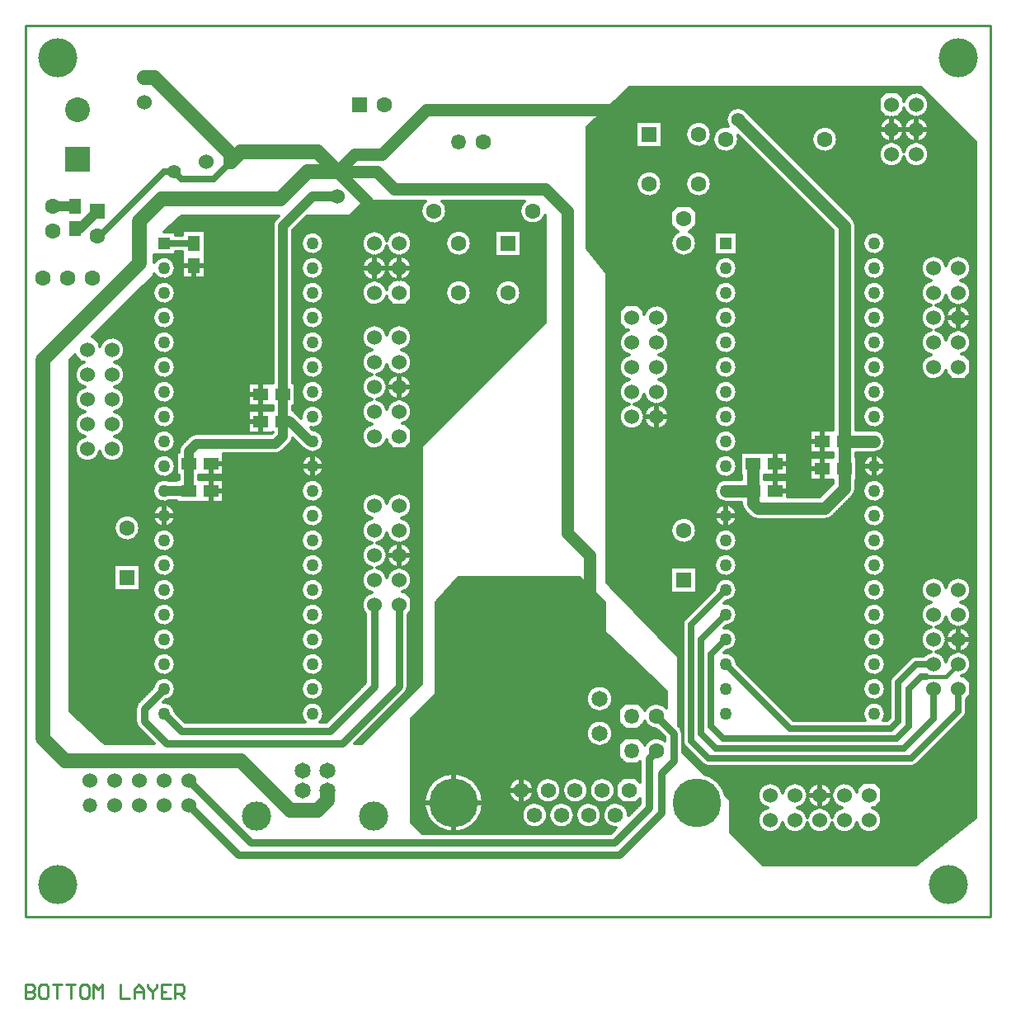
<source format=gbl>
%FSLAX24Y24*%
%MOIN*%
G70*
G01*
G75*
%ADD10R,0.0500X0.0600*%
%ADD11R,0.0650X0.0650*%
%ADD12R,0.0250X0.0900*%
%ADD13R,0.0600X0.0500*%
%ADD14O,0.0945X0.0315*%
%ADD15R,0.0945X0.0315*%
%ADD16R,0.3000X0.2500*%
%ADD17R,0.0600X0.0825*%
%ADD18C,0.0400*%
%ADD19C,0.0300*%
%ADD20C,0.0250*%
%ADD21C,0.0180*%
%ADD22C,0.0150*%
%ADD23C,0.0500*%
%ADD24C,0.0600*%
%ADD25C,0.0200*%
%ADD26C,0.0350*%
%ADD27C,0.0110*%
%ADD28C,0.0100*%
%ADD29C,0.0630*%
%ADD30P,0.0630X8X0*%
%ADD31C,0.0630*%
%ADD32C,0.0600*%
%ADD33R,0.0630X0.0630*%
%ADD34C,0.0500*%
%ADD35R,0.0500X0.0500*%
%ADD36C,0.1000*%
%ADD37R,0.1000X0.1000*%
%ADD38R,0.0630X0.0630*%
%ADD39P,0.0600X8X0*%
%ADD40C,0.1181*%
%ADD41C,0.1181*%
%ADD42C,0.0650*%
%ADD43C,0.0620*%
%ADD44C,0.1967*%
%ADD45C,0.1967*%
%ADD46C,0.1575*%
%ADD47C,0.1575*%
%ADD48C,0.0551*%
%ADD49C,0.0120*%
D10*
X83050Y92765D02*
D03*
Y93665D02*
D03*
X87850Y91265D02*
D03*
Y92165D02*
D03*
D13*
X87650Y82165D02*
D03*
X88550D02*
D03*
X87650Y83265D02*
D03*
X88550D02*
D03*
X110450Y82165D02*
D03*
Y83265D02*
D03*
X114150Y84165D02*
D03*
Y83065D02*
D03*
X113250D02*
D03*
X111350Y83265D02*
D03*
X113250Y84165D02*
D03*
X111350Y82165D02*
D03*
X90550Y84965D02*
D03*
Y86065D02*
D03*
X91450Y84965D02*
D03*
Y86065D02*
D03*
D18*
Y84365D02*
Y92865D01*
X87650Y82165D02*
Y83765D01*
X92650Y94065D02*
X93650D01*
X91450Y92865D02*
X92650Y94065D01*
X91150Y84065D02*
X91450Y84365D01*
X87950Y84065D02*
X91150D01*
X87650Y83765D02*
X87950Y84065D01*
X86650Y82165D02*
X87650D01*
X91750Y84965D02*
X92550Y84165D01*
X92650D01*
X91450Y84965D02*
X91750D01*
X82150Y93665D02*
X83050D01*
X83250Y92765D02*
X83950Y93465D01*
X83050Y92765D02*
X83250D01*
D19*
X86650Y73165D02*
X87350Y72465D01*
X93350D01*
X95150Y74265D01*
Y77565D01*
X85850Y73365D02*
X86650Y74165D01*
X85850Y72865D02*
Y73365D01*
Y72865D02*
X86750Y71965D01*
X93850D01*
X96150Y74265D01*
Y77565D01*
X87650Y70465D02*
X90150Y67965D01*
X104850D01*
X106250Y69365D01*
Y71365D01*
X106550Y71665D01*
Y73065D02*
X107250Y72365D01*
Y71265D02*
Y72365D01*
X106750Y70765D02*
X107250Y71265D01*
X106750Y69165D02*
Y70765D01*
X105050Y67465D02*
X106750Y69165D01*
X89650Y67465D02*
X105050D01*
X87650Y69465D02*
X89650Y67465D01*
D20*
X116850Y71365D02*
X118750Y73265D01*
X107950Y72065D02*
Y76765D01*
X118750Y73265D02*
Y74165D01*
X108650Y71365D02*
X116850D01*
X107950Y72065D02*
X108650Y71365D01*
X107950Y76765D02*
X109350Y78165D01*
X116550Y71765D02*
X117750Y72965D01*
X108350Y72365D02*
Y76165D01*
X117750Y72965D02*
Y74165D01*
X108950Y71765D02*
X116550D01*
X108350Y72365D02*
X108950Y71765D01*
X108350Y76165D02*
X109350Y77165D01*
X116315Y72865D02*
Y74430D01*
X117050Y75165D01*
X117750D01*
X116750Y74165D02*
X117250Y74665D01*
X108750Y72665D02*
Y75565D01*
X117250Y74665D02*
X117450D01*
X116750Y72665D02*
Y74165D01*
X116250Y72165D02*
X116750Y72665D01*
X109250Y72165D02*
X116250D01*
X108750Y72665D02*
X109250Y72165D01*
X108750Y75565D02*
X109350Y76165D01*
X111950Y72565D02*
X116015D01*
X116315Y72865D01*
X109350Y75165D02*
X111950Y72565D01*
X86650Y92165D02*
X87850D01*
X83950Y92465D02*
X84050D01*
X86650Y95065D01*
X87050D01*
X87350Y94765D01*
X88650D01*
X89350Y95465D01*
D22*
X117450Y74665D02*
X118250D01*
X118750Y75165D01*
D23*
X95450Y95765D02*
X97250Y97565D01*
X94350Y95765D02*
X95450D01*
X93650Y95065D02*
X94350Y95765D01*
X102950Y80465D02*
X103850Y79565D01*
Y77365D02*
Y79565D01*
X102950Y80465D02*
Y93465D01*
X102050Y94365D02*
X102950Y93465D01*
X114150Y84165D02*
X115350D01*
X109850Y97165D02*
X114150Y92865D01*
X109350Y82165D02*
X110450D01*
Y81665D02*
X110650Y81465D01*
X113350D01*
X114150Y82265D01*
X95250Y95065D02*
X95950Y94365D01*
X93650Y95065D02*
X95250D01*
X95950Y94365D02*
X102050D01*
X93650Y95065D02*
X94850Y93865D01*
Y93465D02*
Y93865D01*
X97250Y97565D02*
X104950D01*
X110450Y81665D02*
Y83265D01*
X114150Y82265D02*
Y92865D01*
D24*
X85850Y98865D02*
X86250D01*
X89350Y95765D01*
Y95465D02*
Y95765D01*
X92450Y95065D02*
X93650D01*
X93250Y69665D02*
Y70065D01*
X91750Y69265D02*
X92850D01*
X89750Y71265D02*
X91750Y69265D01*
X82650Y71265D02*
X89750D01*
X81750Y72165D02*
X82650Y71265D01*
X92850Y69265D02*
X93250Y69665D01*
X81750Y87465D02*
X85650Y91365D01*
Y93065D01*
X86550Y93965D01*
X91350D01*
X92450Y95065D01*
X81750Y72165D02*
Y87465D01*
X89350Y95465D02*
X89750Y95865D01*
X92850D01*
X93650Y95065D01*
D25*
X101083Y70065D02*
Y70525D01*
Y70065D02*
X101543D01*
X101083Y69605D02*
Y70065D01*
X100623D02*
X101083D01*
X98350Y69565D02*
Y70698D01*
Y69565D02*
X99483D01*
X98350Y68432D02*
Y69565D01*
X97217D02*
X98350D01*
X86650Y80765D02*
Y81165D01*
X86250D02*
X86650D01*
Y81565D01*
Y81165D02*
X87050D01*
X88550Y81765D02*
Y82165D01*
X89000D01*
X88550D02*
Y82565D01*
Y82865D02*
Y83265D01*
X89000D01*
X90550Y84565D02*
Y84965D01*
X90100D02*
X90550D01*
Y85365D01*
Y85665D02*
Y86065D01*
X90100D02*
X90550D01*
Y86465D01*
X87850Y90815D02*
Y91265D01*
X87450D02*
X87850D01*
X88250D01*
X92250Y83165D02*
X92650D01*
Y82765D02*
Y83165D01*
Y83565D01*
Y83165D02*
X93050D01*
X95700Y79565D02*
X96150D01*
Y79115D02*
Y79565D01*
X96600D01*
X96150D02*
Y80015D01*
Y85915D02*
Y86365D01*
X95700D02*
X96150D01*
X94700Y91165D02*
X95150D01*
Y90715D02*
Y91165D01*
Y91615D01*
Y91165D02*
X95600D01*
X96150Y86365D02*
X96600D01*
X96150D02*
Y86815D01*
Y90715D02*
Y91165D01*
X95700D02*
X96150D01*
X96600D01*
X96150D02*
Y91615D01*
X109350Y80765D02*
Y81165D01*
X108950D02*
X109350D01*
X109750D01*
X109350D02*
Y81565D01*
X111350Y82165D02*
X111800D01*
X111350D02*
Y82565D01*
Y82865D02*
Y83265D01*
Y83665D01*
Y83265D02*
X111800D01*
X106550Y84715D02*
Y85165D01*
X106100D02*
X106550D01*
X107000D01*
X106550D02*
Y85615D01*
X113150Y69415D02*
Y69865D01*
X112700D02*
X113150D01*
Y70315D01*
Y69865D02*
X113600D01*
X112800Y83065D02*
X113250D01*
Y82665D02*
Y83065D01*
Y83465D01*
X114950Y83165D02*
X115350D01*
Y82765D02*
Y83165D01*
X115750D01*
X115350D02*
Y83565D01*
X118750Y75715D02*
Y76165D01*
X118300D02*
X118750D01*
X119200D01*
X118750D02*
Y76615D01*
X113250Y83765D02*
Y84165D01*
X112800D02*
X113250D01*
Y84565D01*
X115600Y96765D02*
X116050D01*
Y96315D02*
Y96765D01*
Y97215D01*
Y96765D02*
X116500D01*
X118750Y88715D02*
Y89165D01*
X118300D02*
X118750D01*
Y89615D01*
Y89165D02*
X119200D01*
X117050Y96315D02*
Y96765D01*
X116600D02*
X117050D01*
X117500D01*
X117050D02*
Y97215D01*
D27*
X81050Y62215D02*
Y61665D01*
X81325D01*
X81417Y61757D01*
Y61848D01*
X81325Y61940D01*
X81050D01*
X81325D01*
X81417Y62032D01*
Y62123D01*
X81325Y62215D01*
X81050D01*
X81875D02*
X81692D01*
X81600Y62123D01*
Y61757D01*
X81692Y61665D01*
X81875D01*
X81966Y61757D01*
Y62123D01*
X81875Y62215D01*
X82150D02*
X82516D01*
X82333D01*
Y61665D01*
X82700Y62215D02*
X83066D01*
X82883D01*
Y61665D01*
X83524Y62215D02*
X83341D01*
X83249Y62123D01*
Y61757D01*
X83341Y61665D01*
X83524D01*
X83616Y61757D01*
Y62123D01*
X83524Y62215D01*
X83799Y61665D02*
Y62215D01*
X83982Y62032D01*
X84166Y62215D01*
Y61665D01*
X84899Y62215D02*
Y61665D01*
X85265D01*
X85449D02*
Y62032D01*
X85632Y62215D01*
X85815Y62032D01*
Y61665D01*
Y61940D01*
X85449D01*
X85998Y62215D02*
Y62123D01*
X86182Y61940D01*
X86365Y62123D01*
Y62215D01*
X86182Y61940D02*
Y61665D01*
X86915Y62215D02*
X86548D01*
Y61665D01*
X86915D01*
X86548Y61940D02*
X86732D01*
X87098Y61665D02*
Y62215D01*
X87373D01*
X87465Y62123D01*
Y61940D01*
X87373Y61848D01*
X87098D01*
X87281D02*
X87465Y61665D01*
D28*
X81050Y64965D02*
Y100965D01*
X103050D01*
X81050Y64965D02*
X120050D01*
X81050Y78365D02*
Y100965D01*
X81650D02*
X120050D01*
X81050D02*
X119450D01*
X103250D02*
X120050D01*
Y64965D02*
Y100965D01*
D29*
X99550Y96265D02*
D03*
X83750Y90765D02*
D03*
X82750D02*
D03*
X113350Y96365D02*
D03*
X109350D02*
D03*
X101550Y93465D02*
D03*
X97550D02*
D03*
X82150Y93665D02*
D03*
Y92665D02*
D03*
X83950Y92465D02*
D03*
X95550Y97765D02*
D03*
X100550Y90165D02*
D03*
X98550D02*
D03*
Y92165D02*
D03*
X106550Y73065D02*
D03*
Y71665D02*
D03*
X106250Y94565D02*
D03*
X108250D02*
D03*
Y96565D02*
D03*
X107650Y93165D02*
D03*
Y92165D02*
D03*
D30*
X98550Y96265D02*
D03*
X105550Y73065D02*
D03*
Y71665D02*
D03*
D31*
X81750Y90765D02*
D03*
X107650Y80565D02*
D03*
X85150Y80665D02*
D03*
D32*
X93650Y95065D02*
D03*
X85850Y97865D02*
D03*
Y98865D02*
D03*
X93650Y94065D02*
D03*
X89350Y95465D02*
D03*
X88350D02*
D03*
X84550Y84865D02*
D03*
Y87865D02*
D03*
X83550Y86865D02*
D03*
Y84865D02*
D03*
Y87865D02*
D03*
X84550Y83865D02*
D03*
X83550D02*
D03*
X84550Y86865D02*
D03*
X83550Y85865D02*
D03*
X84550D02*
D03*
X85650Y70465D02*
D03*
Y69465D02*
D03*
X84650Y70465D02*
D03*
X87650Y69465D02*
D03*
Y70465D02*
D03*
X86650Y69465D02*
D03*
X84650D02*
D03*
X83650Y70465D02*
D03*
X86650D02*
D03*
X95150Y92165D02*
D03*
X96150D02*
D03*
X95150Y91165D02*
D03*
X96150D02*
D03*
X95150Y90165D02*
D03*
X96150D02*
D03*
X95150Y86365D02*
D03*
X96150D02*
D03*
X95150Y85365D02*
D03*
X96150Y88365D02*
D03*
X95150D02*
D03*
X96150Y84365D02*
D03*
Y87365D02*
D03*
Y85365D02*
D03*
X95150Y84365D02*
D03*
Y87365D02*
D03*
Y79565D02*
D03*
X96150D02*
D03*
X95150Y78565D02*
D03*
X96150Y81565D02*
D03*
X95150D02*
D03*
X96150Y77565D02*
D03*
Y80565D02*
D03*
Y78565D02*
D03*
X95150Y77565D02*
D03*
Y80565D02*
D03*
X117050Y95765D02*
D03*
Y96765D02*
D03*
X116050D02*
D03*
X117050Y97765D02*
D03*
X116050D02*
D03*
Y95765D02*
D03*
X117750Y90165D02*
D03*
Y87165D02*
D03*
X118750Y88165D02*
D03*
Y90165D02*
D03*
Y87165D02*
D03*
X117750Y91165D02*
D03*
X118750D02*
D03*
X117750Y88165D02*
D03*
X118750Y89165D02*
D03*
X117750D02*
D03*
Y77165D02*
D03*
Y74165D02*
D03*
X118750Y75165D02*
D03*
Y77165D02*
D03*
Y74165D02*
D03*
X117750Y78165D02*
D03*
X118750D02*
D03*
X117750Y75165D02*
D03*
X118750Y76165D02*
D03*
X117750D02*
D03*
X112150Y68865D02*
D03*
X115150D02*
D03*
X114150Y69865D02*
D03*
X112150D02*
D03*
X115150D02*
D03*
X111150Y68865D02*
D03*
Y69865D02*
D03*
X114150Y68865D02*
D03*
X113150Y69865D02*
D03*
Y68865D02*
D03*
X106550Y86165D02*
D03*
Y89165D02*
D03*
X105550Y88165D02*
D03*
Y86165D02*
D03*
Y89165D02*
D03*
X106550Y85165D02*
D03*
X105550D02*
D03*
X106550Y88165D02*
D03*
X105550Y87165D02*
D03*
X106550D02*
D03*
D33*
X107650Y78565D02*
D03*
X85150Y78665D02*
D03*
D34*
X92650Y73165D02*
D03*
Y74165D02*
D03*
Y75165D02*
D03*
Y76165D02*
D03*
Y77165D02*
D03*
Y78165D02*
D03*
Y79165D02*
D03*
Y80165D02*
D03*
Y81165D02*
D03*
Y82165D02*
D03*
Y83165D02*
D03*
Y84165D02*
D03*
Y85165D02*
D03*
Y86165D02*
D03*
Y87165D02*
D03*
Y88165D02*
D03*
Y89165D02*
D03*
Y90165D02*
D03*
Y91165D02*
D03*
Y92165D02*
D03*
X86650Y73165D02*
D03*
Y74165D02*
D03*
Y75165D02*
D03*
Y76165D02*
D03*
Y77165D02*
D03*
Y78165D02*
D03*
Y79165D02*
D03*
Y80165D02*
D03*
Y81165D02*
D03*
Y82165D02*
D03*
Y83165D02*
D03*
Y84165D02*
D03*
Y85165D02*
D03*
Y86165D02*
D03*
Y87165D02*
D03*
Y88165D02*
D03*
Y89165D02*
D03*
Y90165D02*
D03*
Y91165D02*
D03*
X109350Y82165D02*
D03*
X115350Y84165D02*
D03*
X109350Y91165D02*
D03*
Y90165D02*
D03*
Y89165D02*
D03*
Y88165D02*
D03*
Y87165D02*
D03*
Y86165D02*
D03*
Y85165D02*
D03*
Y84165D02*
D03*
Y83165D02*
D03*
Y81165D02*
D03*
Y80165D02*
D03*
Y79165D02*
D03*
Y78165D02*
D03*
Y77165D02*
D03*
Y76165D02*
D03*
Y75165D02*
D03*
Y74165D02*
D03*
Y73165D02*
D03*
X115350Y92165D02*
D03*
Y91165D02*
D03*
Y90165D02*
D03*
Y89165D02*
D03*
Y88165D02*
D03*
Y87165D02*
D03*
Y86165D02*
D03*
Y85165D02*
D03*
Y83165D02*
D03*
Y82165D02*
D03*
Y81165D02*
D03*
Y80165D02*
D03*
Y79165D02*
D03*
Y78165D02*
D03*
Y77165D02*
D03*
Y76165D02*
D03*
Y75165D02*
D03*
Y74165D02*
D03*
Y73165D02*
D03*
D35*
X86650Y92165D02*
D03*
X109350D02*
D03*
D36*
X83150Y97565D02*
D03*
D37*
Y95565D02*
D03*
D38*
X83950Y93465D02*
D03*
X94550Y97765D02*
D03*
X100550Y92165D02*
D03*
X106250Y96565D02*
D03*
D39*
X83650Y69465D02*
D03*
D40*
X95128Y69011D02*
D03*
D41*
X90388Y69011D02*
D03*
D42*
X93250Y70065D02*
D03*
X92250D02*
D03*
Y70865D02*
D03*
X93250D02*
D03*
X104250Y73765D02*
D03*
Y72365D02*
D03*
D43*
X105450Y70065D02*
D03*
X104358D02*
D03*
X103267D02*
D03*
X102175D02*
D03*
X101083D02*
D03*
X104900Y69065D02*
D03*
X103808D02*
D03*
X102717D02*
D03*
X101625D02*
D03*
D44*
X108192Y69565D02*
D03*
D45*
X98350D02*
D03*
D46*
X82350Y99665D02*
D03*
D47*
X118750D02*
D03*
X118350Y66265D02*
D03*
X82350D02*
D03*
D48*
X109850Y97165D02*
D03*
X84950Y74065D02*
D03*
X101650Y92265D02*
D03*
X87050Y95065D02*
D03*
X98250Y71965D02*
D03*
X106250Y91565D02*
D03*
X103850Y77365D02*
D03*
X83450Y79665D02*
D03*
X105950Y79565D02*
D03*
D49*
X106950Y73405D02*
X106875Y73478D01*
X106786Y73534D01*
X106689Y73571D01*
X106585Y73589D01*
X106481Y73585D01*
X106379Y73561D01*
X106284Y73518D01*
X106199Y73456D01*
X106129Y73378D01*
X106075Y73289D01*
Y72842D02*
X106127Y72754D01*
X106194Y72679D01*
X106275Y72618D01*
X106367Y72573D01*
X106465Y72547D01*
X106566Y72540D01*
X106890Y72065D02*
X106811Y72120D01*
X106724Y72160D01*
X106631Y72184D01*
X106534Y72190D01*
X106439Y72178D01*
X106347Y72149D01*
X106262Y72104D01*
X106187Y72044D01*
X106124Y71971D01*
X106075Y71889D01*
X104785Y73765D02*
X104776Y73863D01*
X104749Y73958D01*
X104705Y74047D01*
X104645Y74126D01*
X104572Y74192D01*
X104489Y74244D01*
X104396Y74280D01*
X104299Y74298D01*
X104201D01*
X104104Y74280D01*
X104012Y74244D01*
X103928Y74192D01*
X103855Y74126D01*
X103795Y74047D01*
X103751Y73958D01*
X103724Y73863D01*
X103715Y73765D01*
X103724Y73667D01*
X103751Y73572D01*
X103795Y73483D01*
X103855Y73405D01*
X103928Y73338D01*
X104012Y73286D01*
X104104Y73251D01*
X104201Y73232D01*
X104299D01*
X104396Y73251D01*
X104489Y73286D01*
X104572Y73338D01*
X104645Y73405D01*
X104705Y73483D01*
X104749Y73572D01*
X104776Y73667D01*
X104785Y73765D01*
Y72365D02*
X104776Y72463D01*
X104749Y72558D01*
X104705Y72647D01*
X104645Y72726D01*
X104572Y72792D01*
X104489Y72844D01*
X104396Y72880D01*
X104299Y72898D01*
X104201D01*
X104104Y72880D01*
X104012Y72844D01*
X103928Y72792D01*
X103855Y72726D01*
X103795Y72647D01*
X103751Y72558D01*
X103724Y72463D01*
X103715Y72365D01*
X103724Y72267D01*
X103751Y72172D01*
X103795Y72083D01*
X103855Y72005D01*
X103928Y71938D01*
X104012Y71886D01*
X104104Y71851D01*
X104201Y71832D01*
X104299D01*
X104396Y71851D01*
X104489Y71886D01*
X104572Y71938D01*
X104645Y72005D01*
X104705Y72083D01*
X104749Y72172D01*
X104776Y72267D01*
X104785Y72365D01*
X104878Y70065D02*
X104869Y70163D01*
X104841Y70258D01*
X104796Y70346D01*
X104735Y70424D01*
X104660Y70489D01*
X104574Y70538D01*
X104481Y70570D01*
X104383Y70585D01*
X104284Y70580D01*
X104188Y70556D01*
X104098Y70515D01*
X104018Y70458D01*
X103950Y70387D01*
X103896Y70303D01*
X103859Y70212D01*
X103841Y70115D01*
Y70016D01*
X103859Y69919D01*
X103896Y69827D01*
X103950Y69744D01*
X104018Y69672D01*
X104098Y69615D01*
X104188Y69574D01*
X104284Y69550D01*
X104383Y69546D01*
X104481Y69560D01*
X104574Y69592D01*
X104660Y69642D01*
X104735Y69706D01*
X104796Y69784D01*
X104841Y69872D01*
X104869Y69967D01*
X104878Y70065D01*
X105420Y69065D02*
X105411Y69163D01*
X105383Y69258D01*
X105338Y69346D01*
X105277Y69424D01*
X105202Y69488D01*
X105117Y69538D01*
X105024Y69570D01*
X104926Y69584D01*
X104827Y69580D01*
X104731Y69557D01*
X104641Y69516D01*
X104561Y69459D01*
X104492Y69388D01*
X104439Y69305D01*
X104402Y69214D01*
X104383Y69117D01*
X104382Y69018D01*
X104400Y68921D01*
X104437Y68829D01*
X104490Y68746D01*
X104557Y68674D01*
X104637Y68616D01*
X104727Y68575D01*
X104823Y68551D01*
X104921Y68546D01*
X104328Y69065D02*
X104319Y69163D01*
X104291Y69258D01*
X104246Y69346D01*
X104185Y69424D01*
X104110Y69489D01*
X104024Y69538D01*
X103931Y69570D01*
X103833Y69584D01*
X103734Y69580D01*
X103638Y69556D01*
X103548Y69515D01*
X103468Y69458D01*
X103400Y69387D01*
X103346Y69303D01*
X103309Y69212D01*
X103291Y69115D01*
Y69016D01*
X103309Y68919D01*
X103346Y68827D01*
X103400Y68744D01*
X103468Y68672D01*
X103548Y68615D01*
X103638Y68574D01*
X103734Y68550D01*
X103833Y68546D01*
X103931Y68560D01*
X104024Y68592D01*
X104110Y68642D01*
X104185Y68706D01*
X104246Y68784D01*
X104291Y68872D01*
X104319Y68967D01*
X104328Y69065D01*
X103787Y70065D02*
X103777Y70163D01*
X103750Y70258D01*
X103704Y70346D01*
X103643Y70424D01*
X103568Y70489D01*
X103483Y70538D01*
X103389Y70570D01*
X103292Y70585D01*
X103193Y70580D01*
X103097Y70556D01*
X103007Y70515D01*
X102926Y70458D01*
X102858Y70387D01*
X102805Y70303D01*
X102768Y70212D01*
X102749Y70115D01*
Y70016D01*
X102768Y69919D01*
X102805Y69827D01*
X102858Y69744D01*
X102926Y69672D01*
X103007Y69615D01*
X103097Y69574D01*
X103193Y69550D01*
X103292Y69546D01*
X103389Y69560D01*
X103483Y69592D01*
X103568Y69642D01*
X103643Y69706D01*
X103704Y69784D01*
X103750Y69872D01*
X103777Y69967D01*
X103787Y70065D01*
X103237Y69065D02*
X103227Y69163D01*
X103200Y69258D01*
X103154Y69346D01*
X103093Y69424D01*
X103018Y69489D01*
X102933Y69538D01*
X102839Y69570D01*
X102741Y69584D01*
X102643Y69580D01*
X102547Y69556D01*
X102457Y69515D01*
X102376Y69458D01*
X102308Y69387D01*
X102255Y69303D01*
X102218Y69212D01*
X102199Y69115D01*
Y69016D01*
X102218Y68919D01*
X102255Y68827D01*
X102308Y68744D01*
X102376Y68672D01*
X102457Y68615D01*
X102547Y68574D01*
X102643Y68550D01*
X102741Y68546D01*
X102839Y68560D01*
X102933Y68592D01*
X103018Y68642D01*
X103093Y68706D01*
X103154Y68784D01*
X103200Y68872D01*
X103227Y68967D01*
X103237Y69065D01*
X102695Y70065D02*
X102686Y70163D01*
X102658Y70258D01*
X102613Y70346D01*
X102551Y70424D01*
X102477Y70489D01*
X102391Y70538D01*
X102298Y70570D01*
X102200Y70585D01*
X102101Y70580D01*
X102005Y70556D01*
X101915Y70515D01*
X101835Y70458D01*
X101766Y70387D01*
X101713Y70303D01*
X101676Y70212D01*
X101657Y70115D01*
Y70016D01*
X101676Y69919D01*
X101713Y69827D01*
X101766Y69744D01*
X101835Y69672D01*
X101915Y69615D01*
X102005Y69574D01*
X102101Y69550D01*
X102200Y69546D01*
X102298Y69560D01*
X102391Y69592D01*
X102477Y69642D01*
X102551Y69706D01*
X102613Y69784D01*
X102658Y69872D01*
X102686Y69967D01*
X102695Y70065D01*
X102145Y69065D02*
X102136Y69163D01*
X102108Y69258D01*
X102063Y69346D01*
X102001Y69424D01*
X101927Y69489D01*
X101841Y69538D01*
X101748Y69570D01*
X101650Y69584D01*
X101551Y69580D01*
X101455Y69556D01*
X101365Y69515D01*
X101285Y69458D01*
X101216Y69387D01*
X101163Y69303D01*
X101126Y69212D01*
X101107Y69115D01*
Y69016D01*
X101126Y68919D01*
X101163Y68827D01*
X101216Y68744D01*
X101285Y68672D01*
X101365Y68615D01*
X101455Y68574D01*
X101551Y68550D01*
X101650Y68546D01*
X101748Y68560D01*
X101841Y68592D01*
X101927Y68642D01*
X102001Y68706D01*
X102063Y68784D01*
X102108Y68872D01*
X102136Y68967D01*
X102145Y69065D01*
X101603Y70065D02*
X101594Y70163D01*
X101566Y70258D01*
X101521Y70346D01*
X101460Y70424D01*
X101385Y70489D01*
X101299Y70538D01*
X101206Y70570D01*
X101108Y70585D01*
X101009Y70580D01*
X100913Y70556D01*
X100823Y70515D01*
X100743Y70458D01*
X100675Y70387D01*
X100621Y70303D01*
X100584Y70212D01*
X100566Y70115D01*
Y70016D01*
X100584Y69919D01*
X100621Y69827D01*
X100675Y69744D01*
X100743Y69672D01*
X100823Y69615D01*
X100913Y69574D01*
X101009Y69550D01*
X101108Y69546D01*
X101206Y69560D01*
X101299Y69592D01*
X101385Y69642D01*
X101460Y69706D01*
X101521Y69784D01*
X101566Y69872D01*
X101594Y69967D01*
X101603Y70065D01*
X99543Y69565D02*
X99539Y69665D01*
X99527Y69764D01*
X99506Y69862D01*
X99477Y69958D01*
X99440Y70050D01*
X99396Y70140D01*
X99344Y70225D01*
X99285Y70306D01*
X99220Y70382D01*
X99149Y70452D01*
X99072Y70516D01*
X98990Y70573D01*
X98903Y70623D01*
X98813Y70665D01*
X98719Y70700D01*
X98623Y70727D01*
X98524Y70746D01*
X98425Y70756D01*
X98325Y70758D01*
X98225Y70752D01*
X98126Y70737D01*
X98029Y70714D01*
X97934Y70684D01*
X97842Y70645D01*
X97753Y70599D01*
X97669Y70545D01*
X97589Y70485D01*
X97515Y70418D01*
X97447Y70345D01*
X97385Y70267D01*
X97329Y70183D01*
X97281Y70096D01*
X97241Y70004D01*
X97208Y69910D01*
X97183Y69813D01*
X97166Y69715D01*
X97158Y69615D01*
Y69515D01*
X97166Y69416D01*
X97183Y69317D01*
X97208Y69220D01*
X97241Y69126D01*
X97281Y69034D01*
X97329Y68947D01*
X97385Y68864D01*
X97447Y68785D01*
X97515Y68712D01*
X97589Y68646D01*
X97669Y68585D01*
X97753Y68532D01*
X97842Y68485D01*
X97934Y68447D01*
X98029Y68416D01*
X98126Y68393D01*
X98225Y68378D01*
X98325Y68372D01*
X98425Y68374D01*
X98524Y68385D01*
X98623Y68403D01*
X98719Y68430D01*
X98813Y68465D01*
X98903Y68508D01*
X98990Y68558D01*
X99072Y68615D01*
X99149Y68678D01*
X99220Y68748D01*
X99285Y68824D01*
X99344Y68905D01*
X99396Y68990D01*
X99440Y69080D01*
X99477Y69173D01*
X99506Y69268D01*
X99527Y69366D01*
X99539Y69465D01*
X99543Y69565D01*
X85490Y72865D02*
X85502Y72772D01*
X85539Y72685D01*
X85596Y72610D01*
X85490Y72865D02*
X85502Y72772D01*
X85538Y72685D01*
X85596Y72611D01*
Y73620D02*
X85538Y73545D01*
X85502Y73458D01*
X85490Y73365D01*
X85596Y73620D02*
X85539Y73545D01*
X85502Y73458D01*
X85490Y73365D01*
X85675Y80665D02*
X85666Y80764D01*
X85637Y80860D01*
X85592Y80949D01*
X85530Y81027D01*
X85455Y81093D01*
X85368Y81143D01*
X85274Y81175D01*
X85175Y81189D01*
X85075Y81185D01*
X84978Y81161D01*
X84888Y81120D01*
X84806Y81062D01*
X84737Y80990D01*
X84683Y80906D01*
X84646Y80813D01*
X84628Y80715D01*
Y80615D01*
X84646Y80517D01*
X84683Y80425D01*
X84737Y80341D01*
X84806Y80268D01*
X84888Y80210D01*
X84978Y80169D01*
X85075Y80145D01*
X85175Y80141D01*
X85274Y80155D01*
X85368Y80188D01*
X85455Y80237D01*
X85530Y80303D01*
X85592Y80381D01*
X85637Y80470D01*
X85666Y80566D01*
X85675Y80665D01*
X83450Y84365D02*
X83354Y84336D01*
X83266Y84289D01*
X83189Y84225D01*
X83126Y84148D01*
X83079Y84060D01*
X83050Y83964D01*
X83040Y83865D01*
X83050Y83765D01*
X83079Y83670D01*
X83126Y83582D01*
X83189Y83504D01*
X83267Y83441D01*
X83355Y83394D01*
X83450Y83365D01*
X83550Y83355D01*
X83649Y83365D01*
X83745Y83394D01*
X83833Y83441D01*
X83910Y83504D01*
X83974Y83581D01*
X84021Y83669D01*
X84050Y83765D01*
X84079Y83669D01*
X84127Y83581D01*
X84190Y83504D01*
X84267Y83441D01*
X84356Y83394D01*
X84451Y83365D01*
X84551Y83355D01*
X84650Y83365D01*
X84746Y83394D01*
X84834Y83441D01*
X84911Y83505D01*
X84974Y83582D01*
X85021Y83670D01*
X85050Y83766D01*
X85060Y83865D01*
X85050Y83964D01*
X85021Y84060D01*
X84974Y84148D01*
X84911Y84225D01*
X84834Y84289D01*
X84746Y84336D01*
X84651Y84365D01*
X87107Y73217D02*
X87085Y73315D01*
X87042Y73405D01*
X86981Y73485D01*
X86904Y73549D01*
X86815Y73595D01*
X86718Y73620D01*
X86618Y73624D01*
X86702Y73708D02*
X86796Y73729D01*
X86883Y73768D01*
X86960Y73825D01*
X87023Y73896D01*
X87071Y73979D01*
X87100Y74070D01*
X87110Y74165D01*
X87099Y74264D01*
X87068Y74358D01*
X87017Y74443D01*
X86948Y74515D01*
X86866Y74571D01*
X86774Y74608D01*
X86676Y74624D01*
X86577Y74619D01*
X86481Y74593D01*
X86393Y74547D01*
X86317Y74483D01*
X86257Y74404D01*
X86215Y74314D01*
X86193Y74217D01*
X87110Y75165D02*
X87099Y75264D01*
X87068Y75358D01*
X87016Y75443D01*
X86948Y75516D01*
X86866Y75571D01*
X86773Y75608D01*
X86675Y75624D01*
X86576Y75619D01*
X86480Y75592D01*
X86392Y75546D01*
X86316Y75481D01*
X86256Y75402D01*
X86214Y75312D01*
X86193Y75215D01*
Y75115D01*
X86214Y75018D01*
X86256Y74928D01*
X86316Y74849D01*
X86392Y74784D01*
X86480Y74738D01*
X86576Y74711D01*
X86675Y74706D01*
X86773Y74722D01*
X86866Y74759D01*
X86948Y74814D01*
X87016Y74887D01*
X87068Y74972D01*
X87099Y75066D01*
X87110Y75165D01*
Y76165D02*
X87099Y76264D01*
X87068Y76358D01*
X87016Y76443D01*
X86948Y76516D01*
X86866Y76571D01*
X86773Y76608D01*
X86675Y76624D01*
X86576Y76619D01*
X86480Y76592D01*
X86392Y76546D01*
X86316Y76481D01*
X86256Y76402D01*
X86214Y76312D01*
X86193Y76215D01*
Y76115D01*
X86214Y76018D01*
X86256Y75928D01*
X86316Y75849D01*
X86392Y75784D01*
X86480Y75738D01*
X86576Y75711D01*
X86675Y75706D01*
X86773Y75722D01*
X86866Y75759D01*
X86948Y75814D01*
X87016Y75887D01*
X87068Y75972D01*
X87099Y76066D01*
X87110Y76165D01*
Y77165D02*
X87099Y77264D01*
X87068Y77358D01*
X87016Y77443D01*
X86948Y77516D01*
X86866Y77572D01*
X86773Y77608D01*
X86675Y77624D01*
X86576Y77619D01*
X86480Y77592D01*
X86392Y77546D01*
X86316Y77481D01*
X86256Y77402D01*
X86214Y77312D01*
X86193Y77215D01*
Y77115D01*
X86214Y77018D01*
X86256Y76928D01*
X86316Y76849D01*
X86392Y76784D01*
X86480Y76738D01*
X86576Y76711D01*
X86675Y76706D01*
X86773Y76722D01*
X86866Y76759D01*
X86948Y76814D01*
X87016Y76887D01*
X87068Y76972D01*
X87099Y77066D01*
X87110Y77165D01*
Y78165D02*
X87099Y78264D01*
X87068Y78358D01*
X87016Y78443D01*
X86948Y78516D01*
X86866Y78572D01*
X86773Y78608D01*
X86675Y78624D01*
X86576Y78619D01*
X86480Y78592D01*
X86392Y78546D01*
X86316Y78481D01*
X86256Y78402D01*
X86214Y78312D01*
X86193Y78215D01*
Y78115D01*
X86214Y78018D01*
X86256Y77928D01*
X86316Y77849D01*
X86392Y77784D01*
X86480Y77738D01*
X86576Y77711D01*
X86675Y77706D01*
X86773Y77722D01*
X86866Y77759D01*
X86948Y77814D01*
X87016Y77887D01*
X87068Y77972D01*
X87099Y78066D01*
X87110Y78165D01*
Y79165D02*
X87099Y79264D01*
X87068Y79358D01*
X87016Y79443D01*
X86948Y79516D01*
X86866Y79571D01*
X86773Y79608D01*
X86675Y79624D01*
X86576Y79619D01*
X86480Y79592D01*
X86392Y79546D01*
X86316Y79481D01*
X86256Y79402D01*
X86214Y79312D01*
X86193Y79215D01*
Y79115D01*
X86214Y79018D01*
X86256Y78928D01*
X86316Y78849D01*
X86392Y78784D01*
X86480Y78738D01*
X86576Y78711D01*
X86675Y78706D01*
X86773Y78722D01*
X86866Y78759D01*
X86948Y78814D01*
X87016Y78887D01*
X87068Y78972D01*
X87099Y79066D01*
X87110Y79165D01*
Y80165D02*
X87099Y80264D01*
X87068Y80358D01*
X87016Y80443D01*
X86948Y80516D01*
X86866Y80571D01*
X86773Y80608D01*
X86675Y80624D01*
X86576Y80619D01*
X86480Y80592D01*
X86392Y80546D01*
X86316Y80481D01*
X86256Y80402D01*
X86214Y80312D01*
X86193Y80215D01*
Y80115D01*
X86214Y80018D01*
X86256Y79928D01*
X86316Y79849D01*
X86392Y79784D01*
X86480Y79738D01*
X86576Y79711D01*
X86675Y79706D01*
X86773Y79722D01*
X86866Y79759D01*
X86948Y79814D01*
X87016Y79887D01*
X87068Y79972D01*
X87099Y80066D01*
X87110Y80165D01*
Y81165D02*
X87099Y81264D01*
X87068Y81358D01*
X87016Y81443D01*
X86948Y81516D01*
X86866Y81572D01*
X86773Y81608D01*
X86675Y81624D01*
X86576Y81619D01*
X86480Y81592D01*
X86392Y81546D01*
X86316Y81481D01*
X86256Y81402D01*
X86214Y81312D01*
X86193Y81215D01*
Y81115D01*
X86214Y81018D01*
X86256Y80928D01*
X86316Y80849D01*
X86392Y80784D01*
X86480Y80738D01*
X86576Y80711D01*
X86675Y80706D01*
X86773Y80722D01*
X86866Y80759D01*
X86948Y80814D01*
X87016Y80887D01*
X87068Y80972D01*
X87099Y81066D01*
X87110Y81165D01*
X93110Y73165D02*
X93099Y73266D01*
X93066Y73362D01*
X93013Y73448D01*
X92942Y73520D01*
X92857Y73576D01*
X92762Y73611D01*
X92662Y73625D01*
X92561Y73616D01*
X92464Y73586D01*
X92377Y73535D01*
X92302Y73466D01*
X92245Y73383D01*
X92207Y73289D01*
X92191Y73189D01*
X92197Y73087D01*
X92225Y72990D01*
X92273Y72901D01*
X92340Y72825D01*
X93110Y74165D02*
X93099Y74264D01*
X93068Y74358D01*
X93016Y74443D01*
X92948Y74516D01*
X92866Y74571D01*
X92773Y74608D01*
X92675Y74624D01*
X92576Y74619D01*
X92480Y74592D01*
X92392Y74546D01*
X92316Y74481D01*
X92256Y74402D01*
X92214Y74312D01*
X92193Y74215D01*
Y74115D01*
X92214Y74018D01*
X92256Y73928D01*
X92316Y73849D01*
X92392Y73784D01*
X92480Y73738D01*
X92576Y73711D01*
X92675Y73706D01*
X92773Y73722D01*
X92866Y73759D01*
X92948Y73814D01*
X93016Y73887D01*
X93068Y73972D01*
X93099Y74066D01*
X93110Y74165D01*
X86859Y82575D02*
X86766Y82610D01*
X86669Y82625D01*
X86570Y82618D01*
X86476Y82591D01*
X86389Y82544D01*
X86314Y82479D01*
X86255Y82400D01*
X86214Y82311D01*
X86193Y82214D01*
Y82116D01*
X86214Y82019D01*
X86255Y81930D01*
X86314Y81851D01*
X86389Y81786D01*
X86476Y81739D01*
X86570Y81712D01*
X86669Y81705D01*
X86766Y81720D01*
X86859Y81755D01*
X87110Y83165D02*
X87099Y83264D01*
X87068Y83358D01*
X87016Y83443D01*
X86948Y83516D01*
X86866Y83572D01*
X86773Y83608D01*
X86675Y83624D01*
X86576Y83619D01*
X86480Y83592D01*
X86392Y83546D01*
X86316Y83481D01*
X86256Y83402D01*
X86214Y83312D01*
X86193Y83215D01*
Y83115D01*
X86214Y83018D01*
X86256Y82928D01*
X86316Y82849D01*
X86392Y82784D01*
X86480Y82738D01*
X86576Y82711D01*
X86675Y82706D01*
X86773Y82722D01*
X86866Y82759D01*
X86948Y82814D01*
X87016Y82887D01*
X87068Y82972D01*
X87099Y83066D01*
X87110Y83165D01*
Y84165D02*
X87099Y84264D01*
X87068Y84358D01*
X87016Y84443D01*
X86948Y84516D01*
X86866Y84572D01*
X86773Y84608D01*
X86675Y84624D01*
X86576Y84619D01*
X86480Y84592D01*
X86392Y84546D01*
X86316Y84481D01*
X86256Y84402D01*
X86214Y84312D01*
X86193Y84215D01*
Y84115D01*
X86214Y84018D01*
X86256Y83928D01*
X86316Y83849D01*
X86392Y83784D01*
X86480Y83738D01*
X86576Y83711D01*
X86675Y83706D01*
X86773Y83722D01*
X86866Y83759D01*
X86948Y83814D01*
X87016Y83887D01*
X87068Y83972D01*
X87099Y84066D01*
X87110Y84165D01*
X87360Y84055D02*
X87295Y83970D01*
X87254Y83871D01*
X87240Y83765D01*
X87360Y84055D02*
X87295Y83970D01*
X87254Y83871D01*
X87240Y83765D01*
X91150Y83655D02*
X91256Y83669D01*
X91355Y83710D01*
X91440Y83775D01*
X91150Y83655D02*
X91256Y83669D01*
X91355Y83710D01*
X91440Y83775D01*
X83450Y85365D02*
X83354Y85336D01*
X83266Y85289D01*
X83189Y85225D01*
X83126Y85148D01*
X83079Y85060D01*
X83050Y84964D01*
X83040Y84865D01*
X83050Y84766D01*
X83079Y84670D01*
X83126Y84582D01*
X83189Y84505D01*
X83266Y84441D01*
X83354Y84394D01*
X83450Y84365D01*
X84651D02*
X84746Y84394D01*
X84834Y84441D01*
X84911Y84505D01*
X84974Y84582D01*
X85021Y84670D01*
X85050Y84766D01*
X85060Y84865D01*
X83450Y86365D02*
X83354Y86336D01*
X83266Y86289D01*
X83189Y86225D01*
X83126Y86148D01*
X83079Y86060D01*
X83050Y85964D01*
X83040Y85865D01*
X83050Y85766D01*
X83079Y85670D01*
X83126Y85582D01*
X83189Y85505D01*
X83266Y85441D01*
X83354Y85394D01*
X83450Y85365D01*
X85060Y84865D02*
X85050Y84964D01*
X85021Y85060D01*
X84974Y85148D01*
X84911Y85225D01*
X84834Y85289D01*
X84746Y85336D01*
X84651Y85365D01*
X84746Y85394D01*
X84834Y85441D01*
X84911Y85505D01*
X84974Y85582D01*
X85021Y85670D01*
X85050Y85766D01*
X85060Y85865D01*
Y85865D02*
X85050Y85964D01*
X85021Y86060D01*
X84974Y86148D01*
X84911Y86225D01*
X84834Y86289D01*
X84746Y86336D01*
X84651Y86365D01*
X84746Y86394D01*
X84834Y86441D01*
X84911Y86505D01*
X84974Y86582D01*
X85021Y86670D01*
X85050Y86766D01*
X85060Y86865D01*
X83409Y87355D02*
X83319Y87320D01*
X83237Y87268D01*
X83166Y87201D01*
X83110Y87123D01*
X83069Y87035D01*
X83046Y86941D01*
X83041Y86844D01*
X83054Y86748D01*
X83085Y86656D01*
X83133Y86572D01*
X83195Y86499D01*
X83271Y86438D01*
X83357Y86393D01*
X83450Y86365D01*
X85060Y86865D02*
X85050Y86964D01*
X85021Y87060D01*
X84974Y87148D01*
X84911Y87225D01*
X84834Y87289D01*
X84746Y87336D01*
X84651Y87365D01*
X87110Y85165D02*
X87099Y85264D01*
X87068Y85358D01*
X87016Y85443D01*
X86948Y85516D01*
X86866Y85571D01*
X86773Y85608D01*
X86675Y85624D01*
X86576Y85619D01*
X86480Y85592D01*
X86392Y85546D01*
X86316Y85481D01*
X86256Y85402D01*
X86214Y85312D01*
X86193Y85215D01*
Y85115D01*
X86214Y85018D01*
X86256Y84928D01*
X86316Y84849D01*
X86392Y84784D01*
X86480Y84738D01*
X86576Y84711D01*
X86675Y84706D01*
X86773Y84722D01*
X86866Y84759D01*
X86948Y84814D01*
X87016Y84887D01*
X87068Y84972D01*
X87099Y85066D01*
X87110Y85165D01*
Y86165D02*
X87099Y86264D01*
X87068Y86358D01*
X87016Y86443D01*
X86948Y86516D01*
X86866Y86572D01*
X86773Y86608D01*
X86675Y86624D01*
X86576Y86619D01*
X86480Y86592D01*
X86392Y86546D01*
X86316Y86481D01*
X86256Y86402D01*
X86214Y86312D01*
X86193Y86215D01*
Y86115D01*
X86214Y86018D01*
X86256Y85928D01*
X86316Y85849D01*
X86392Y85784D01*
X86480Y85738D01*
X86576Y85711D01*
X86675Y85706D01*
X86773Y85722D01*
X86866Y85759D01*
X86948Y85814D01*
X87016Y85887D01*
X87068Y85972D01*
X87099Y86066D01*
X87110Y86165D01*
Y87165D02*
X87099Y87264D01*
X87068Y87358D01*
X87016Y87443D01*
X86948Y87516D01*
X86866Y87571D01*
X86773Y87608D01*
X86675Y87624D01*
X86576Y87619D01*
X86480Y87592D01*
X86392Y87546D01*
X86316Y87481D01*
X86256Y87402D01*
X86214Y87312D01*
X86193Y87215D01*
Y87115D01*
X86214Y87018D01*
X86256Y86928D01*
X86316Y86849D01*
X86392Y86784D01*
X86480Y86738D01*
X86576Y86711D01*
X86675Y86706D01*
X86773Y86722D01*
X86866Y86759D01*
X86948Y86814D01*
X87016Y86887D01*
X87068Y86972D01*
X87099Y87066D01*
X87110Y87165D01*
X84651Y87365D02*
X84746Y87394D01*
X84834Y87441D01*
X84911Y87505D01*
X84974Y87582D01*
X85021Y87670D01*
X85050Y87766D01*
X85060Y87865D01*
Y87865D02*
X85051Y87962D01*
X85023Y88055D01*
X84979Y88141D01*
X84919Y88217D01*
X84845Y88281D01*
X84761Y88329D01*
X84669Y88361D01*
X84573Y88375D01*
X84476Y88370D01*
X84382Y88347D01*
X84294Y88306D01*
X84215Y88249D01*
X84148Y88179D01*
X84096Y88097D01*
X84060Y88007D01*
X87110Y88165D02*
X87099Y88264D01*
X87068Y88358D01*
X87016Y88443D01*
X86948Y88516D01*
X86866Y88572D01*
X86773Y88608D01*
X86675Y88624D01*
X86576Y88619D01*
X86480Y88592D01*
X86392Y88546D01*
X86316Y88481D01*
X86256Y88402D01*
X86214Y88312D01*
X86193Y88215D01*
Y88115D01*
X86214Y88018D01*
X86256Y87928D01*
X86316Y87849D01*
X86392Y87784D01*
X86480Y87738D01*
X86576Y87711D01*
X86675Y87706D01*
X86773Y87722D01*
X86866Y87759D01*
X86948Y87814D01*
X87016Y87887D01*
X87068Y87972D01*
X87099Y88066D01*
X87110Y88165D01*
Y89165D02*
X87099Y89264D01*
X87068Y89358D01*
X87016Y89443D01*
X86948Y89516D01*
X86866Y89572D01*
X86773Y89608D01*
X86675Y89624D01*
X86576Y89619D01*
X86480Y89592D01*
X86392Y89546D01*
X86316Y89481D01*
X86256Y89402D01*
X86214Y89312D01*
X86193Y89215D01*
Y89115D01*
X86214Y89018D01*
X86256Y88928D01*
X86316Y88849D01*
X86392Y88784D01*
X86480Y88738D01*
X86576Y88711D01*
X86675Y88706D01*
X86773Y88722D01*
X86866Y88759D01*
X86948Y88814D01*
X87016Y88887D01*
X87068Y88972D01*
X87099Y89066D01*
X87110Y89165D01*
Y90165D02*
X87099Y90264D01*
X87068Y90358D01*
X87016Y90443D01*
X86948Y90516D01*
X86866Y90571D01*
X86773Y90608D01*
X86675Y90624D01*
X86576Y90619D01*
X86480Y90592D01*
X86392Y90546D01*
X86316Y90481D01*
X86256Y90402D01*
X86214Y90312D01*
X86193Y90215D01*
Y90115D01*
X86214Y90018D01*
X86256Y89928D01*
X86316Y89849D01*
X86392Y89784D01*
X86480Y89738D01*
X86576Y89711D01*
X86675Y89706D01*
X86773Y89722D01*
X86866Y89759D01*
X86948Y89814D01*
X87016Y89887D01*
X87068Y89972D01*
X87099Y90066D01*
X87110Y90165D01*
X86250Y90938D02*
X86309Y90857D01*
X86384Y90790D01*
X86472Y90741D01*
X86568Y90712D01*
X86668Y90705D01*
X86768Y90720D01*
X86861Y90756D01*
X86945Y90812D01*
X87015Y90884D01*
X87067Y90970D01*
X87099Y91065D01*
X87110Y91165D01*
X87099Y91265D01*
X87067Y91360D01*
X87015Y91446D01*
X86945Y91518D01*
X86861Y91574D01*
X86768Y91610D01*
X86668Y91625D01*
X86568Y91618D01*
X86472Y91589D01*
X86384Y91540D01*
X86309Y91474D01*
X86250Y91392D01*
X87950Y84475D02*
X87844Y84461D01*
X87745Y84420D01*
X87660Y84355D01*
X87950Y84475D02*
X87844Y84461D01*
X87745Y84420D01*
X87660Y84355D01*
X91740Y84075D02*
X91811Y84171D01*
X91852Y84283D01*
X91740Y84075D02*
X91811Y84171D01*
X91852Y84283D01*
X92040Y85255D02*
X91960Y85317D01*
X92040Y85255D02*
X91960Y85317D01*
X91160Y93155D02*
X91095Y93070D01*
X91054Y92971D01*
X91040Y92865D01*
X91160Y93155D02*
X91095Y93070D01*
X91054Y92971D01*
X91040Y92865D01*
X92960Y72825D02*
X93023Y72896D01*
X93071Y72979D01*
X93100Y73070D01*
X93110Y73165D01*
Y75165D02*
X93099Y75264D01*
X93068Y75358D01*
X93016Y75443D01*
X92948Y75516D01*
X92866Y75571D01*
X92773Y75608D01*
X92675Y75624D01*
X92576Y75619D01*
X92480Y75592D01*
X92392Y75546D01*
X92316Y75481D01*
X92256Y75402D01*
X92214Y75312D01*
X92193Y75215D01*
Y75115D01*
X92214Y75018D01*
X92256Y74928D01*
X92316Y74849D01*
X92392Y74784D01*
X92480Y74738D01*
X92576Y74711D01*
X92675Y74706D01*
X92773Y74722D01*
X92866Y74759D01*
X92948Y74814D01*
X93016Y74887D01*
X93068Y74972D01*
X93099Y75066D01*
X93110Y75165D01*
Y76165D02*
X93099Y76264D01*
X93068Y76358D01*
X93016Y76443D01*
X92948Y76516D01*
X92866Y76571D01*
X92773Y76608D01*
X92675Y76624D01*
X92576Y76619D01*
X92480Y76592D01*
X92392Y76546D01*
X92316Y76481D01*
X92256Y76402D01*
X92214Y76312D01*
X92193Y76215D01*
Y76115D01*
X92214Y76018D01*
X92256Y75928D01*
X92316Y75849D01*
X92392Y75784D01*
X92480Y75738D01*
X92576Y75711D01*
X92675Y75706D01*
X92773Y75722D01*
X92866Y75759D01*
X92948Y75814D01*
X93016Y75887D01*
X93068Y75972D01*
X93099Y76066D01*
X93110Y76165D01*
Y77165D02*
X93099Y77264D01*
X93068Y77358D01*
X93016Y77443D01*
X92948Y77516D01*
X92866Y77572D01*
X92773Y77608D01*
X92675Y77624D01*
X92576Y77619D01*
X92480Y77592D01*
X92392Y77546D01*
X92316Y77481D01*
X92256Y77402D01*
X92214Y77312D01*
X92193Y77215D01*
Y77115D01*
X92214Y77018D01*
X92256Y76928D01*
X92316Y76849D01*
X92392Y76784D01*
X92480Y76738D01*
X92576Y76711D01*
X92675Y76706D01*
X92773Y76722D01*
X92866Y76759D01*
X92948Y76814D01*
X93016Y76887D01*
X93068Y76972D01*
X93099Y77066D01*
X93110Y77165D01*
Y78165D02*
X93099Y78264D01*
X93068Y78358D01*
X93016Y78443D01*
X92948Y78516D01*
X92866Y78572D01*
X92773Y78608D01*
X92675Y78624D01*
X92576Y78619D01*
X92480Y78592D01*
X92392Y78546D01*
X92316Y78481D01*
X92256Y78402D01*
X92214Y78312D01*
X92193Y78215D01*
Y78115D01*
X92214Y78018D01*
X92256Y77928D01*
X92316Y77849D01*
X92392Y77784D01*
X92480Y77738D01*
X92576Y77711D01*
X92675Y77706D01*
X92773Y77722D01*
X92866Y77759D01*
X92948Y77814D01*
X93016Y77887D01*
X93068Y77972D01*
X93099Y78066D01*
X93110Y78165D01*
X95050Y78065D02*
X94954Y78036D01*
X94866Y77989D01*
X94789Y77925D01*
X94726Y77848D01*
X94679Y77759D01*
X94650Y77664D01*
X94640Y77564D01*
X94650Y77465D01*
X94679Y77369D01*
X94727Y77281D01*
X94790Y77204D01*
X95050Y79065D02*
X94954Y79036D01*
X94866Y78989D01*
X94789Y78925D01*
X94726Y78848D01*
X94679Y78760D01*
X94650Y78664D01*
X94640Y78565D01*
X94650Y78466D01*
X94679Y78370D01*
X94726Y78282D01*
X94789Y78205D01*
X94866Y78141D01*
X94954Y78094D01*
X95050Y78065D01*
X93110Y79165D02*
X93099Y79264D01*
X93068Y79358D01*
X93016Y79443D01*
X92948Y79516D01*
X92866Y79571D01*
X92773Y79608D01*
X92675Y79624D01*
X92576Y79619D01*
X92480Y79592D01*
X92392Y79546D01*
X92316Y79481D01*
X92256Y79402D01*
X92214Y79312D01*
X92193Y79215D01*
Y79115D01*
X92214Y79018D01*
X92256Y78928D01*
X92316Y78849D01*
X92392Y78784D01*
X92480Y78738D01*
X92576Y78711D01*
X92675Y78706D01*
X92773Y78722D01*
X92866Y78759D01*
X92948Y78814D01*
X93016Y78887D01*
X93068Y78972D01*
X93099Y79066D01*
X93110Y79165D01*
Y80165D02*
X93099Y80264D01*
X93068Y80358D01*
X93016Y80443D01*
X92948Y80516D01*
X92866Y80571D01*
X92773Y80608D01*
X92675Y80624D01*
X92576Y80619D01*
X92480Y80592D01*
X92392Y80546D01*
X92316Y80481D01*
X92256Y80402D01*
X92214Y80312D01*
X92193Y80215D01*
Y80115D01*
X92214Y80018D01*
X92256Y79928D01*
X92316Y79849D01*
X92392Y79784D01*
X92480Y79738D01*
X92576Y79711D01*
X92675Y79706D01*
X92773Y79722D01*
X92866Y79759D01*
X92948Y79814D01*
X93016Y79887D01*
X93068Y79972D01*
X93099Y80066D01*
X93110Y80165D01*
Y81165D02*
X93099Y81264D01*
X93068Y81358D01*
X93016Y81443D01*
X92948Y81516D01*
X92866Y81572D01*
X92773Y81608D01*
X92675Y81624D01*
X92576Y81619D01*
X92480Y81592D01*
X92392Y81546D01*
X92316Y81481D01*
X92256Y81402D01*
X92214Y81312D01*
X92193Y81215D01*
Y81115D01*
X92214Y81018D01*
X92256Y80928D01*
X92316Y80849D01*
X92392Y80784D01*
X92480Y80738D01*
X92576Y80711D01*
X92675Y80706D01*
X92773Y80722D01*
X92866Y80759D01*
X92948Y80814D01*
X93016Y80887D01*
X93068Y80972D01*
X93099Y81066D01*
X93110Y81165D01*
Y82165D02*
X93099Y82264D01*
X93068Y82358D01*
X93016Y82443D01*
X92948Y82516D01*
X92866Y82571D01*
X92773Y82608D01*
X92675Y82624D01*
X92576Y82619D01*
X92480Y82592D01*
X92392Y82546D01*
X92316Y82481D01*
X92256Y82402D01*
X92214Y82312D01*
X92193Y82215D01*
Y82115D01*
X92214Y82018D01*
X92256Y81928D01*
X92316Y81849D01*
X92392Y81784D01*
X92480Y81738D01*
X92576Y81711D01*
X92675Y81706D01*
X92773Y81722D01*
X92866Y81759D01*
X92948Y81814D01*
X93016Y81887D01*
X93068Y81972D01*
X93099Y82066D01*
X93110Y82165D01*
X92260Y83875D02*
X92383Y83791D01*
X92260Y83875D02*
X92383Y83791D01*
X93110Y83165D02*
X93099Y83264D01*
X93068Y83358D01*
X93016Y83443D01*
X92948Y83516D01*
X92866Y83572D01*
X92773Y83608D01*
X92675Y83624D01*
X92576Y83619D01*
X92480Y83592D01*
X92392Y83546D01*
X92316Y83481D01*
X92256Y83402D01*
X92214Y83312D01*
X92193Y83215D01*
Y83115D01*
X92214Y83018D01*
X92256Y82928D01*
X92316Y82849D01*
X92392Y82784D01*
X92480Y82738D01*
X92576Y82711D01*
X92675Y82706D01*
X92773Y82722D01*
X92866Y82759D01*
X92948Y82814D01*
X93016Y82887D01*
X93068Y82972D01*
X93099Y83066D01*
X93110Y83165D01*
X92383Y83791D02*
X92470Y83742D01*
X92567Y83713D01*
X92667Y83705D01*
X92767Y83720D01*
X92860Y83756D01*
X92944Y83812D01*
X93014Y83884D01*
X93067Y83970D01*
X93099Y84065D01*
X93110Y84165D01*
X93099Y84265D01*
X93067Y84359D01*
X93015Y84445D01*
X92946Y84517D01*
X92863Y84573D01*
X92769Y84609D01*
X92670Y84625D01*
X92585Y84710D02*
X92684Y84706D01*
X92780Y84724D01*
X92871Y84762D01*
X92952Y84818D01*
X93019Y84890D01*
X93069Y84974D01*
X93100Y85067D01*
X93110Y85165D01*
X93099Y85265D01*
X93067Y85360D01*
X93014Y85446D01*
X92945Y85518D01*
X92861Y85574D01*
X92767Y85610D01*
X92668Y85625D01*
X92568Y85618D01*
X92471Y85589D01*
X92384Y85540D01*
X92309Y85473D01*
X92250Y85392D01*
X92210Y85299D01*
X92191Y85201D01*
X92195Y85100D01*
X96404Y74010D02*
X96462Y74085D01*
X96498Y74172D01*
X96510Y74265D01*
X96405Y74011D02*
X96462Y74085D01*
X96498Y74172D01*
X96510Y74265D01*
X95650Y78666D02*
X95621Y78761D01*
X95574Y78849D01*
X95511Y78926D01*
X95434Y78989D01*
X95346Y79036D01*
X95251Y79065D01*
X95050Y80065D02*
X94954Y80036D01*
X94866Y79989D01*
X94789Y79925D01*
X94726Y79848D01*
X94679Y79760D01*
X94650Y79664D01*
X94640Y79565D01*
X94650Y79466D01*
X94679Y79370D01*
X94726Y79282D01*
X94789Y79205D01*
X94866Y79141D01*
X94954Y79094D01*
X95050Y79065D01*
X95251D02*
X95346Y79094D01*
X95434Y79141D01*
X95511Y79204D01*
X95574Y79281D01*
X95621Y79369D01*
X95650Y79465D01*
Y79666D02*
X95621Y79761D01*
X95574Y79849D01*
X95511Y79926D01*
X95434Y79989D01*
X95346Y80036D01*
X95251Y80065D01*
X96050Y79065D02*
X95954Y79036D01*
X95866Y78989D01*
X95789Y78926D01*
X95726Y78849D01*
X95679Y78761D01*
X95650Y78666D01*
X96292Y78075D02*
X96379Y78109D01*
X96459Y78159D01*
X96528Y78222D01*
X96584Y78297D01*
X96626Y78381D01*
X96651Y78472D01*
X96660Y78565D01*
Y78565D02*
X96650Y78664D01*
X96621Y78760D01*
X96574Y78848D01*
X96511Y78925D01*
X96434Y78989D01*
X96346Y79036D01*
X96251Y79065D01*
X95650Y79465D02*
X95679Y79369D01*
X95726Y79281D01*
X95789Y79204D01*
X95866Y79141D01*
X95954Y79094D01*
X96050Y79065D01*
X96251D02*
X96346Y79094D01*
X96434Y79141D01*
X96511Y79205D01*
X96574Y79282D01*
X96621Y79370D01*
X96650Y79466D01*
X96660Y79565D01*
X96050Y80065D02*
X95954Y80036D01*
X95866Y79989D01*
X95789Y79926D01*
X95726Y79849D01*
X95679Y79761D01*
X95650Y79666D01*
X95050Y81065D02*
X94954Y81036D01*
X94866Y80989D01*
X94789Y80925D01*
X94726Y80848D01*
X94679Y80760D01*
X94650Y80664D01*
X94640Y80565D01*
X94650Y80466D01*
X94679Y80370D01*
X94726Y80282D01*
X94789Y80205D01*
X94866Y80141D01*
X94954Y80094D01*
X95050Y80065D01*
X95251D02*
X95346Y80094D01*
X95434Y80141D01*
X95511Y80204D01*
X95574Y80281D01*
X95621Y80369D01*
X95650Y80465D01*
Y81666D02*
X95621Y81761D01*
X95574Y81849D01*
X95510Y81926D01*
X95433Y81989D01*
X95345Y82036D01*
X95249Y82065D01*
X95150Y82075D01*
X95050Y82065D01*
X94955Y82036D01*
X94867Y81989D01*
X94789Y81926D01*
X94726Y81849D01*
X94679Y81760D01*
X94650Y81665D01*
X94640Y81565D01*
X94650Y81466D01*
X94679Y81370D01*
X94726Y81282D01*
X94789Y81205D01*
X94866Y81142D01*
X94954Y81094D01*
X95050Y81065D01*
X95650Y80465D02*
X95679Y80369D01*
X95726Y80281D01*
X95789Y80204D01*
X95866Y80141D01*
X95954Y80094D01*
X96050Y80065D01*
X96660Y79565D02*
X96650Y79664D01*
X96621Y79760D01*
X96574Y79848D01*
X96511Y79925D01*
X96434Y79989D01*
X96346Y80036D01*
X96251Y80065D01*
X96346Y80094D01*
X96434Y80141D01*
X96511Y80205D01*
X96574Y80282D01*
X96621Y80370D01*
X96650Y80466D01*
X96660Y80565D01*
Y81565D02*
X96650Y81665D01*
X96621Y81760D01*
X96574Y81848D01*
X96511Y81926D01*
X96434Y81989D01*
X96346Y82036D01*
X96250Y82065D01*
X96151Y82075D01*
X96051Y82065D01*
X95956Y82037D01*
X95867Y81990D01*
X95790Y81926D01*
X95727Y81849D01*
X95679Y81761D01*
X95650Y81666D01*
X96660Y80565D02*
X96650Y80664D01*
X96621Y80760D01*
X96574Y80848D01*
X96511Y80925D01*
X96434Y80989D01*
X96346Y81036D01*
X96251Y81065D01*
X96346Y81094D01*
X96434Y81141D01*
X96511Y81205D01*
X96574Y81282D01*
X96621Y81370D01*
X96650Y81466D01*
X96660Y81565D01*
X95050Y84865D02*
X94956Y84837D01*
X94869Y84791D01*
X94793Y84729D01*
X94730Y84654D01*
X94682Y84569D01*
X94652Y84475D01*
X94640Y84378D01*
X94647Y84280D01*
X94673Y84186D01*
X94716Y84098D01*
X94775Y84020D01*
X94848Y83954D01*
X94932Y83904D01*
X95024Y83871D01*
X95121Y83856D01*
X95219Y83860D01*
X95314Y83882D01*
X95404Y83923D01*
X95484Y83979D01*
X95551Y84050D01*
X95604Y84133D01*
X95640Y84224D01*
X95050Y85865D02*
X94954Y85836D01*
X94866Y85789D01*
X94789Y85725D01*
X94726Y85648D01*
X94679Y85560D01*
X94650Y85464D01*
X94640Y85365D01*
X94650Y85266D01*
X94679Y85170D01*
X94726Y85082D01*
X94789Y85005D01*
X94866Y84941D01*
X94954Y84894D01*
X95050Y84865D01*
X95650Y85466D02*
X95621Y85561D01*
X95574Y85649D01*
X95511Y85726D01*
X95434Y85789D01*
X95346Y85836D01*
X95251Y85865D01*
X96050D02*
X95954Y85836D01*
X95866Y85789D01*
X95789Y85726D01*
X95726Y85649D01*
X95679Y85561D01*
X95650Y85466D01*
X96292Y84875D02*
X96379Y84909D01*
X96459Y84959D01*
X96528Y85022D01*
X96584Y85097D01*
X96626Y85181D01*
X96651Y85272D01*
X96660Y85365D01*
Y85365D02*
X96650Y85464D01*
X96621Y85560D01*
X96574Y85648D01*
X96511Y85725D01*
X96434Y85789D01*
X96346Y85836D01*
X96251Y85865D01*
X93110Y86165D02*
X93099Y86264D01*
X93068Y86358D01*
X93016Y86443D01*
X92948Y86516D01*
X92866Y86572D01*
X92773Y86608D01*
X92675Y86624D01*
X92576Y86619D01*
X92480Y86592D01*
X92392Y86546D01*
X92316Y86481D01*
X92256Y86402D01*
X92214Y86312D01*
X92193Y86215D01*
Y86115D01*
X92214Y86018D01*
X92256Y85928D01*
X92316Y85849D01*
X92392Y85784D01*
X92480Y85738D01*
X92576Y85711D01*
X92675Y85706D01*
X92773Y85722D01*
X92866Y85759D01*
X92948Y85814D01*
X93016Y85887D01*
X93068Y85972D01*
X93099Y86066D01*
X93110Y86165D01*
Y87165D02*
X93099Y87264D01*
X93068Y87358D01*
X93016Y87443D01*
X92948Y87516D01*
X92866Y87571D01*
X92773Y87608D01*
X92675Y87624D01*
X92576Y87619D01*
X92480Y87592D01*
X92392Y87546D01*
X92316Y87481D01*
X92256Y87402D01*
X92214Y87312D01*
X92193Y87215D01*
Y87115D01*
X92214Y87018D01*
X92256Y86928D01*
X92316Y86849D01*
X92392Y86784D01*
X92480Y86738D01*
X92576Y86711D01*
X92675Y86706D01*
X92773Y86722D01*
X92866Y86759D01*
X92948Y86814D01*
X93016Y86887D01*
X93068Y86972D01*
X93099Y87066D01*
X93110Y87165D01*
Y88165D02*
X93099Y88264D01*
X93068Y88358D01*
X93016Y88443D01*
X92948Y88516D01*
X92866Y88572D01*
X92773Y88608D01*
X92675Y88624D01*
X92576Y88619D01*
X92480Y88592D01*
X92392Y88546D01*
X92316Y88481D01*
X92256Y88402D01*
X92214Y88312D01*
X92193Y88215D01*
Y88115D01*
X92214Y88018D01*
X92256Y87928D01*
X92316Y87849D01*
X92392Y87784D01*
X92480Y87738D01*
X92576Y87711D01*
X92675Y87706D01*
X92773Y87722D01*
X92866Y87759D01*
X92948Y87814D01*
X93016Y87887D01*
X93068Y87972D01*
X93099Y88066D01*
X93110Y88165D01*
Y89165D02*
X93099Y89264D01*
X93068Y89358D01*
X93016Y89443D01*
X92948Y89516D01*
X92866Y89572D01*
X92773Y89608D01*
X92675Y89624D01*
X92576Y89619D01*
X92480Y89592D01*
X92392Y89546D01*
X92316Y89481D01*
X92256Y89402D01*
X92214Y89312D01*
X92193Y89215D01*
Y89115D01*
X92214Y89018D01*
X92256Y88928D01*
X92316Y88849D01*
X92392Y88784D01*
X92480Y88738D01*
X92576Y88711D01*
X92675Y88706D01*
X92773Y88722D01*
X92866Y88759D01*
X92948Y88814D01*
X93016Y88887D01*
X93068Y88972D01*
X93099Y89066D01*
X93110Y89165D01*
X95050Y86865D02*
X94954Y86836D01*
X94866Y86789D01*
X94789Y86725D01*
X94726Y86648D01*
X94679Y86560D01*
X94650Y86464D01*
X94640Y86365D01*
X94650Y86266D01*
X94679Y86170D01*
X94726Y86082D01*
X94789Y86005D01*
X94866Y85941D01*
X94954Y85894D01*
X95050Y85865D01*
X95251D02*
X95346Y85894D01*
X95434Y85941D01*
X95511Y86004D01*
X95574Y86081D01*
X95621Y86169D01*
X95650Y86265D01*
Y86466D02*
X95621Y86561D01*
X95574Y86649D01*
X95511Y86726D01*
X95434Y86789D01*
X95346Y86836D01*
X95251Y86865D01*
X95650Y86265D02*
X95679Y86169D01*
X95726Y86081D01*
X95789Y86004D01*
X95866Y85941D01*
X95954Y85894D01*
X96050Y85865D01*
Y86865D02*
X95954Y86836D01*
X95866Y86789D01*
X95789Y86726D01*
X95726Y86649D01*
X95679Y86561D01*
X95650Y86466D01*
X95050Y87865D02*
X94954Y87836D01*
X94866Y87789D01*
X94789Y87725D01*
X94726Y87648D01*
X94679Y87560D01*
X94650Y87464D01*
X94640Y87365D01*
X94650Y87266D01*
X94679Y87170D01*
X94726Y87082D01*
X94789Y87005D01*
X94866Y86941D01*
X94954Y86894D01*
X95050Y86865D01*
X95251D02*
X95346Y86894D01*
X95434Y86941D01*
X95511Y87004D01*
X95574Y87081D01*
X95621Y87169D01*
X95650Y87265D01*
X95679Y87169D01*
X95726Y87081D01*
X95789Y87004D01*
X95866Y86941D01*
X95954Y86894D01*
X96050Y86865D01*
X95650Y88466D02*
X95621Y88561D01*
X95574Y88649D01*
X95510Y88726D01*
X95433Y88790D01*
X95345Y88836D01*
X95249Y88865D01*
X95150Y88875D01*
X95050Y88865D01*
X94955Y88836D01*
X94867Y88789D01*
X94789Y88726D01*
X94726Y88649D01*
X94679Y88560D01*
X94650Y88465D01*
X94640Y88365D01*
X94650Y88266D01*
X94679Y88170D01*
X94726Y88082D01*
X94789Y88005D01*
X94866Y87942D01*
X94954Y87894D01*
X95050Y87865D01*
X93110Y90165D02*
X93099Y90264D01*
X93068Y90358D01*
X93016Y90443D01*
X92948Y90516D01*
X92866Y90571D01*
X92773Y90608D01*
X92675Y90624D01*
X92576Y90619D01*
X92480Y90592D01*
X92392Y90546D01*
X92316Y90481D01*
X92256Y90402D01*
X92214Y90312D01*
X92193Y90215D01*
Y90115D01*
X92214Y90018D01*
X92256Y89928D01*
X92316Y89849D01*
X92392Y89784D01*
X92480Y89738D01*
X92576Y89711D01*
X92675Y89706D01*
X92773Y89722D01*
X92866Y89759D01*
X92948Y89814D01*
X93016Y89887D01*
X93068Y89972D01*
X93099Y90066D01*
X93110Y90165D01*
Y91165D02*
X93099Y91264D01*
X93068Y91358D01*
X93016Y91443D01*
X92948Y91516D01*
X92866Y91572D01*
X92773Y91608D01*
X92675Y91624D01*
X92576Y91619D01*
X92480Y91592D01*
X92392Y91546D01*
X92316Y91481D01*
X92256Y91402D01*
X92214Y91312D01*
X92193Y91215D01*
Y91115D01*
X92214Y91018D01*
X92256Y90928D01*
X92316Y90849D01*
X92392Y90784D01*
X92480Y90738D01*
X92576Y90711D01*
X92675Y90706D01*
X92773Y90722D01*
X92866Y90759D01*
X92948Y90814D01*
X93016Y90887D01*
X93068Y90972D01*
X93099Y91066D01*
X93110Y91165D01*
X95050Y90665D02*
X94956Y90637D01*
X94869Y90591D01*
X94793Y90529D01*
X94730Y90454D01*
X94682Y90369D01*
X94652Y90275D01*
X94640Y90178D01*
X94647Y90080D01*
X94673Y89986D01*
X94716Y89898D01*
X94775Y89820D01*
X94848Y89754D01*
X94932Y89704D01*
X95024Y89671D01*
X95121Y89656D01*
X95219Y89660D01*
X95314Y89682D01*
X95404Y89723D01*
X95484Y89779D01*
X95551Y89850D01*
X95604Y89933D01*
X95640Y90024D01*
X95050Y91665D02*
X94954Y91636D01*
X94866Y91589D01*
X94789Y91525D01*
X94726Y91448D01*
X94679Y91360D01*
X94650Y91264D01*
X94640Y91165D01*
X94650Y91066D01*
X94679Y90970D01*
X94726Y90882D01*
X94789Y90805D01*
X94866Y90741D01*
X94954Y90694D01*
X95050Y90665D01*
X93110Y92165D02*
X93099Y92264D01*
X93068Y92358D01*
X93016Y92443D01*
X92948Y92516D01*
X92866Y92571D01*
X92773Y92608D01*
X92675Y92624D01*
X92576Y92619D01*
X92480Y92592D01*
X92392Y92546D01*
X92316Y92481D01*
X92256Y92402D01*
X92214Y92312D01*
X92193Y92215D01*
Y92115D01*
X92214Y92018D01*
X92256Y91928D01*
X92316Y91849D01*
X92392Y91784D01*
X92480Y91738D01*
X92576Y91711D01*
X92675Y91706D01*
X92773Y91722D01*
X92866Y91759D01*
X92948Y91814D01*
X93016Y91887D01*
X93068Y91972D01*
X93099Y92066D01*
X93110Y92165D01*
X95650Y92266D02*
X95621Y92361D01*
X95574Y92449D01*
X95510Y92526D01*
X95433Y92590D01*
X95345Y92636D01*
X95249Y92665D01*
X95150Y92675D01*
X95050Y92665D01*
X94955Y92636D01*
X94867Y92589D01*
X94789Y92526D01*
X94726Y92449D01*
X94679Y92360D01*
X94650Y92265D01*
X94640Y92165D01*
X94650Y92066D01*
X94679Y91970D01*
X94726Y91882D01*
X94789Y91805D01*
X94866Y91742D01*
X94954Y91694D01*
X95050Y91665D01*
X95640Y90307D02*
X95606Y90393D01*
X95558Y90472D01*
X95496Y90540D01*
X95422Y90597D01*
X95339Y90639D01*
X95251Y90665D01*
X95346Y90694D01*
X95434Y90741D01*
X95511Y90804D01*
X95574Y90881D01*
X95621Y90969D01*
X95650Y91065D01*
Y91266D02*
X95621Y91361D01*
X95574Y91449D01*
X95511Y91526D01*
X95434Y91589D01*
X95346Y91636D01*
X95251Y91665D01*
X95650Y91065D02*
X95677Y90976D01*
X95719Y90893D01*
X95775Y90820D01*
X95844Y90757D01*
X95922Y90709D01*
X96009Y90675D01*
X96050Y91665D02*
X95954Y91636D01*
X95866Y91589D01*
X95789Y91526D01*
X95726Y91449D01*
X95679Y91361D01*
X95650Y91266D01*
X95251Y91665D02*
X95346Y91694D01*
X95434Y91741D01*
X95511Y91804D01*
X95574Y91881D01*
X95621Y91969D01*
X95650Y92065D01*
X95679Y91969D01*
X95726Y91881D01*
X95789Y91804D01*
X95866Y91741D01*
X95954Y91694D01*
X96050Y91665D01*
X96251Y85865D02*
X96346Y85894D01*
X96434Y85941D01*
X96511Y86005D01*
X96574Y86082D01*
X96621Y86170D01*
X96650Y86266D01*
X96660Y86365D01*
Y86365D02*
X96650Y86464D01*
X96621Y86560D01*
X96574Y86648D01*
X96511Y86725D01*
X96434Y86789D01*
X96346Y86836D01*
X96251Y86865D01*
X96346Y86894D01*
X96434Y86941D01*
X96511Y87005D01*
X96574Y87082D01*
X96621Y87170D01*
X96650Y87266D01*
X96660Y87365D01*
Y87365D02*
X96650Y87464D01*
X96621Y87560D01*
X96574Y87648D01*
X96511Y87725D01*
X96434Y87789D01*
X96346Y87836D01*
X96251Y87865D01*
X96346Y87894D01*
X96434Y87941D01*
X96511Y88005D01*
X96574Y88082D01*
X96621Y88170D01*
X96650Y88266D01*
X96660Y88365D01*
Y88365D02*
X96650Y88465D01*
X96621Y88560D01*
X96574Y88648D01*
X96511Y88726D01*
X96434Y88789D01*
X96346Y88836D01*
X96250Y88865D01*
X96151Y88875D01*
X96051Y88865D01*
X95956Y88837D01*
X95867Y88790D01*
X95790Y88726D01*
X95727Y88649D01*
X95679Y88561D01*
X95650Y88466D01*
X96292Y90675D02*
X96379Y90709D01*
X96459Y90759D01*
X96528Y90822D01*
X96584Y90897D01*
X96626Y90981D01*
X96651Y91072D01*
X96660Y91165D01*
X99075Y90165D02*
X99066Y90264D01*
X99037Y90360D01*
X98992Y90449D01*
X98930Y90527D01*
X98855Y90593D01*
X98768Y90643D01*
X98674Y90675D01*
X98575Y90689D01*
X98475Y90685D01*
X98378Y90661D01*
X98288Y90620D01*
X98206Y90562D01*
X98137Y90490D01*
X98083Y90406D01*
X98046Y90313D01*
X98028Y90215D01*
Y90115D01*
X98046Y90017D01*
X98083Y89925D01*
X98137Y89841D01*
X98206Y89768D01*
X98288Y89710D01*
X98378Y89669D01*
X98475Y89645D01*
X98575Y89641D01*
X98674Y89655D01*
X98768Y89688D01*
X98855Y89737D01*
X98930Y89803D01*
X98992Y89881D01*
X99037Y89970D01*
X99066Y90066D01*
X99075Y90165D01*
X101075Y90165D02*
X101066Y90264D01*
X101037Y90360D01*
X100992Y90449D01*
X100930Y90527D01*
X100855Y90593D01*
X100768Y90643D01*
X100674Y90675D01*
X100575Y90689D01*
X100475Y90685D01*
X100378Y90661D01*
X100288Y90620D01*
X100206Y90562D01*
X100137Y90490D01*
X100083Y90406D01*
X100046Y90313D01*
X100028Y90215D01*
Y90115D01*
X100046Y90017D01*
X100083Y89925D01*
X100137Y89841D01*
X100206Y89768D01*
X100288Y89710D01*
X100378Y89669D01*
X100475Y89645D01*
X100575Y89641D01*
X100674Y89655D01*
X100768Y89688D01*
X100855Y89737D01*
X100930Y89803D01*
X100992Y89881D01*
X101037Y89970D01*
X101066Y90066D01*
X101075Y90165D01*
X96660Y91165D02*
X96650Y91264D01*
X96621Y91360D01*
X96574Y91448D01*
X96511Y91525D01*
X96434Y91589D01*
X96346Y91636D01*
X96251Y91665D01*
X96346Y91694D01*
X96434Y91741D01*
X96511Y91805D01*
X96574Y91882D01*
X96621Y91970D01*
X96650Y92066D01*
X96660Y92165D01*
Y92165D02*
X96650Y92265D01*
X96621Y92360D01*
X96574Y92448D01*
X96511Y92526D01*
X96434Y92589D01*
X96346Y92636D01*
X96250Y92665D01*
X96151Y92675D01*
X96051Y92665D01*
X95956Y92637D01*
X95867Y92590D01*
X95790Y92526D01*
X95727Y92449D01*
X95679Y92361D01*
X95650Y92266D01*
X99075Y92165D02*
X99066Y92264D01*
X99037Y92360D01*
X98992Y92449D01*
X98930Y92527D01*
X98855Y92593D01*
X98768Y92643D01*
X98674Y92675D01*
X98575Y92689D01*
X98475Y92685D01*
X98378Y92661D01*
X98288Y92620D01*
X98206Y92562D01*
X98137Y92490D01*
X98083Y92406D01*
X98046Y92313D01*
X98028Y92215D01*
Y92115D01*
X98046Y92017D01*
X98083Y91925D01*
X98137Y91841D01*
X98206Y91768D01*
X98288Y91710D01*
X98378Y91669D01*
X98475Y91645D01*
X98575Y91641D01*
X98674Y91655D01*
X98768Y91688D01*
X98855Y91737D01*
X98930Y91803D01*
X98992Y91881D01*
X99037Y91970D01*
X99066Y92066D01*
X99075Y92165D01*
X97210Y93865D02*
X97140Y93793D01*
X97086Y93710D01*
X97048Y93617D01*
X97028Y93519D01*
X97027Y93419D01*
X97045Y93321D01*
X97082Y93228D01*
X97136Y93143D01*
X97204Y93070D01*
X97285Y93012D01*
X97376Y92970D01*
X97473Y92946D01*
X97573Y92941D01*
X97672Y92955D01*
X97767Y92987D01*
X97854Y93037D01*
X97929Y93102D01*
X97991Y93181D01*
X98037Y93270D01*
X98066Y93366D01*
X98075Y93465D01*
X98067Y93556D01*
X98044Y93643D01*
X98006Y93726D01*
X97954Y93800D01*
X97890Y93865D01*
X101210D02*
X101139Y93792D01*
X101084Y93706D01*
X101046Y93611D01*
X101027Y93511D01*
X101028Y93409D01*
X101049Y93309D01*
X101088Y93215D01*
X101145Y93131D01*
X101218Y93059D01*
X101303Y93002D01*
X101397Y92963D01*
X101497Y92943D01*
X101599Y92942D01*
X101699Y92962D01*
X101794Y93000D01*
X101879Y93056D01*
X101952Y93127D01*
X102010Y93211D01*
X102050Y93305D01*
X107610Y72365D02*
X107598Y72458D01*
X107562Y72545D01*
X107504Y72620D01*
X107610Y72365D02*
X107598Y72458D01*
X107562Y72545D01*
X107505Y72620D01*
X107615Y72065D02*
X107626Y71978D01*
X107660Y71898D01*
X107713Y71828D01*
X107615Y72065D02*
X107626Y71978D01*
X107660Y71898D01*
X107713Y71828D01*
Y77002D02*
X107660Y76933D01*
X107626Y76852D01*
X107615Y76765D01*
X108413Y71128D02*
X108483Y71075D01*
X108563Y71041D01*
X108650Y71030D01*
X108413Y71128D02*
X108483Y71075D01*
X108563Y71041D01*
X108650Y71030D01*
X109346Y69870D02*
X109317Y69962D01*
X109281Y70052D01*
X109238Y70139D01*
X109188Y70222D01*
X109132Y70300D01*
X109069Y70374D01*
X109001Y70442D01*
X108927Y70505D01*
X108848Y70562D01*
X108765Y70612D01*
X108679Y70655D01*
X108589Y70690D01*
X108496Y70719D01*
X109810Y75179D02*
X109797Y75276D01*
X109763Y75367D01*
X109712Y75450D01*
X109644Y75519D01*
X109562Y75573D01*
X109472Y75609D01*
X109375Y75624D01*
X109278Y75619D01*
X109364Y75705D02*
X109464Y75719D01*
X109559Y75755D01*
X109643Y75810D01*
X109713Y75883D01*
X109766Y75969D01*
X109799Y76065D01*
X109810Y76165D01*
X107713Y77002D02*
X107660Y76933D01*
X107626Y76852D01*
X107615Y76765D01*
X109810Y76165D02*
X109799Y76264D01*
X109768Y76358D01*
X109717Y76443D01*
X109649Y76515D01*
X109567Y76571D01*
X109475Y76608D01*
X109377Y76624D01*
X109278Y76619D01*
X109810Y77165D02*
X109799Y77264D01*
X109768Y77358D01*
X109717Y77443D01*
X109649Y77515D01*
X109567Y77571D01*
X109475Y77608D01*
X109377Y77624D01*
X109278Y77619D01*
X109364Y76705D02*
X109464Y76719D01*
X109559Y76755D01*
X109643Y76810D01*
X109713Y76883D01*
X109766Y76969D01*
X109799Y77065D01*
X109810Y77165D01*
X109364Y77705D02*
X109464Y77719D01*
X109559Y77755D01*
X109643Y77810D01*
X109713Y77883D01*
X109766Y77969D01*
X109799Y78065D01*
X109810Y78165D01*
X109799Y78266D01*
X109765Y78363D01*
X109712Y78450D01*
X109640Y78522D01*
X109554Y78577D01*
X109458Y78612D01*
X109357Y78625D01*
X109256Y78615D01*
X109159Y78583D01*
X109071Y78531D01*
X108997Y78460D01*
X108941Y78375D01*
X108905Y78280D01*
X108890Y78179D01*
X108175Y80565D02*
X108166Y80664D01*
X108137Y80760D01*
X108092Y80849D01*
X108030Y80927D01*
X107955Y80993D01*
X107868Y81043D01*
X107774Y81075D01*
X107675Y81089D01*
X107575Y81085D01*
X107478Y81061D01*
X107388Y81020D01*
X107306Y80962D01*
X107237Y80890D01*
X107183Y80806D01*
X107146Y80713D01*
X107128Y80615D01*
Y80515D01*
X107146Y80417D01*
X107183Y80325D01*
X107237Y80241D01*
X107306Y80168D01*
X107388Y80110D01*
X107478Y80069D01*
X107575Y80045D01*
X107675Y80041D01*
X107774Y80055D01*
X107868Y80088D01*
X107955Y80137D01*
X108030Y80203D01*
X108092Y80281D01*
X108137Y80370D01*
X108166Y80466D01*
X108175Y80565D01*
X109350Y82625D02*
X109248Y82614D01*
X109150Y82580D01*
X109063Y82525D01*
X108990Y82452D01*
X108936Y82365D01*
X108902Y82267D01*
X108890Y82165D01*
X108902Y82063D01*
X108936Y81966D01*
X108990Y81878D01*
X109063Y81805D01*
X109150Y81751D01*
X109248Y81717D01*
X109350Y81705D01*
Y82625D02*
X109248Y82614D01*
X109150Y82580D01*
X109063Y82525D01*
X108990Y82452D01*
X108936Y82365D01*
X108902Y82267D01*
X108890Y82165D01*
X108902Y82063D01*
X108936Y81966D01*
X108990Y81878D01*
X109063Y81805D01*
X109150Y81751D01*
X109248Y81717D01*
X109350Y81705D01*
X111050Y69365D02*
X110954Y69336D01*
X110866Y69289D01*
X110789Y69225D01*
X110726Y69148D01*
X110679Y69060D01*
X110650Y68964D01*
X110640Y68865D01*
X110650Y68765D01*
X110679Y68670D01*
X110726Y68582D01*
X110789Y68504D01*
X110867Y68441D01*
X110955Y68394D01*
X111050Y68365D01*
X111150Y68355D01*
X111249Y68365D01*
X111345Y68394D01*
X111433Y68441D01*
X111510Y68504D01*
X111574Y68581D01*
X111621Y68669D01*
X111650Y68765D01*
Y69966D02*
X111621Y70061D01*
X111574Y70149D01*
X111510Y70226D01*
X111433Y70290D01*
X111345Y70336D01*
X111249Y70365D01*
X111150Y70375D01*
X111050Y70365D01*
X110955Y70336D01*
X110867Y70289D01*
X110789Y70226D01*
X110726Y70149D01*
X110679Y70060D01*
X110650Y69965D01*
X110640Y69865D01*
X110650Y69766D01*
X110679Y69670D01*
X110726Y69582D01*
X110789Y69505D01*
X110866Y69441D01*
X110954Y69394D01*
X111050Y69365D01*
X111650Y68765D02*
X111679Y68669D01*
X111726Y68581D01*
X111790Y68504D01*
X111867Y68441D01*
X111955Y68394D01*
X112051Y68365D01*
X112150Y68355D01*
X112249Y68365D01*
X112345Y68394D01*
X112433Y68441D01*
X112510Y68504D01*
X112574Y68581D01*
X112621Y68669D01*
X112650Y68765D01*
Y68966D02*
X112621Y69061D01*
X112574Y69149D01*
X112511Y69226D01*
X112434Y69289D01*
X112346Y69336D01*
X112251Y69365D01*
X112346Y69394D01*
X112434Y69441D01*
X112511Y69504D01*
X112574Y69581D01*
X112621Y69669D01*
X112650Y69765D01*
Y69966D02*
X112621Y70061D01*
X112574Y70149D01*
X112510Y70226D01*
X112433Y70289D01*
X112345Y70336D01*
X112249Y70365D01*
X112150Y70375D01*
X112051Y70365D01*
X111955Y70336D01*
X111867Y70289D01*
X111790Y70226D01*
X111726Y70149D01*
X111679Y70061D01*
X111650Y69966D01*
X109810Y79165D02*
X109799Y79264D01*
X109768Y79358D01*
X109716Y79443D01*
X109648Y79516D01*
X109566Y79571D01*
X109473Y79608D01*
X109375Y79624D01*
X109276Y79619D01*
X109180Y79592D01*
X109092Y79546D01*
X109016Y79481D01*
X108956Y79402D01*
X108914Y79312D01*
X108893Y79215D01*
Y79115D01*
X108914Y79018D01*
X108956Y78928D01*
X109016Y78849D01*
X109092Y78784D01*
X109180Y78738D01*
X109276Y78711D01*
X109375Y78706D01*
X109473Y78722D01*
X109566Y78759D01*
X109648Y78814D01*
X109716Y78887D01*
X109768Y78972D01*
X109799Y79066D01*
X109810Y79165D01*
Y80165D02*
X109799Y80264D01*
X109768Y80358D01*
X109716Y80443D01*
X109648Y80516D01*
X109566Y80571D01*
X109473Y80608D01*
X109375Y80624D01*
X109276Y80619D01*
X109180Y80592D01*
X109092Y80546D01*
X109016Y80481D01*
X108956Y80402D01*
X108914Y80312D01*
X108893Y80215D01*
Y80115D01*
X108914Y80018D01*
X108956Y79928D01*
X109016Y79849D01*
X109092Y79784D01*
X109180Y79738D01*
X109276Y79711D01*
X109375Y79706D01*
X109473Y79722D01*
X109566Y79759D01*
X109648Y79814D01*
X109716Y79887D01*
X109768Y79972D01*
X109799Y80066D01*
X109810Y80165D01*
X110325Y81140D02*
X110394Y81083D01*
X110474Y81040D01*
X110560Y81014D01*
X110650Y81005D01*
X110325Y81140D02*
X110395Y81083D01*
X110474Y81040D01*
X110560Y81014D01*
X110650Y81005D01*
X109810Y81165D02*
X109799Y81264D01*
X109768Y81358D01*
X109716Y81443D01*
X109648Y81516D01*
X109566Y81572D01*
X109473Y81608D01*
X109375Y81624D01*
X109276Y81619D01*
X109180Y81592D01*
X109092Y81546D01*
X109016Y81481D01*
X108956Y81402D01*
X108914Y81312D01*
X108893Y81215D01*
Y81115D01*
X108914Y81018D01*
X108956Y80928D01*
X109016Y80849D01*
X109092Y80784D01*
X109180Y80738D01*
X109276Y80711D01*
X109375Y80706D01*
X109473Y80722D01*
X109566Y80759D01*
X109648Y80814D01*
X109716Y80887D01*
X109768Y80972D01*
X109799Y81066D01*
X109810Y81165D01*
X109990Y81665D02*
X109999Y81575D01*
X110025Y81489D01*
X110068Y81409D01*
X110125Y81340D01*
X109990Y81665D02*
X109999Y81575D01*
X110025Y81489D01*
X110068Y81410D01*
X110125Y81340D01*
X109810Y83165D02*
X109799Y83264D01*
X109768Y83358D01*
X109716Y83443D01*
X109648Y83516D01*
X109566Y83572D01*
X109473Y83608D01*
X109375Y83624D01*
X109276Y83619D01*
X109180Y83592D01*
X109092Y83546D01*
X109016Y83481D01*
X108956Y83402D01*
X108914Y83312D01*
X108893Y83215D01*
Y83115D01*
X108914Y83018D01*
X108956Y82928D01*
X109016Y82849D01*
X109092Y82784D01*
X109180Y82738D01*
X109276Y82711D01*
X109375Y82706D01*
X109473Y82722D01*
X109566Y82759D01*
X109648Y82814D01*
X109716Y82887D01*
X109768Y82972D01*
X109799Y83066D01*
X109810Y83165D01*
Y84165D02*
X109799Y84264D01*
X109768Y84358D01*
X109716Y84443D01*
X109648Y84516D01*
X109566Y84572D01*
X109473Y84608D01*
X109375Y84624D01*
X109276Y84619D01*
X109180Y84592D01*
X109092Y84546D01*
X109016Y84481D01*
X108956Y84402D01*
X108914Y84312D01*
X108893Y84215D01*
Y84115D01*
X108914Y84018D01*
X108956Y83928D01*
X109016Y83849D01*
X109092Y83784D01*
X109180Y83738D01*
X109276Y83711D01*
X109375Y83706D01*
X109473Y83722D01*
X109566Y83759D01*
X109648Y83814D01*
X109716Y83887D01*
X109768Y83972D01*
X109799Y84066D01*
X109810Y84165D01*
X105450Y85665D02*
X105354Y85636D01*
X105266Y85589D01*
X105189Y85525D01*
X105126Y85448D01*
X105079Y85360D01*
X105050Y85264D01*
X105040Y85165D01*
X105050Y85065D01*
X105079Y84970D01*
X105126Y84882D01*
X105189Y84804D01*
X105267Y84741D01*
X105355Y84694D01*
X105450Y84665D01*
X105550Y84655D01*
X105649Y84665D01*
X105745Y84694D01*
X105833Y84741D01*
X105910Y84804D01*
X105974Y84881D01*
X106021Y84969D01*
X106050Y85065D01*
X105450Y86665D02*
X105354Y86636D01*
X105266Y86589D01*
X105189Y86525D01*
X105126Y86448D01*
X105079Y86360D01*
X105050Y86264D01*
X105040Y86165D01*
X105050Y86066D01*
X105079Y85970D01*
X105126Y85882D01*
X105189Y85805D01*
X105266Y85741D01*
X105354Y85694D01*
X105450Y85665D01*
Y87665D02*
X105354Y87636D01*
X105266Y87589D01*
X105189Y87525D01*
X105126Y87448D01*
X105079Y87360D01*
X105050Y87264D01*
X105040Y87165D01*
X105050Y87066D01*
X105079Y86970D01*
X105126Y86882D01*
X105189Y86805D01*
X105266Y86741D01*
X105354Y86694D01*
X105450Y86665D01*
X105409Y88655D02*
X105319Y88620D01*
X105237Y88568D01*
X105166Y88501D01*
X105110Y88423D01*
X105069Y88335D01*
X105046Y88241D01*
X105041Y88144D01*
X105054Y88048D01*
X105085Y87956D01*
X105133Y87872D01*
X105195Y87799D01*
X105271Y87738D01*
X105357Y87693D01*
X105450Y87665D01*
X106050Y85266D02*
X106021Y85361D01*
X105974Y85449D01*
X105911Y85526D01*
X105834Y85589D01*
X105746Y85636D01*
X105651Y85665D01*
X106450D02*
X106354Y85636D01*
X106266Y85589D01*
X106189Y85526D01*
X106126Y85449D01*
X106079Y85361D01*
X106050Y85266D01*
X105651Y85665D02*
X105746Y85694D01*
X105834Y85741D01*
X105911Y85804D01*
X105974Y85881D01*
X106021Y85969D01*
X106050Y86065D01*
Y85065D02*
X106079Y84969D01*
X106127Y84881D01*
X106190Y84804D01*
X106267Y84741D01*
X106356Y84694D01*
X106451Y84665D01*
X106551Y84655D01*
X106650Y84665D01*
X106746Y84694D01*
X106834Y84741D01*
X106911Y84805D01*
X106974Y84882D01*
X107021Y84970D01*
X107050Y85066D01*
X107060Y85165D01*
X107050Y85264D01*
X107021Y85360D01*
X106974Y85448D01*
X106911Y85525D01*
X106834Y85589D01*
X106746Y85636D01*
X106651Y85665D01*
X106050Y86065D02*
X106079Y85969D01*
X106126Y85881D01*
X106189Y85804D01*
X106266Y85741D01*
X106354Y85694D01*
X106450Y85665D01*
X106651D02*
X106746Y85694D01*
X106834Y85741D01*
X106911Y85805D01*
X106974Y85882D01*
X107021Y85970D01*
X107050Y86066D01*
X107060Y86165D01*
Y86165D02*
X107050Y86264D01*
X107021Y86360D01*
X106974Y86448D01*
X106911Y86525D01*
X106834Y86589D01*
X106746Y86636D01*
X106651Y86665D01*
X106746Y86694D01*
X106834Y86741D01*
X106911Y86805D01*
X106974Y86882D01*
X107021Y86970D01*
X107050Y87066D01*
X107060Y87165D01*
Y87165D02*
X107050Y87264D01*
X107021Y87360D01*
X106974Y87448D01*
X106911Y87525D01*
X106834Y87589D01*
X106746Y87636D01*
X106651Y87665D01*
X106746Y87694D01*
X106834Y87741D01*
X106911Y87805D01*
X106974Y87882D01*
X107021Y87970D01*
X107050Y88066D01*
X107060Y88165D01*
Y88165D02*
X107050Y88264D01*
X107021Y88360D01*
X106974Y88448D01*
X106911Y88525D01*
X106834Y88589D01*
X106746Y88636D01*
X106651Y88665D01*
X106746Y88694D01*
X106834Y88741D01*
X106911Y88805D01*
X106974Y88882D01*
X107021Y88970D01*
X107050Y89066D01*
X107060Y89165D01*
Y89165D02*
X107051Y89262D01*
X107023Y89355D01*
X106979Y89441D01*
X106919Y89517D01*
X106845Y89581D01*
X106761Y89629D01*
X106669Y89661D01*
X106573Y89675D01*
X106476Y89670D01*
X106382Y89647D01*
X106294Y89606D01*
X106215Y89549D01*
X106148Y89479D01*
X106096Y89397D01*
X106060Y89307D01*
X106775Y94565D02*
X106766Y94664D01*
X106737Y94760D01*
X106692Y94849D01*
X106630Y94927D01*
X106555Y94993D01*
X106468Y95043D01*
X106374Y95075D01*
X106275Y95089D01*
X106175Y95085D01*
X106078Y95061D01*
X105988Y95020D01*
X105906Y94962D01*
X105837Y94890D01*
X105783Y94806D01*
X105746Y94713D01*
X105728Y94615D01*
Y94515D01*
X105746Y94417D01*
X105783Y94325D01*
X105837Y94241D01*
X105906Y94168D01*
X105988Y94110D01*
X106078Y94069D01*
X106175Y94045D01*
X106275Y94041D01*
X106374Y94055D01*
X106468Y94088D01*
X106555Y94137D01*
X106630Y94203D01*
X106692Y94281D01*
X106737Y94370D01*
X106766Y94466D01*
X106775Y94565D01*
X107427Y92640D02*
X107339Y92588D01*
X107263Y92520D01*
X107202Y92439D01*
X107158Y92347D01*
X107132Y92249D01*
X107125Y92147D01*
X107139Y92046D01*
X107171Y91950D01*
X107222Y91861D01*
X107289Y91784D01*
X107369Y91722D01*
X107460Y91676D01*
X107558Y91648D01*
X107659Y91640D01*
X107760Y91652D01*
X107857Y91683D01*
X107946Y91732D01*
X108024Y91797D01*
X108088Y91876D01*
X108136Y91966D01*
X108165Y92064D01*
X108175Y92165D01*
X108166Y92263D01*
X108138Y92358D01*
X108093Y92446D01*
X108033Y92524D01*
X107959Y92590D01*
X107874Y92640D01*
X108775Y94565D02*
X108766Y94664D01*
X108737Y94760D01*
X108692Y94849D01*
X108630Y94927D01*
X108555Y94993D01*
X108468Y95043D01*
X108374Y95075D01*
X108275Y95089D01*
X108175Y95085D01*
X108078Y95061D01*
X107988Y95020D01*
X107906Y94962D01*
X107837Y94890D01*
X107783Y94806D01*
X107746Y94713D01*
X107728Y94615D01*
Y94515D01*
X107746Y94417D01*
X107783Y94325D01*
X107837Y94241D01*
X107906Y94168D01*
X107988Y94110D01*
X108078Y94069D01*
X108175Y94045D01*
X108275Y94041D01*
X108374Y94055D01*
X108468Y94088D01*
X108555Y94137D01*
X108630Y94203D01*
X108692Y94281D01*
X108737Y94370D01*
X108766Y94466D01*
X108775Y94565D01*
Y96565D02*
X108766Y96664D01*
X108737Y96760D01*
X108692Y96849D01*
X108630Y96927D01*
X108555Y96993D01*
X108468Y97043D01*
X108374Y97075D01*
X108275Y97089D01*
X108175Y97085D01*
X108078Y97061D01*
X107988Y97020D01*
X107906Y96962D01*
X107837Y96890D01*
X107783Y96806D01*
X107746Y96713D01*
X107728Y96615D01*
Y96515D01*
X107746Y96417D01*
X107783Y96325D01*
X107837Y96241D01*
X107906Y96168D01*
X107988Y96110D01*
X108078Y96069D01*
X108175Y96045D01*
X108275Y96041D01*
X108374Y96055D01*
X108468Y96088D01*
X108555Y96137D01*
X108630Y96203D01*
X108692Y96281D01*
X108737Y96370D01*
X108766Y96466D01*
X108775Y96565D01*
X109810Y85165D02*
X109799Y85264D01*
X109768Y85358D01*
X109716Y85443D01*
X109648Y85516D01*
X109566Y85571D01*
X109473Y85608D01*
X109375Y85624D01*
X109276Y85619D01*
X109180Y85592D01*
X109092Y85546D01*
X109016Y85481D01*
X108956Y85402D01*
X108914Y85312D01*
X108893Y85215D01*
Y85115D01*
X108914Y85018D01*
X108956Y84928D01*
X109016Y84849D01*
X109092Y84784D01*
X109180Y84738D01*
X109276Y84711D01*
X109375Y84706D01*
X109473Y84722D01*
X109566Y84759D01*
X109648Y84814D01*
X109716Y84887D01*
X109768Y84972D01*
X109799Y85066D01*
X109810Y85165D01*
Y86165D02*
X109799Y86264D01*
X109768Y86358D01*
X109716Y86443D01*
X109648Y86516D01*
X109566Y86572D01*
X109473Y86608D01*
X109375Y86624D01*
X109276Y86619D01*
X109180Y86592D01*
X109092Y86546D01*
X109016Y86481D01*
X108956Y86402D01*
X108914Y86312D01*
X108893Y86215D01*
Y86115D01*
X108914Y86018D01*
X108956Y85928D01*
X109016Y85849D01*
X109092Y85784D01*
X109180Y85738D01*
X109276Y85711D01*
X109375Y85706D01*
X109473Y85722D01*
X109566Y85759D01*
X109648Y85814D01*
X109716Y85887D01*
X109768Y85972D01*
X109799Y86066D01*
X109810Y86165D01*
Y87165D02*
X109799Y87264D01*
X109768Y87358D01*
X109716Y87443D01*
X109648Y87516D01*
X109566Y87571D01*
X109473Y87608D01*
X109375Y87624D01*
X109276Y87619D01*
X109180Y87592D01*
X109092Y87546D01*
X109016Y87481D01*
X108956Y87402D01*
X108914Y87312D01*
X108893Y87215D01*
Y87115D01*
X108914Y87018D01*
X108956Y86928D01*
X109016Y86849D01*
X109092Y86784D01*
X109180Y86738D01*
X109276Y86711D01*
X109375Y86706D01*
X109473Y86722D01*
X109566Y86759D01*
X109648Y86814D01*
X109716Y86887D01*
X109768Y86972D01*
X109799Y87066D01*
X109810Y87165D01*
Y88165D02*
X109799Y88264D01*
X109768Y88358D01*
X109716Y88443D01*
X109648Y88516D01*
X109566Y88572D01*
X109473Y88608D01*
X109375Y88624D01*
X109276Y88619D01*
X109180Y88592D01*
X109092Y88546D01*
X109016Y88481D01*
X108956Y88402D01*
X108914Y88312D01*
X108893Y88215D01*
Y88115D01*
X108914Y88018D01*
X108956Y87928D01*
X109016Y87849D01*
X109092Y87784D01*
X109180Y87738D01*
X109276Y87711D01*
X109375Y87706D01*
X109473Y87722D01*
X109566Y87759D01*
X109648Y87814D01*
X109716Y87887D01*
X109768Y87972D01*
X109799Y88066D01*
X109810Y88165D01*
Y89165D02*
X109799Y89264D01*
X109768Y89358D01*
X109716Y89443D01*
X109648Y89516D01*
X109566Y89572D01*
X109473Y89608D01*
X109375Y89624D01*
X109276Y89619D01*
X109180Y89592D01*
X109092Y89546D01*
X109016Y89481D01*
X108956Y89402D01*
X108914Y89312D01*
X108893Y89215D01*
Y89115D01*
X108914Y89018D01*
X108956Y88928D01*
X109016Y88849D01*
X109092Y88784D01*
X109180Y88738D01*
X109276Y88711D01*
X109375Y88706D01*
X109473Y88722D01*
X109566Y88759D01*
X109648Y88814D01*
X109716Y88887D01*
X109768Y88972D01*
X109799Y89066D01*
X109810Y89165D01*
Y90165D02*
X109799Y90264D01*
X109768Y90358D01*
X109716Y90443D01*
X109648Y90516D01*
X109566Y90571D01*
X109473Y90608D01*
X109375Y90624D01*
X109276Y90619D01*
X109180Y90592D01*
X109092Y90546D01*
X109016Y90481D01*
X108956Y90402D01*
X108914Y90312D01*
X108893Y90215D01*
Y90115D01*
X108914Y90018D01*
X108956Y89928D01*
X109016Y89849D01*
X109092Y89784D01*
X109180Y89738D01*
X109276Y89711D01*
X109375Y89706D01*
X109473Y89722D01*
X109566Y89759D01*
X109648Y89814D01*
X109716Y89887D01*
X109768Y89972D01*
X109799Y90066D01*
X109810Y90165D01*
Y91165D02*
X109799Y91264D01*
X109768Y91358D01*
X109716Y91443D01*
X109648Y91516D01*
X109566Y91572D01*
X109473Y91608D01*
X109375Y91624D01*
X109276Y91619D01*
X109180Y91592D01*
X109092Y91546D01*
X109016Y91481D01*
X108956Y91402D01*
X108914Y91312D01*
X108893Y91215D01*
Y91115D01*
X108914Y91018D01*
X108956Y90928D01*
X109016Y90849D01*
X109092Y90784D01*
X109180Y90738D01*
X109276Y90711D01*
X109375Y90706D01*
X109473Y90722D01*
X109566Y90759D01*
X109648Y90814D01*
X109716Y90887D01*
X109768Y90972D01*
X109799Y91066D01*
X109810Y91165D01*
X109458Y96879D02*
X109359Y96890D01*
X109260Y96882D01*
X109165Y96856D01*
X109076Y96813D01*
X108996Y96753D01*
X108930Y96680D01*
X108878Y96595D01*
X108843Y96502D01*
X108827Y96404D01*
X108829Y96305D01*
X108849Y96208D01*
X108888Y96117D01*
X108943Y96034D01*
X109012Y95963D01*
X109094Y95907D01*
X109184Y95867D01*
X109281Y95845D01*
X109380Y95841D01*
X109478Y95856D01*
X109572Y95889D01*
X109657Y95939D01*
X109732Y96005D01*
X109793Y96083D01*
X109838Y96171D01*
X109866Y96266D01*
X109875Y96365D01*
X110285Y97380D02*
X110232Y97465D01*
X110162Y97537D01*
X110079Y97593D01*
X109986Y97631D01*
X109887Y97649D01*
X109787Y97647D01*
X109689Y97623D01*
X109598Y97580D01*
X109518Y97520D01*
X109453Y97444D01*
X109404Y97356D01*
X109374Y97261D01*
X109365Y97161D01*
X109376Y97061D01*
X109407Y96966D01*
X109458Y96879D01*
X109875Y96365D02*
X109855Y96510D01*
X113050Y69365D02*
X112954Y69336D01*
X112866Y69289D01*
X112789Y69226D01*
X112726Y69149D01*
X112679Y69061D01*
X112650Y68966D01*
Y68765D02*
X112679Y68669D01*
X112726Y68581D01*
X112790Y68504D01*
X112867Y68441D01*
X112955Y68394D01*
X113051Y68365D01*
X113150Y68355D01*
X113249Y68365D01*
X113345Y68394D01*
X113433Y68441D01*
X113510Y68504D01*
X113574Y68581D01*
X113621Y68669D01*
X113650Y68765D01*
Y68966D02*
X113621Y69061D01*
X113574Y69149D01*
X113511Y69226D01*
X113434Y69289D01*
X113346Y69336D01*
X113251Y69365D01*
X113650Y68765D02*
X113679Y68669D01*
X113726Y68581D01*
X113790Y68504D01*
X113867Y68441D01*
X113955Y68394D01*
X114051Y68365D01*
X114150Y68355D01*
X114249Y68365D01*
X114345Y68394D01*
X114433Y68441D01*
X114510Y68504D01*
X114574Y68581D01*
X114621Y68669D01*
X114650Y68765D01*
X114050Y69365D02*
X113954Y69336D01*
X113866Y69289D01*
X113789Y69226D01*
X113726Y69149D01*
X113679Y69061D01*
X113650Y68966D01*
X112650Y69765D02*
X112679Y69669D01*
X112726Y69581D01*
X112789Y69504D01*
X112866Y69441D01*
X112954Y69394D01*
X113050Y69365D01*
X113251D02*
X113346Y69394D01*
X113434Y69441D01*
X113511Y69504D01*
X113574Y69581D01*
X113621Y69669D01*
X113650Y69765D01*
X113679Y69669D01*
X113726Y69581D01*
X113789Y69504D01*
X113866Y69441D01*
X113954Y69394D01*
X114050Y69365D01*
X113650Y69966D02*
X113621Y70061D01*
X113574Y70149D01*
X113510Y70226D01*
X113433Y70289D01*
X113345Y70336D01*
X113249Y70365D01*
X113150Y70375D01*
X113051Y70365D01*
X112955Y70336D01*
X112867Y70289D01*
X112790Y70226D01*
X112726Y70149D01*
X112679Y70061D01*
X112650Y69966D01*
X114640Y70007D02*
X114605Y70097D01*
X114553Y70178D01*
X114486Y70249D01*
X114408Y70305D01*
X114320Y70346D01*
X114226Y70369D01*
X114129Y70375D01*
X114033Y70361D01*
X113941Y70330D01*
X113857Y70283D01*
X113784Y70220D01*
X113723Y70144D01*
X113678Y70058D01*
X113650Y69966D01*
X114650Y68765D02*
X114679Y68669D01*
X114727Y68581D01*
X114790Y68504D01*
X114867Y68441D01*
X114956Y68394D01*
X115051Y68365D01*
X115151Y68355D01*
X115250Y68365D01*
X115346Y68394D01*
X115434Y68441D01*
X115511Y68505D01*
X115574Y68582D01*
X115621Y68670D01*
X115650Y68766D01*
X115660Y68865D01*
X115651Y68959D01*
X115626Y69049D01*
X115584Y69133D01*
X115528Y69208D01*
X115459Y69271D01*
X115379Y69321D01*
X115292Y69355D01*
X115810Y73165D02*
X115799Y73266D01*
X115766Y73362D01*
X115713Y73448D01*
X115642Y73521D01*
X115557Y73576D01*
X115462Y73611D01*
X115361Y73625D01*
X115260Y73616D01*
X115164Y73586D01*
X115076Y73535D01*
X115002Y73465D01*
X114944Y73382D01*
X114907Y73288D01*
X114891Y73188D01*
X114897Y73086D01*
X114925Y72989D01*
X114974Y72900D01*
X115726D02*
X115772Y72982D01*
X115800Y73072D01*
X115810Y73165D01*
Y74165D02*
X115799Y74264D01*
X115768Y74358D01*
X115716Y74443D01*
X115648Y74516D01*
X115566Y74571D01*
X115473Y74608D01*
X115375Y74624D01*
X115276Y74619D01*
X115180Y74592D01*
X115092Y74546D01*
X115016Y74481D01*
X114956Y74402D01*
X114914Y74312D01*
X114893Y74215D01*
Y74115D01*
X114914Y74018D01*
X114956Y73928D01*
X115016Y73849D01*
X115092Y73784D01*
X115180Y73738D01*
X115276Y73711D01*
X115375Y73706D01*
X115473Y73722D01*
X115566Y73759D01*
X115648Y73814D01*
X115716Y73887D01*
X115768Y73972D01*
X115799Y74066D01*
X115810Y74165D01*
X113350Y81005D02*
X113440Y81014D01*
X113526Y81040D01*
X113606Y81083D01*
X113676Y81140D01*
X113350Y81005D02*
X113440Y81014D01*
X113526Y81040D01*
X113606Y81083D01*
X113675Y81140D01*
X115810Y75165D02*
X115799Y75264D01*
X115768Y75358D01*
X115716Y75443D01*
X115648Y75516D01*
X115566Y75571D01*
X115473Y75608D01*
X115375Y75624D01*
X115276Y75619D01*
X115180Y75592D01*
X115092Y75546D01*
X115016Y75481D01*
X114956Y75402D01*
X114914Y75312D01*
X114893Y75215D01*
Y75115D01*
X114914Y75018D01*
X114956Y74928D01*
X115016Y74849D01*
X115092Y74784D01*
X115180Y74738D01*
X115276Y74711D01*
X115375Y74706D01*
X115473Y74722D01*
X115566Y74759D01*
X115648Y74814D01*
X115716Y74887D01*
X115768Y74972D01*
X115799Y75066D01*
X115810Y75165D01*
Y76165D02*
X115799Y76264D01*
X115768Y76358D01*
X115716Y76443D01*
X115648Y76516D01*
X115566Y76571D01*
X115473Y76608D01*
X115375Y76624D01*
X115276Y76619D01*
X115180Y76592D01*
X115092Y76546D01*
X115016Y76481D01*
X114956Y76402D01*
X114914Y76312D01*
X114893Y76215D01*
Y76115D01*
X114914Y76018D01*
X114956Y75928D01*
X115016Y75849D01*
X115092Y75784D01*
X115180Y75738D01*
X115276Y75711D01*
X115375Y75706D01*
X115473Y75722D01*
X115566Y75759D01*
X115648Y75814D01*
X115716Y75887D01*
X115768Y75972D01*
X115799Y76066D01*
X115810Y76165D01*
Y77165D02*
X115799Y77264D01*
X115768Y77358D01*
X115716Y77443D01*
X115648Y77516D01*
X115566Y77572D01*
X115473Y77608D01*
X115375Y77624D01*
X115276Y77619D01*
X115180Y77592D01*
X115092Y77546D01*
X115016Y77481D01*
X114956Y77402D01*
X114914Y77312D01*
X114893Y77215D01*
Y77115D01*
X114914Y77018D01*
X114956Y76928D01*
X115016Y76849D01*
X115092Y76784D01*
X115180Y76738D01*
X115276Y76711D01*
X115375Y76706D01*
X115473Y76722D01*
X115566Y76759D01*
X115648Y76814D01*
X115716Y76887D01*
X115768Y76972D01*
X115799Y77066D01*
X115810Y77165D01*
Y78165D02*
X115799Y78264D01*
X115768Y78358D01*
X115716Y78443D01*
X115648Y78516D01*
X115566Y78572D01*
X115473Y78608D01*
X115375Y78624D01*
X115276Y78619D01*
X115180Y78592D01*
X115092Y78546D01*
X115016Y78481D01*
X114956Y78402D01*
X114914Y78312D01*
X114893Y78215D01*
Y78115D01*
X114914Y78018D01*
X114956Y77928D01*
X115016Y77849D01*
X115092Y77784D01*
X115180Y77738D01*
X115276Y77711D01*
X115375Y77706D01*
X115473Y77722D01*
X115566Y77759D01*
X115648Y77814D01*
X115716Y77887D01*
X115768Y77972D01*
X115799Y78066D01*
X115810Y78165D01*
Y79165D02*
X115799Y79264D01*
X115768Y79358D01*
X115716Y79443D01*
X115648Y79516D01*
X115566Y79571D01*
X115473Y79608D01*
X115375Y79624D01*
X115276Y79619D01*
X115180Y79592D01*
X115092Y79546D01*
X115016Y79481D01*
X114956Y79402D01*
X114914Y79312D01*
X114893Y79215D01*
Y79115D01*
X114914Y79018D01*
X114956Y78928D01*
X115016Y78849D01*
X115092Y78784D01*
X115180Y78738D01*
X115276Y78711D01*
X115375Y78706D01*
X115473Y78722D01*
X115566Y78759D01*
X115648Y78814D01*
X115716Y78887D01*
X115768Y78972D01*
X115799Y79066D01*
X115810Y79165D01*
Y80165D02*
X115799Y80264D01*
X115768Y80358D01*
X115716Y80443D01*
X115648Y80516D01*
X115566Y80571D01*
X115473Y80608D01*
X115375Y80624D01*
X115276Y80619D01*
X115180Y80592D01*
X115092Y80546D01*
X115016Y80481D01*
X114956Y80402D01*
X114914Y80312D01*
X114893Y80215D01*
Y80115D01*
X114914Y80018D01*
X114956Y79928D01*
X115016Y79849D01*
X115092Y79784D01*
X115180Y79738D01*
X115276Y79711D01*
X115375Y79706D01*
X115473Y79722D01*
X115566Y79759D01*
X115648Y79814D01*
X115716Y79887D01*
X115768Y79972D01*
X115799Y80066D01*
X115810Y80165D01*
Y81165D02*
X115799Y81264D01*
X115768Y81358D01*
X115716Y81443D01*
X115648Y81516D01*
X115566Y81572D01*
X115473Y81608D01*
X115375Y81624D01*
X115276Y81619D01*
X115180Y81592D01*
X115092Y81546D01*
X115016Y81481D01*
X114956Y81402D01*
X114914Y81312D01*
X114893Y81215D01*
Y81115D01*
X114914Y81018D01*
X114956Y80928D01*
X115016Y80849D01*
X115092Y80784D01*
X115180Y80738D01*
X115276Y80711D01*
X115375Y80706D01*
X115473Y80722D01*
X115566Y80759D01*
X115648Y80814D01*
X115716Y80887D01*
X115768Y80972D01*
X115799Y81066D01*
X115810Y81165D01*
Y82165D02*
X115799Y82264D01*
X115768Y82358D01*
X115716Y82443D01*
X115648Y82516D01*
X115566Y82571D01*
X115473Y82608D01*
X115375Y82624D01*
X115276Y82619D01*
X115180Y82592D01*
X115092Y82546D01*
X115016Y82481D01*
X114956Y82402D01*
X114914Y82312D01*
X114893Y82215D01*
Y82115D01*
X114914Y82018D01*
X114956Y81928D01*
X115016Y81849D01*
X115092Y81784D01*
X115180Y81738D01*
X115276Y81711D01*
X115375Y81706D01*
X115473Y81722D01*
X115566Y81759D01*
X115648Y81814D01*
X115716Y81887D01*
X115768Y81972D01*
X115799Y82066D01*
X115810Y82165D01*
X114475Y81940D02*
X114532Y82009D01*
X114575Y82089D01*
X114601Y82175D01*
X114610Y82265D01*
X114475Y81940D02*
X114533Y82010D01*
X114575Y82089D01*
X114601Y82175D01*
X114610Y82265D01*
X115810Y83165D02*
X115799Y83264D01*
X115768Y83358D01*
X115716Y83443D01*
X115648Y83516D01*
X115566Y83572D01*
X115473Y83608D01*
X115375Y83624D01*
X115276Y83619D01*
X115180Y83592D01*
X115092Y83546D01*
X115016Y83481D01*
X114956Y83402D01*
X114914Y83312D01*
X114893Y83215D01*
Y83115D01*
X114914Y83018D01*
X114956Y82928D01*
X115016Y82849D01*
X115092Y82784D01*
X115180Y82738D01*
X115276Y82711D01*
X115375Y82706D01*
X115473Y82722D01*
X115566Y82759D01*
X115648Y82814D01*
X115716Y82887D01*
X115768Y82972D01*
X115799Y83066D01*
X115810Y83165D01*
X116850Y71030D02*
X116937Y71041D01*
X117018Y71075D01*
X117087Y71128D01*
X116078Y74667D02*
X116025Y74598D01*
X115991Y74517D01*
X115980Y74430D01*
X116850Y71030D02*
X116937Y71041D01*
X117018Y71075D01*
X117087Y71128D01*
X116078Y74667D02*
X116025Y74598D01*
X115991Y74517D01*
X115980Y74430D01*
X117050Y75500D02*
X116963Y75489D01*
X116883Y75455D01*
X116813Y75402D01*
X117050Y75500D02*
X116963Y75489D01*
X116883Y75455D01*
X116813Y75402D01*
X117650Y75665D02*
X117544Y75631D01*
X117447Y75576D01*
X117366Y75500D01*
X118250Y75266D02*
X118221Y75361D01*
X118174Y75449D01*
X118111Y75526D01*
X118034Y75589D01*
X117946Y75636D01*
X117851Y75665D01*
X117946Y75694D01*
X118034Y75741D01*
X118111Y75804D01*
X118174Y75881D01*
X118221Y75969D01*
X118250Y76065D01*
X118987Y73028D02*
X119040Y73098D01*
X119074Y73178D01*
X119085Y73265D01*
X118987Y73028D02*
X119040Y73098D01*
X119074Y73178D01*
X119085Y73265D01*
X118650Y75665D02*
X118554Y75636D01*
X118466Y75589D01*
X118389Y75526D01*
X118326Y75449D01*
X118279Y75361D01*
X118250Y75266D01*
Y76065D02*
X118279Y75969D01*
X118326Y75881D01*
X118389Y75804D01*
X118466Y75741D01*
X118554Y75694D01*
X118650Y75665D01*
X118892Y74675D02*
X118979Y74709D01*
X119059Y74759D01*
X119128Y74822D01*
X119184Y74897D01*
X119226Y74981D01*
X119251Y75072D01*
X119260Y75165D01*
Y75165D02*
X119250Y75264D01*
X119221Y75360D01*
X119174Y75448D01*
X119111Y75525D01*
X119034Y75589D01*
X118946Y75636D01*
X118851Y75665D01*
X118946Y75694D01*
X119034Y75741D01*
X119111Y75805D01*
X119174Y75882D01*
X119221Y75970D01*
X119250Y76066D01*
X119260Y76165D01*
X117650Y76665D02*
X117554Y76636D01*
X117466Y76589D01*
X117389Y76525D01*
X117326Y76448D01*
X117279Y76360D01*
X117250Y76264D01*
X117240Y76165D01*
X117250Y76066D01*
X117279Y75970D01*
X117326Y75882D01*
X117389Y75805D01*
X117466Y75741D01*
X117554Y75694D01*
X117650Y75665D01*
Y77665D02*
X117554Y77636D01*
X117466Y77589D01*
X117389Y77525D01*
X117326Y77448D01*
X117279Y77360D01*
X117250Y77264D01*
X117240Y77165D01*
X117250Y77066D01*
X117279Y76970D01*
X117326Y76882D01*
X117389Y76805D01*
X117466Y76741D01*
X117554Y76694D01*
X117650Y76665D01*
X118250Y78266D02*
X118221Y78361D01*
X118174Y78449D01*
X118110Y78526D01*
X118033Y78590D01*
X117945Y78636D01*
X117849Y78665D01*
X117750Y78675D01*
X117650Y78665D01*
X117555Y78636D01*
X117467Y78589D01*
X117389Y78526D01*
X117326Y78449D01*
X117279Y78360D01*
X117250Y78265D01*
X117240Y78165D01*
X117250Y78066D01*
X117279Y77970D01*
X117326Y77882D01*
X117389Y77805D01*
X117466Y77741D01*
X117554Y77694D01*
X117650Y77665D01*
X118250Y76266D02*
X118221Y76361D01*
X118174Y76449D01*
X118111Y76526D01*
X118034Y76589D01*
X117946Y76636D01*
X117851Y76665D01*
X118650D02*
X118554Y76636D01*
X118466Y76589D01*
X118389Y76526D01*
X118326Y76449D01*
X118279Y76361D01*
X118250Y76266D01*
X117851Y76665D02*
X117946Y76694D01*
X118034Y76741D01*
X118111Y76804D01*
X118174Y76881D01*
X118221Y76969D01*
X118250Y77065D01*
X118279Y76969D01*
X118326Y76881D01*
X118389Y76804D01*
X118466Y76741D01*
X118554Y76694D01*
X118650Y76665D01*
X119260Y76165D02*
X119250Y76264D01*
X119221Y76360D01*
X119174Y76448D01*
X119111Y76525D01*
X119034Y76589D01*
X118946Y76636D01*
X118851Y76665D01*
X118946Y76694D01*
X119034Y76741D01*
X119111Y76805D01*
X119174Y76882D01*
X119221Y76970D01*
X119250Y77066D01*
X119260Y77165D01*
Y77165D02*
X119250Y77264D01*
X119221Y77360D01*
X119174Y77448D01*
X119111Y77525D01*
X119034Y77589D01*
X118946Y77636D01*
X118851Y77665D01*
X118946Y77694D01*
X119034Y77741D01*
X119111Y77805D01*
X119174Y77882D01*
X119221Y77970D01*
X119250Y78066D01*
X119260Y78165D01*
Y78165D02*
X119250Y78265D01*
X119221Y78360D01*
X119174Y78448D01*
X119111Y78526D01*
X119034Y78589D01*
X118946Y78636D01*
X118850Y78665D01*
X118751Y78675D01*
X118651Y78665D01*
X118556Y78637D01*
X118467Y78590D01*
X118390Y78526D01*
X118327Y78449D01*
X118279Y78361D01*
X118250Y78266D01*
X115350Y83705D02*
X115452Y83717D01*
X115550Y83751D01*
X115637Y83805D01*
X115710Y83878D01*
X115765Y83966D01*
X115799Y84063D01*
X115810Y84165D01*
X115350Y83705D02*
X115452Y83717D01*
X115550Y83751D01*
X115637Y83805D01*
X115710Y83878D01*
X115765Y83966D01*
X115799Y84063D01*
X115810Y84165D01*
X115799Y84267D01*
X115765Y84365D01*
X115710Y84452D01*
X115637Y84525D01*
X115550Y84580D01*
X115452Y84614D01*
X115350Y84625D01*
X115810Y84165D02*
X115799Y84267D01*
X115765Y84365D01*
X115710Y84452D01*
X115637Y84525D01*
X115550Y84580D01*
X115452Y84614D01*
X115350Y84625D01*
X115810Y85165D02*
X115799Y85264D01*
X115768Y85358D01*
X115716Y85443D01*
X115648Y85516D01*
X115566Y85571D01*
X115473Y85608D01*
X115375Y85624D01*
X115276Y85619D01*
X115180Y85592D01*
X115092Y85546D01*
X115016Y85481D01*
X114956Y85402D01*
X114914Y85312D01*
X114893Y85215D01*
Y85115D01*
X114914Y85018D01*
X114956Y84928D01*
X115016Y84849D01*
X115092Y84784D01*
X115180Y84738D01*
X115276Y84711D01*
X115375Y84706D01*
X115473Y84722D01*
X115566Y84759D01*
X115648Y84814D01*
X115716Y84887D01*
X115768Y84972D01*
X115799Y85066D01*
X115810Y85165D01*
Y86165D02*
X115799Y86264D01*
X115768Y86358D01*
X115716Y86443D01*
X115648Y86516D01*
X115566Y86572D01*
X115473Y86608D01*
X115375Y86624D01*
X115276Y86619D01*
X115180Y86592D01*
X115092Y86546D01*
X115016Y86481D01*
X114956Y86402D01*
X114914Y86312D01*
X114893Y86215D01*
Y86115D01*
X114914Y86018D01*
X114956Y85928D01*
X115016Y85849D01*
X115092Y85784D01*
X115180Y85738D01*
X115276Y85711D01*
X115375Y85706D01*
X115473Y85722D01*
X115566Y85759D01*
X115648Y85814D01*
X115716Y85887D01*
X115768Y85972D01*
X115799Y86066D01*
X115810Y86165D01*
Y87165D02*
X115799Y87264D01*
X115768Y87358D01*
X115716Y87443D01*
X115648Y87516D01*
X115566Y87571D01*
X115473Y87608D01*
X115375Y87624D01*
X115276Y87619D01*
X115180Y87592D01*
X115092Y87546D01*
X115016Y87481D01*
X114956Y87402D01*
X114914Y87312D01*
X114893Y87215D01*
Y87115D01*
X114914Y87018D01*
X114956Y86928D01*
X115016Y86849D01*
X115092Y86784D01*
X115180Y86738D01*
X115276Y86711D01*
X115375Y86706D01*
X115473Y86722D01*
X115566Y86759D01*
X115648Y86814D01*
X115716Y86887D01*
X115768Y86972D01*
X115799Y87066D01*
X115810Y87165D01*
Y88165D02*
X115799Y88264D01*
X115768Y88358D01*
X115716Y88443D01*
X115648Y88516D01*
X115566Y88572D01*
X115473Y88608D01*
X115375Y88624D01*
X115276Y88619D01*
X115180Y88592D01*
X115092Y88546D01*
X115016Y88481D01*
X114956Y88402D01*
X114914Y88312D01*
X114893Y88215D01*
Y88115D01*
X114914Y88018D01*
X114956Y87928D01*
X115016Y87849D01*
X115092Y87784D01*
X115180Y87738D01*
X115276Y87711D01*
X115375Y87706D01*
X115473Y87722D01*
X115566Y87759D01*
X115648Y87814D01*
X115716Y87887D01*
X115768Y87972D01*
X115799Y88066D01*
X115810Y88165D01*
Y89165D02*
X115799Y89264D01*
X115768Y89358D01*
X115716Y89443D01*
X115648Y89516D01*
X115566Y89572D01*
X115473Y89608D01*
X115375Y89624D01*
X115276Y89619D01*
X115180Y89592D01*
X115092Y89546D01*
X115016Y89481D01*
X114956Y89402D01*
X114914Y89312D01*
X114893Y89215D01*
Y89115D01*
X114914Y89018D01*
X114956Y88928D01*
X115016Y88849D01*
X115092Y88784D01*
X115180Y88738D01*
X115276Y88711D01*
X115375Y88706D01*
X115473Y88722D01*
X115566Y88759D01*
X115648Y88814D01*
X115716Y88887D01*
X115768Y88972D01*
X115799Y89066D01*
X115810Y89165D01*
Y90165D02*
X115799Y90264D01*
X115768Y90358D01*
X115716Y90443D01*
X115648Y90516D01*
X115566Y90571D01*
X115473Y90608D01*
X115375Y90624D01*
X115276Y90619D01*
X115180Y90592D01*
X115092Y90546D01*
X115016Y90481D01*
X114956Y90402D01*
X114914Y90312D01*
X114893Y90215D01*
Y90115D01*
X114914Y90018D01*
X114956Y89928D01*
X115016Y89849D01*
X115092Y89784D01*
X115180Y89738D01*
X115276Y89711D01*
X115375Y89706D01*
X115473Y89722D01*
X115566Y89759D01*
X115648Y89814D01*
X115716Y89887D01*
X115768Y89972D01*
X115799Y90066D01*
X115810Y90165D01*
X114610Y92865D02*
X114601Y92955D01*
X114575Y93041D01*
X114532Y93121D01*
X114475Y93191D01*
X114610Y92865D02*
X114601Y92955D01*
X114575Y93041D01*
X114533Y93121D01*
X114475Y93190D01*
X115810Y91165D02*
X115799Y91264D01*
X115768Y91358D01*
X115716Y91443D01*
X115648Y91516D01*
X115566Y91572D01*
X115473Y91608D01*
X115375Y91624D01*
X115276Y91619D01*
X115180Y91592D01*
X115092Y91546D01*
X115016Y91481D01*
X114956Y91402D01*
X114914Y91312D01*
X114893Y91215D01*
Y91115D01*
X114914Y91018D01*
X114956Y90928D01*
X115016Y90849D01*
X115092Y90784D01*
X115180Y90738D01*
X115276Y90711D01*
X115375Y90706D01*
X115473Y90722D01*
X115566Y90759D01*
X115648Y90814D01*
X115716Y90887D01*
X115768Y90972D01*
X115799Y91066D01*
X115810Y91165D01*
Y92165D02*
X115799Y92264D01*
X115768Y92358D01*
X115716Y92443D01*
X115648Y92516D01*
X115566Y92571D01*
X115473Y92608D01*
X115375Y92624D01*
X115276Y92619D01*
X115180Y92592D01*
X115092Y92546D01*
X115016Y92481D01*
X114956Y92402D01*
X114914Y92312D01*
X114893Y92215D01*
Y92115D01*
X114914Y92018D01*
X114956Y91928D01*
X115016Y91849D01*
X115092Y91784D01*
X115180Y91738D01*
X115276Y91711D01*
X115375Y91706D01*
X115473Y91722D01*
X115566Y91759D01*
X115648Y91814D01*
X115716Y91887D01*
X115768Y91972D01*
X115799Y92066D01*
X115810Y92165D01*
X113875Y96365D02*
X113866Y96464D01*
X113837Y96560D01*
X113792Y96649D01*
X113730Y96727D01*
X113655Y96793D01*
X113568Y96843D01*
X113474Y96875D01*
X113375Y96889D01*
X113275Y96885D01*
X113178Y96861D01*
X113088Y96820D01*
X113006Y96762D01*
X112937Y96690D01*
X112883Y96606D01*
X112846Y96513D01*
X112828Y96415D01*
Y96315D01*
X112846Y96217D01*
X112883Y96125D01*
X112937Y96041D01*
X113006Y95968D01*
X113088Y95910D01*
X113178Y95869D01*
X113275Y95845D01*
X113375Y95841D01*
X113474Y95855D01*
X113568Y95888D01*
X113655Y95937D01*
X113730Y96003D01*
X113792Y96081D01*
X113837Y96170D01*
X113866Y96266D01*
X113875Y96365D01*
X115909Y97255D02*
X115819Y97220D01*
X115737Y97168D01*
X115666Y97101D01*
X115610Y97023D01*
X115569Y96935D01*
X115546Y96841D01*
X115541Y96744D01*
X115554Y96648D01*
X115585Y96556D01*
X115633Y96472D01*
X115695Y96399D01*
X115771Y96338D01*
X115857Y96293D01*
X115950Y96265D01*
X115854Y96236D01*
X115766Y96189D01*
X115689Y96125D01*
X115626Y96048D01*
X115579Y95960D01*
X115550Y95864D01*
X115540Y95765D01*
X115550Y95665D01*
X115579Y95570D01*
X115626Y95482D01*
X115689Y95404D01*
X115767Y95341D01*
X115855Y95294D01*
X115950Y95265D01*
X116050Y95255D01*
X116149Y95265D01*
X116245Y95294D01*
X116333Y95341D01*
X116410Y95404D01*
X116474Y95481D01*
X116521Y95569D01*
X116550Y95665D01*
Y95866D02*
X116521Y95961D01*
X116474Y96049D01*
X116411Y96126D01*
X116334Y96189D01*
X116246Y96236D01*
X116151Y96265D01*
X116950D02*
X116854Y96236D01*
X116766Y96189D01*
X116689Y96126D01*
X116626Y96049D01*
X116579Y95961D01*
X116550Y95866D01*
X116151Y96265D02*
X116246Y96294D01*
X116334Y96341D01*
X116411Y96404D01*
X116474Y96481D01*
X116521Y96569D01*
X116550Y96665D01*
X116579Y96569D01*
X116626Y96481D01*
X116689Y96404D01*
X116766Y96341D01*
X116854Y96294D01*
X116950Y96265D01*
X116550Y96866D02*
X116524Y96954D01*
X116482Y97037D01*
X116425Y97111D01*
X116357Y97173D01*
X116278Y97221D01*
X116192Y97255D01*
X116950Y97265D02*
X116854Y97236D01*
X116766Y97189D01*
X116689Y97126D01*
X116626Y97049D01*
X116579Y96961D01*
X116550Y96866D01*
X116560Y97624D02*
X116594Y97537D01*
X116642Y97459D01*
X116705Y97390D01*
X116778Y97334D01*
X116861Y97292D01*
X116950Y97265D01*
X117650Y87665D02*
X117556Y87637D01*
X117469Y87591D01*
X117393Y87529D01*
X117330Y87454D01*
X117282Y87369D01*
X117252Y87275D01*
X117240Y87178D01*
X117247Y87080D01*
X117273Y86986D01*
X117316Y86898D01*
X117375Y86820D01*
X117448Y86754D01*
X117532Y86704D01*
X117624Y86671D01*
X117721Y86656D01*
X117819Y86660D01*
X117914Y86682D01*
X118004Y86723D01*
X118084Y86779D01*
X118151Y86850D01*
X118204Y86933D01*
X118240Y87024D01*
X117650Y88665D02*
X117554Y88636D01*
X117466Y88589D01*
X117389Y88525D01*
X117326Y88448D01*
X117279Y88360D01*
X117250Y88264D01*
X117240Y88165D01*
X117250Y88066D01*
X117279Y87970D01*
X117326Y87882D01*
X117389Y87805D01*
X117466Y87741D01*
X117554Y87694D01*
X117650Y87665D01*
X118250Y88266D02*
X118221Y88361D01*
X118174Y88449D01*
X118111Y88526D01*
X118034Y88589D01*
X117946Y88636D01*
X117851Y88665D01*
X117650Y89665D02*
X117554Y89636D01*
X117466Y89589D01*
X117389Y89525D01*
X117326Y89448D01*
X117279Y89360D01*
X117250Y89264D01*
X117240Y89165D01*
X117250Y89066D01*
X117279Y88970D01*
X117326Y88882D01*
X117389Y88805D01*
X117466Y88741D01*
X117554Y88694D01*
X117650Y88665D01*
X117851D02*
X117946Y88694D01*
X118034Y88741D01*
X118111Y88804D01*
X118174Y88881D01*
X118221Y88969D01*
X118250Y89065D01*
Y89266D02*
X118221Y89361D01*
X118174Y89449D01*
X118111Y89526D01*
X118034Y89589D01*
X117946Y89636D01*
X117851Y89665D01*
X118650Y88665D02*
X118554Y88636D01*
X118466Y88589D01*
X118389Y88526D01*
X118326Y88449D01*
X118279Y88361D01*
X118250Y88266D01*
X118892Y87675D02*
X118979Y87709D01*
X119059Y87759D01*
X119128Y87822D01*
X119184Y87897D01*
X119226Y87981D01*
X119251Y88072D01*
X119260Y88165D01*
Y88165D02*
X119250Y88264D01*
X119221Y88360D01*
X119174Y88448D01*
X119111Y88525D01*
X119034Y88589D01*
X118946Y88636D01*
X118851Y88665D01*
X118250Y89065D02*
X118279Y88969D01*
X118326Y88881D01*
X118389Y88804D01*
X118466Y88741D01*
X118554Y88694D01*
X118650Y88665D01*
Y89665D02*
X118554Y89636D01*
X118466Y89589D01*
X118389Y89526D01*
X118326Y89449D01*
X118279Y89361D01*
X118250Y89266D01*
X118851Y88665D02*
X118946Y88694D01*
X119034Y88741D01*
X119111Y88805D01*
X119174Y88882D01*
X119221Y88970D01*
X119250Y89066D01*
X119260Y89165D01*
Y89165D02*
X119250Y89264D01*
X119221Y89360D01*
X119174Y89448D01*
X119111Y89525D01*
X119034Y89589D01*
X118946Y89636D01*
X118851Y89665D01*
X117650Y90665D02*
X117554Y90636D01*
X117466Y90589D01*
X117389Y90525D01*
X117326Y90448D01*
X117279Y90360D01*
X117250Y90264D01*
X117240Y90165D01*
X117250Y90066D01*
X117279Y89970D01*
X117326Y89882D01*
X117389Y89805D01*
X117466Y89741D01*
X117554Y89694D01*
X117650Y89665D01*
X118250Y91266D02*
X118221Y91361D01*
X118174Y91449D01*
X118110Y91526D01*
X118033Y91589D01*
X117945Y91636D01*
X117849Y91665D01*
X117750Y91675D01*
X117650Y91665D01*
X117555Y91636D01*
X117467Y91589D01*
X117389Y91526D01*
X117326Y91449D01*
X117279Y91360D01*
X117250Y91265D01*
X117240Y91165D01*
X117250Y91066D01*
X117279Y90970D01*
X117326Y90882D01*
X117389Y90805D01*
X117466Y90742D01*
X117554Y90694D01*
X117650Y90665D01*
X116550Y95665D02*
X116579Y95569D01*
X116627Y95481D01*
X116690Y95404D01*
X116767Y95341D01*
X116856Y95294D01*
X116951Y95265D01*
X117051Y95255D01*
X117150Y95265D01*
X117246Y95294D01*
X117334Y95341D01*
X117411Y95405D01*
X117474Y95482D01*
X117521Y95570D01*
X117550Y95666D01*
X117560Y95765D01*
X117550Y95864D01*
X117521Y95960D01*
X117474Y96048D01*
X117411Y96125D01*
X117334Y96189D01*
X117246Y96236D01*
X117151Y96265D01*
X117246Y96294D01*
X117334Y96341D01*
X117411Y96405D01*
X117474Y96482D01*
X117521Y96570D01*
X117550Y96666D01*
X117560Y96765D01*
Y96765D02*
X117550Y96864D01*
X117521Y96960D01*
X117474Y97048D01*
X117411Y97125D01*
X117334Y97189D01*
X117246Y97236D01*
X117151Y97265D01*
X117560Y97765D02*
X117551Y97862D01*
X117523Y97955D01*
X117479Y98041D01*
X117419Y98117D01*
X117345Y98181D01*
X117261Y98229D01*
X117169Y98261D01*
X117073Y98275D01*
X116976Y98270D01*
X116882Y98247D01*
X116794Y98206D01*
X116715Y98149D01*
X116648Y98079D01*
X116596Y97997D01*
X116560Y97907D01*
X117151Y97265D02*
X117246Y97294D01*
X117334Y97341D01*
X117411Y97405D01*
X117474Y97482D01*
X117521Y97570D01*
X117550Y97666D01*
X117560Y97765D01*
X117851Y89665D02*
X117946Y89694D01*
X118034Y89741D01*
X118111Y89804D01*
X118174Y89881D01*
X118221Y89969D01*
X118250Y90065D01*
X118279Y89969D01*
X118326Y89881D01*
X118389Y89804D01*
X118466Y89741D01*
X118554Y89694D01*
X118650Y89665D01*
X118851D02*
X118946Y89694D01*
X119034Y89741D01*
X119111Y89805D01*
X119174Y89882D01*
X119221Y89970D01*
X119250Y90066D01*
X119260Y90165D01*
Y90165D02*
X119250Y90264D01*
X119221Y90360D01*
X119174Y90448D01*
X119111Y90525D01*
X119034Y90589D01*
X118946Y90636D01*
X118851Y90665D01*
X118946Y90694D01*
X119034Y90741D01*
X119111Y90805D01*
X119174Y90882D01*
X119221Y90970D01*
X119250Y91066D01*
X119260Y91165D01*
Y91165D02*
X119250Y91265D01*
X119221Y91360D01*
X119174Y91448D01*
X119111Y91526D01*
X119034Y91589D01*
X118946Y91636D01*
X118850Y91665D01*
X118751Y91675D01*
X118651Y91665D01*
X118556Y91637D01*
X118467Y91590D01*
X118390Y91526D01*
X118327Y91449D01*
X118279Y91361D01*
X118250Y91266D01*
X106850Y73496D02*
Y74161D01*
X106950Y73405D02*
Y74065D01*
X106750Y73550D02*
Y74257D01*
X106890Y73465D02*
X106950D01*
X106710Y73565D02*
X106950D01*
X106450Y73580D02*
Y74545D01*
X106350Y73550D02*
Y74641D01*
X106250Y73496D02*
Y74737D01*
X106650Y73580D02*
Y74353D01*
X106550Y73590D02*
Y74449D01*
X106150Y73405D02*
Y74833D01*
X106038Y73365D02*
X106119D01*
X106038Y72765D02*
X106119D01*
X106075Y73289D02*
Y73328D01*
X106050Y73353D02*
Y74929D01*
X106075Y72803D02*
Y72842D01*
X106050Y71953D02*
Y72778D01*
X104693Y74065D02*
X106950D01*
X104746Y73965D02*
X106950D01*
X104450Y76465D02*
X106950Y74065D01*
X104776Y73865D02*
X106950D01*
X104785Y73765D02*
X106950D01*
X105750Y73590D02*
Y75217D01*
X104440Y74265D02*
X106742D01*
X104776Y73665D02*
X106950D01*
X104605Y74165D02*
X106846D01*
X105950Y73453D02*
Y75025D01*
X105813Y73590D02*
X106075Y73328D01*
X105838Y73565D02*
X106390D01*
X105938Y73465D02*
X106210D01*
X105813Y72540D02*
X106075Y72803D01*
X105650Y73590D02*
Y75313D01*
X105550Y73590D02*
Y75409D01*
X105850Y73553D02*
Y75121D01*
X105288Y73590D02*
X105813D01*
X106566Y72540D02*
X106890Y72216D01*
X106650Y72180D02*
Y72456D01*
X106550Y72190D02*
Y72540D01*
X106750Y72150D02*
Y72356D01*
X106710Y72165D02*
X106890D01*
X106350Y72150D02*
Y72580D01*
X105938Y72665D02*
X106210D01*
X106450Y72180D02*
Y72550D01*
X105850Y72153D02*
Y72578D01*
X106850Y72096D02*
Y72256D01*
X106890Y72065D02*
Y72216D01*
X106250Y72096D02*
Y72634D01*
X105938Y72065D02*
X106210D01*
X106150Y72005D02*
Y72725D01*
X105950Y72053D02*
Y72678D01*
X106075Y71889D02*
Y71928D01*
X106038Y71965D02*
X106119D01*
X105838Y72565D02*
X106390D01*
X105288Y72540D02*
X105813D01*
X104776Y72465D02*
X106641D01*
X104785Y72365D02*
X106741D01*
X104776Y72265D02*
X106841D01*
X105750Y72190D02*
Y72540D01*
X105650Y72190D02*
Y72540D01*
X105550Y72190D02*
Y72540D01*
X105288Y72190D02*
X105813D01*
X105838Y72165D02*
X106390D01*
X105813Y72190D02*
X106075Y71928D01*
X105813Y71140D02*
X105890Y71218D01*
X105838Y71165D02*
X105890D01*
X105730Y70565D02*
X105890D01*
X105750Y70545D02*
Y71140D01*
X105288D02*
X105813D01*
X105650Y70585D02*
Y71140D01*
X105190Y70585D02*
X105710D01*
X105350Y73590D02*
Y75601D01*
X105250Y73553D02*
Y75697D01*
X104750Y73955D02*
Y76177D01*
X105450Y73590D02*
Y75505D01*
X104746Y73565D02*
X105263D01*
X104450Y76465D02*
Y77665D01*
Y74261D02*
Y76465D01*
X104650Y74120D02*
Y76273D01*
X104550Y74208D02*
Y76369D01*
X105150Y73453D02*
Y75793D01*
X105050Y73353D02*
Y75889D01*
X105025Y73328D02*
X105288Y73590D01*
X104693Y73465D02*
X105163D01*
X104605Y73365D02*
X105063D01*
X104750Y72555D02*
Y73575D01*
X104650Y72720D02*
Y73410D01*
X105025Y72803D02*
Y73328D01*
X104550Y72808D02*
Y73322D01*
X104250Y74300D02*
Y77865D01*
X104150Y74291D02*
Y77965D01*
X103450Y78665D02*
X104450Y77665D01*
X104440Y73265D02*
X105025D01*
X104350Y74291D02*
Y77765D01*
X103850Y74120D02*
Y78265D01*
X103750Y73955D02*
Y78365D01*
X104050Y74261D02*
Y78065D01*
X103950Y74208D02*
Y78165D01*
X103750Y72555D02*
Y73575D01*
X103450Y70552D02*
Y78665D01*
X103950Y72808D02*
Y73322D01*
X103850Y72720D02*
Y73410D01*
X103350Y70578D02*
Y78665D01*
X103250Y70585D02*
Y78665D01*
X103150Y70572D02*
Y78665D01*
X103050Y70538D02*
Y78665D01*
X105025Y72803D02*
X105288Y72540D01*
X105250Y72153D02*
Y72578D01*
X104746Y72565D02*
X105263D01*
X105450Y72190D02*
Y72540D01*
X105350Y72190D02*
Y72540D01*
X105150Y72053D02*
Y72678D01*
X104693Y72665D02*
X105163D01*
X104746Y72165D02*
X105263D01*
X104693Y72065D02*
X105163D01*
X105025Y71928D02*
X105288Y72190D01*
X105550Y70585D02*
Y71140D01*
X105025Y71403D02*
X105288Y71140D01*
X105450Y70585D02*
Y71140D01*
X105350Y70585D02*
Y71140D01*
X105050Y71953D02*
Y72778D01*
X105025Y71403D02*
Y71928D01*
X105250Y70585D02*
Y71178D01*
X105150Y70545D02*
Y71278D01*
X104450Y72861D02*
Y73269D01*
X104605Y72765D02*
X105063D01*
X104440Y72865D02*
X105025D01*
X104605Y71965D02*
X105063D01*
X104440Y71865D02*
X105025D01*
X104350Y72891D02*
Y73240D01*
X104050Y72861D02*
Y73269D01*
X104250Y72900D02*
Y73230D01*
X104150Y72891D02*
Y73240D01*
X104550Y70548D02*
Y71922D01*
X104650Y70496D02*
Y72010D01*
X104501Y70565D02*
X105170D01*
X104450Y70577D02*
Y71869D01*
X104350Y70585D02*
Y71840D01*
X104250Y70574D02*
Y71830D01*
X104150Y70542D02*
Y71840D01*
X103410Y70565D02*
X104216D01*
X105850Y70445D02*
Y71178D01*
X105890Y70405D02*
Y71218D01*
X105710Y70585D02*
X105890Y70405D01*
X105830Y70465D02*
X105890D01*
X104930Y70325D02*
X105190Y70585D01*
X105050Y70445D02*
Y71378D01*
X104950Y70345D02*
Y75985D01*
X104930Y69805D02*
Y70325D01*
X104869Y70165D02*
X104930D01*
X105890Y69514D02*
Y69725D01*
X105850Y69474D02*
Y69685D01*
X105710Y69545D02*
X105890Y69725D01*
X105830Y69665D02*
X105890D01*
X105750Y69374D02*
Y69585D01*
X104930Y69805D02*
X105190Y69545D01*
X104950Y69583D02*
Y69785D01*
X105150Y69521D02*
Y69585D01*
X105050Y69563D02*
Y69685D01*
X104783Y70365D02*
X104970D01*
X104838Y70265D02*
X104930D01*
X104691Y70465D02*
X105070D01*
X104878Y70065D02*
X104930D01*
X104783Y69765D02*
X104970D01*
X104850Y70234D02*
Y76081D01*
X104750Y70407D02*
Y72175D01*
X104869Y69965D02*
X104930D01*
X104838Y69865D02*
X104930D01*
X104850Y69583D02*
Y69896D01*
X104750Y69563D02*
Y69723D01*
X104691Y69665D02*
X105070D01*
X104650Y69521D02*
Y69635D01*
X104550Y69450D02*
Y69582D01*
X104150Y69457D02*
Y69589D01*
X105730Y69565D02*
X105890D01*
X105650Y69274D02*
Y69545D01*
X105190D02*
X105710D01*
X105325Y69365D02*
X105741D01*
X105232Y69465D02*
X105841D01*
X105350Y69326D02*
Y69545D01*
X105043Y69565D02*
X105170D01*
X105380Y69265D02*
X105641D01*
X105250Y69450D02*
Y69545D01*
X105550Y69174D02*
Y69545D01*
X105450Y69074D02*
Y69545D01*
X105420Y69044D02*
X105890Y69514D01*
X105410Y69165D02*
X105541D01*
X104701Y68325D02*
X104921Y68546D01*
X104650Y68325D02*
Y68609D01*
X104550Y68325D02*
Y68681D01*
X104850Y68474D02*
Y68548D01*
X104750Y68374D02*
Y68567D01*
X104501Y69565D02*
X104757D01*
X104450Y69326D02*
Y69553D01*
X104141Y69465D02*
X104568D01*
X104288Y69265D02*
X104420D01*
X104233Y69365D02*
X104475D01*
X104250Y69340D02*
Y69556D01*
X103951Y69565D02*
X104216D01*
X104319Y69165D02*
X104390D01*
X104328Y69065D02*
X104380D01*
X104288Y68865D02*
X104420D01*
X104450Y68325D02*
Y68805D01*
X104233Y68765D02*
X104475D01*
X104141Y68665D02*
X104568D01*
X103951Y68565D02*
X104757D01*
X104350Y68325D02*
Y69545D01*
X104319Y68965D02*
X104390D01*
X104250Y68325D02*
Y68791D01*
X104150Y68325D02*
Y68673D01*
X104050Y70484D02*
Y71869D01*
X103950Y70387D02*
Y71922D01*
X103599Y70465D02*
X104026D01*
X103747Y70265D02*
X103878D01*
X103691Y70365D02*
X103934D01*
X103750Y70257D02*
Y72175D01*
X103650Y70416D02*
Y78465D01*
X103850Y70175D02*
Y72010D01*
X103777Y70165D02*
X103848D01*
X103787Y70065D02*
X103838D01*
X103747Y69865D02*
X103878D01*
X103691Y69765D02*
X103934D01*
X104050Y69526D02*
Y69646D01*
X103950Y69565D02*
Y69743D01*
X103850Y69583D02*
Y69956D01*
X103777Y69965D02*
X103848D01*
X103750Y69582D02*
Y69873D01*
X103650Y69560D02*
Y69714D01*
X103550Y70501D02*
Y78565D01*
X102950Y70478D02*
Y78665D01*
X102850Y70376D02*
Y78665D01*
X102655Y70265D02*
X102787D01*
X102600Y70365D02*
X102842D01*
X102750Y70124D02*
Y78665D01*
X102650Y70277D02*
Y78665D01*
X102685Y70165D02*
X102756D01*
X102550Y70425D02*
Y78665D01*
X102695Y70065D02*
X102747D01*
X102655Y69865D02*
X102787D01*
X102850Y69568D02*
Y69754D01*
X102600Y69765D02*
X102842D01*
X102750Y69584D02*
Y70006D01*
X102685Y69965D02*
X102756D01*
X102650Y69581D02*
Y69853D01*
X102550Y69558D02*
Y69705D01*
X103599Y69665D02*
X104026D01*
X103550Y69516D02*
Y69629D01*
X103410Y69565D02*
X103666D01*
X103450Y69442D02*
Y69578D01*
X103350Y69311D02*
Y69552D01*
X103227Y69165D02*
X103298D01*
X103197Y69265D02*
X103328D01*
X103237Y69065D02*
X103288D01*
X103227Y68965D02*
X103298D01*
X104050Y68325D02*
Y68605D01*
X103950Y68325D02*
Y68565D01*
X103850Y68325D02*
Y68547D01*
X103750Y68325D02*
Y68548D01*
X103650Y68325D02*
Y68570D01*
X103350Y68325D02*
Y68819D01*
X103250Y68325D02*
Y69545D01*
X103550Y68325D02*
Y68614D01*
X103450Y68325D02*
Y68688D01*
X103150Y69353D02*
Y69558D01*
X103141Y69365D02*
X103384D01*
X103049Y69465D02*
X103476D01*
X103197Y68865D02*
X103328D01*
X103141Y68765D02*
X103384D01*
X102950Y69530D02*
Y69653D01*
X102507Y69665D02*
X102934D01*
X103050Y69464D02*
Y69592D01*
X102860Y69565D02*
X103124D01*
X103049Y68665D02*
X103476D01*
X103150Y68325D02*
Y68778D01*
X103050Y68325D02*
Y68666D01*
X102950Y68325D02*
Y68600D01*
X102860Y68565D02*
X103666D01*
X102850Y68325D02*
Y68562D01*
X102750Y68325D02*
Y68546D01*
X102650Y68325D02*
Y68549D01*
X102550Y68325D02*
Y68573D01*
X97920Y77965D02*
X104150D01*
X97830Y77865D02*
X104250D01*
X97740Y77765D02*
X104350D01*
X97650Y77665D02*
X104450D01*
X97650Y77565D02*
X104450D01*
X98280Y78365D02*
X103750D01*
X98190Y78265D02*
X103850D01*
X98100Y78165D02*
X103950D01*
X98010Y78065D02*
X104050D01*
X97650Y77465D02*
X104450D01*
X97650Y77365D02*
X104450D01*
X97650Y77265D02*
X104450D01*
X97650Y77165D02*
X104450D01*
X97650Y77065D02*
X104450D01*
X97650Y76965D02*
X104450D01*
X97650Y76865D02*
X104450D01*
X97650Y76765D02*
X104450D01*
X97650Y76665D02*
X104450D01*
X97650Y76165D02*
X104763D01*
X97650Y76065D02*
X104867D01*
X97650Y75965D02*
X104971D01*
X97650Y75865D02*
X105075D01*
X97650Y75765D02*
X105179D01*
X97650Y76565D02*
X104450D01*
X97650Y76465D02*
X104450D01*
X97650Y76365D02*
X104554D01*
X97650Y76265D02*
X104658D01*
X97650Y75265D02*
X105700D01*
X97650Y75165D02*
X105804D01*
X97650Y75065D02*
X105908D01*
X97650Y74965D02*
X106013D01*
X97650Y74865D02*
X106117D01*
X97650Y75665D02*
X105283D01*
X97650Y75565D02*
X105388D01*
X97650Y75465D02*
X105492D01*
X97650Y75365D02*
X105596D01*
X97650Y74765D02*
X106221D01*
X97650Y74665D02*
X106325D01*
X97650Y74565D02*
X106429D01*
X97650Y74465D02*
X106533D01*
X97650Y74365D02*
X106638D01*
X97650Y74265D02*
X104060D01*
X97650Y74165D02*
X103895D01*
X97650Y74065D02*
X103807D01*
X97650Y73965D02*
X103754D01*
X96950Y73265D02*
X104060D01*
X96850Y73165D02*
X105025D01*
X96750Y73065D02*
X105025D01*
X98813Y70665D02*
X105890D01*
X96650Y72965D02*
X105025D01*
X97250Y73565D02*
X103754D01*
X97150Y73465D02*
X103807D01*
X97050Y73365D02*
X103895D01*
X96650Y72865D02*
X104060D01*
X96650Y72765D02*
X103895D01*
X96650Y71965D02*
X103895D01*
X96650Y71865D02*
X104060D01*
X96650Y71765D02*
X105025D01*
X96650Y71665D02*
X105025D01*
X96650Y72665D02*
X103807D01*
X96650Y72565D02*
X103754D01*
X96650Y72165D02*
X103754D01*
X96650Y72065D02*
X103807D01*
X96650Y71165D02*
X105263D01*
X96650Y71065D02*
X105890D01*
X96650Y70965D02*
X105890D01*
X96650Y70865D02*
X105890D01*
X96650Y70765D02*
X105890D01*
X96650Y71565D02*
X105025D01*
X96650Y71465D02*
X105025D01*
X96650Y71365D02*
X105063D01*
X96650Y71265D02*
X105163D01*
X102250Y70580D02*
Y78665D01*
X102350Y70555D02*
Y78665D01*
X102150Y70584D02*
Y78665D01*
X102050Y70570D02*
Y78665D01*
X101950Y70534D02*
Y78665D01*
X101250Y70558D02*
Y78665D01*
X101150Y70581D02*
Y78665D01*
X101050Y70584D02*
Y78665D01*
X100950Y70568D02*
Y78665D01*
X102450Y70506D02*
Y78665D01*
X101850Y70471D02*
Y78665D01*
X101750Y70365D02*
Y78665D01*
X101550Y70294D02*
Y78665D01*
X101450Y70434D02*
Y78665D01*
X101350Y70512D02*
Y78665D01*
X100850Y70530D02*
Y78665D01*
X100750Y70464D02*
Y78665D01*
X100650Y70353D02*
Y78665D01*
X98550D02*
X103450D01*
X98550Y70742D02*
Y78665D01*
X97650Y77665D02*
X98550Y78665D01*
X98460Y78565D02*
X103550D01*
X98370Y78465D02*
X103650D01*
X98450Y70754D02*
Y78554D01*
X98350Y70758D02*
Y78443D01*
X98250Y70754D02*
Y78332D01*
X98150Y70742D02*
Y78221D01*
X99250Y70349D02*
Y78665D01*
X99350Y70216D02*
Y78665D01*
X99150Y70451D02*
Y78665D01*
X99050Y70532D02*
Y78665D01*
X98950Y70597D02*
Y78665D01*
X98850Y70649D02*
Y78665D01*
X98750Y70689D02*
Y78665D01*
X98650Y70720D02*
Y78665D01*
X98050Y70720D02*
Y78110D01*
X97950Y70689D02*
Y77998D01*
X102318Y70565D02*
X103124D01*
X97850Y70649D02*
Y77887D01*
X101226Y70565D02*
X102032D01*
X99001D02*
X100941D01*
X97750Y70597D02*
Y77776D01*
X97650Y76165D02*
Y77665D01*
Y73965D02*
Y77665D01*
Y73965D02*
Y76165D01*
X102507Y70465D02*
X102934D01*
X101508Y70365D02*
X101750D01*
X101416Y70465D02*
X101843D01*
X101594Y70165D02*
X101665D01*
X101563Y70265D02*
X101695D01*
X99236Y70365D02*
X100659D01*
X99134Y70465D02*
X100751D01*
X99382Y70165D02*
X100573D01*
X99317Y70265D02*
X100603D01*
X97550Y73865D02*
X103725D01*
X97450Y73765D02*
X103715D01*
X97350Y73665D02*
X103725D01*
X96650Y72465D02*
X103725D01*
X96650Y72365D02*
X103715D01*
X97050Y73365D02*
X97650Y73965D01*
X96650Y72965D02*
X97050Y73365D01*
X96650Y72265D02*
X103725D01*
X96650Y70665D02*
X97887D01*
X97650Y70532D02*
Y73965D01*
X97550Y70451D02*
Y73865D01*
X96650Y70565D02*
X97699D01*
X96650Y70465D02*
X97566D01*
X96650Y70365D02*
X97465D01*
X97450Y70349D02*
Y73765D01*
X97350Y70216D02*
Y73665D01*
X96650Y70265D02*
X97384D01*
X96650Y70165D02*
X97319D01*
X101563Y69865D02*
X101695D01*
X101750Y69570D02*
Y69765D01*
X101508Y69765D02*
X101750D01*
X102318Y69565D02*
X102574D01*
X101768D02*
X102032D01*
X101650Y69584D02*
Y78665D01*
X101603Y70065D02*
X101655D01*
X101594Y69965D02*
X101665D01*
X101550Y69580D02*
Y69836D01*
X102450Y69511D02*
Y69624D01*
X102350Y69434D02*
Y69575D01*
X102250Y69294D02*
Y69551D01*
X101950Y69471D02*
Y69596D01*
X101850Y69534D02*
Y69659D01*
X102150Y68325D02*
Y69546D01*
X102050Y69365D02*
Y69560D01*
X101450Y69555D02*
Y69696D01*
X101416Y69665D02*
X101843D01*
X101226Y69565D02*
X101482D01*
X99539Y69665D02*
X100751D01*
X99543Y69565D02*
X100941D01*
X101350Y69506D02*
Y69619D01*
X101250Y69425D02*
Y69573D01*
X101150Y69277D02*
Y69549D01*
X100850Y68325D02*
Y69600D01*
X100750Y68325D02*
Y69666D01*
X101050Y68325D02*
Y69546D01*
X100950Y68325D02*
Y69562D01*
X102050Y69365D02*
X102292D01*
X102105Y69265D02*
X102237D01*
X101957Y69465D02*
X102384D01*
X102050Y68765D02*
X102292D01*
X101957Y68665D02*
X102384D01*
X102135Y69165D02*
X102206D01*
X102145Y69065D02*
X102197D01*
X102135Y68965D02*
X102206D01*
X102105Y68865D02*
X102237D01*
X102350Y68325D02*
Y68696D01*
X102250Y68325D02*
Y68836D01*
X102050Y68325D02*
Y68765D01*
X102450Y68325D02*
Y68619D01*
X101768Y68565D02*
X102574D01*
X101950Y68325D02*
Y68659D01*
X101850Y68325D02*
Y68596D01*
X101750Y68325D02*
Y68560D01*
X101650Y68325D02*
Y68546D01*
X99539Y69465D02*
X101293D01*
X99527Y69365D02*
X101200D01*
X99505Y69265D02*
X101145D01*
X99236Y68765D02*
X101200D01*
X99134Y68665D02*
X101293D01*
X99474Y69165D02*
X101115D01*
X99434Y69065D02*
X101105D01*
X99382Y68965D02*
X101115D01*
X99317Y68865D02*
X101145D01*
X99001Y68565D02*
X101482D01*
X101550Y68325D02*
Y68551D01*
X98813Y68465D02*
X104841D01*
X97090Y68325D02*
X104701D01*
X97050Y68365D02*
X104741D01*
X101250Y68325D02*
Y68705D01*
X101150Y68325D02*
Y68854D01*
X101450Y68325D02*
Y68575D01*
X101350Y68325D02*
Y68624D01*
X99474Y69965D02*
X100573D01*
X99505Y69865D02*
X100603D01*
X99434Y70065D02*
X100563D01*
X100650Y68325D02*
Y69778D01*
X99527Y69765D02*
X100659D01*
X100550Y68325D02*
Y78665D01*
X100450Y68325D02*
Y78665D01*
X99450Y70028D02*
Y78665D01*
X100350Y68325D02*
Y78665D01*
X100250Y68325D02*
Y78665D01*
X100150Y68325D02*
Y78665D01*
X100050Y68325D02*
Y78665D01*
X99950Y68325D02*
Y78665D01*
X99850Y68325D02*
Y78665D01*
X99750Y68325D02*
Y78665D01*
X99650Y68325D02*
Y78665D01*
X99550Y68325D02*
Y78665D01*
X96650Y70065D02*
X97267D01*
X97250Y70028D02*
Y73565D01*
X96650Y69965D02*
X97226D01*
X96650Y69865D02*
X97195D01*
X96650Y69565D02*
Y72965D01*
Y69765D02*
X97174D01*
X96650Y69665D02*
X97161D01*
X96650Y69565D02*
X97157D01*
X97150Y68325D02*
Y73465D01*
X97050Y68365D02*
Y73365D01*
X96950Y68465D02*
Y73265D01*
X96850Y68565D02*
Y73165D01*
X96750Y68665D02*
Y73065D01*
X96650Y68765D02*
Y72965D01*
X99450Y68325D02*
Y69102D01*
X99350Y68325D02*
Y68914D01*
X99250Y68325D02*
Y68781D01*
X99150Y68325D02*
Y68680D01*
X99050Y68325D02*
Y68599D01*
X98950Y68325D02*
Y68534D01*
X98850Y68325D02*
Y68482D01*
X98750Y68325D02*
Y68441D01*
X98650Y68325D02*
Y68410D01*
X98550Y68325D02*
Y68389D01*
X98450Y68325D02*
Y68376D01*
X98350Y68325D02*
Y68372D01*
X98250Y68325D02*
Y68376D01*
X98150Y68325D02*
Y68389D01*
X97850Y68325D02*
Y68482D01*
X97750Y68325D02*
Y68534D01*
X98050Y68325D02*
Y68410D01*
X97950Y68325D02*
Y68441D01*
X96650Y69165D02*
X97226D01*
X96650Y69065D02*
X97267D01*
X96650Y68965D02*
X97319D01*
X96650Y68865D02*
X97384D01*
X96650Y68765D02*
X97465D01*
X96650D02*
Y69565D01*
Y69465D02*
X97161D01*
X96650Y69365D02*
X97174D01*
X96650Y69265D02*
X97195D01*
X97650Y68325D02*
Y68599D01*
X97550Y68325D02*
Y68680D01*
X96750Y68665D02*
X97566D01*
X96950Y68465D02*
X97887D01*
X96850Y68565D02*
X97699D01*
X97350Y68325D02*
Y68914D01*
X97250Y68325D02*
Y69102D01*
X97450Y68325D02*
Y68781D01*
X96650Y68765D02*
X97090Y68325D01*
X83389Y72765D02*
X85504D01*
X83281Y72865D02*
X85490D01*
X83173Y72965D02*
X85490D01*
X83065Y73065D02*
X85490D01*
X83712Y72465D02*
X85741D01*
X83819Y72365D02*
X85841D01*
X83496Y72665D02*
X85551D01*
X83604Y72565D02*
X85641D01*
X82850Y73265D02*
X84250Y71965D01*
X82850Y73265D02*
X85490D01*
X82850Y73365D02*
X85490D01*
X82850Y73465D02*
X85504D01*
X82850Y73265D02*
Y75665D01*
X82958Y73165D02*
X85490D01*
X82850Y73565D02*
X85551D01*
X82850Y73665D02*
X85641D01*
X82850Y73765D02*
X85741D01*
X82850Y73865D02*
X85841D01*
X82850Y73965D02*
X85941D01*
X82850Y74065D02*
X86041D01*
X82850Y74165D02*
X86141D01*
X83927Y72265D02*
X85941D01*
X82850Y74265D02*
X86201D01*
X82850Y74365D02*
X86236D01*
X82850Y74465D02*
X86301D01*
X82850Y74565D02*
X86423D01*
X82850Y74865D02*
X86301D01*
X82850Y74765D02*
X86423D01*
X82850Y75065D02*
X86201D01*
X82850Y74965D02*
X86236D01*
X82850Y75165D02*
X86190D01*
X82850Y75265D02*
X86201D01*
X82850Y75365D02*
X86236D01*
X82850Y75465D02*
X86301D01*
X82850Y75565D02*
X86423D01*
X82850Y76065D02*
X86201D01*
X82850Y76165D02*
X86190D01*
X82850Y76265D02*
X86201D01*
X82850Y77065D02*
X86201D01*
X82850Y77165D02*
X86190D01*
X82850Y77265D02*
X86201D01*
X82850Y78165D02*
X84625D01*
X82850Y78065D02*
X86201D01*
X82850Y78265D02*
X84625D01*
X82850Y78365D02*
X84625D01*
X82850Y78465D02*
X84625D01*
X82850Y78565D02*
X84625D01*
X82850Y78665D02*
X84625D01*
X82850Y78765D02*
X84625D01*
X82850Y78865D02*
X84625D01*
X82850Y78965D02*
X84625D01*
X82850Y79065D02*
X84625D01*
X82850Y79165D02*
X84625D01*
X82850Y75865D02*
X86301D01*
X82850Y75765D02*
X86423D01*
X82850Y75965D02*
X86236D01*
X82850Y76365D02*
X86236D01*
X82850Y76465D02*
X86301D01*
X82850Y76565D02*
X86423D01*
X82850Y76965D02*
X86236D01*
X82850Y76765D02*
X86423D01*
X82850Y76865D02*
X86301D01*
X82850Y77365D02*
X86236D01*
X82850Y77465D02*
X86301D01*
X82850Y77565D02*
X86423D01*
X82850Y77765D02*
X86423D01*
X82850Y77965D02*
X86236D01*
X82850Y77865D02*
X86301D01*
X82850Y79265D02*
X86201D01*
X82850Y79365D02*
X86236D01*
X82850Y79465D02*
X86301D01*
X84650Y71965D02*
Y78140D01*
X85490Y72865D02*
Y73365D01*
X85550Y71965D02*
Y72666D01*
X85650Y71965D02*
Y72556D01*
X84750Y71965D02*
Y78140D01*
X84850Y71965D02*
Y78140D01*
X84950Y71965D02*
Y78140D01*
X85050Y71965D02*
Y78140D01*
X85150Y71965D02*
Y78140D01*
X85250Y71965D02*
Y78140D01*
X85350Y71965D02*
Y78140D01*
X85450Y71965D02*
Y78140D01*
X85550Y73564D02*
Y78140D01*
X84250Y71965D02*
X86241D01*
X85596Y72610D02*
X86241Y71965D01*
X84035Y72165D02*
X86041D01*
X84142Y72065D02*
X86141D01*
X85750Y71965D02*
Y72456D01*
X85850Y71965D02*
Y72356D01*
X85950Y71965D02*
Y72256D01*
X86150Y71965D02*
Y72056D01*
X86050Y71965D02*
Y72156D01*
X85650Y73674D02*
Y78140D01*
X85596Y73620D02*
X86193Y74217D01*
X86250Y74392D02*
Y74938D01*
X86350Y74514D02*
Y74816D01*
X86650Y73625D02*
Y73656D01*
X86618Y73624D02*
X86702Y73708D01*
X86450Y74579D02*
Y74751D01*
X86750Y73614D02*
Y73716D01*
X86550Y74614D02*
Y74716D01*
X84625Y78140D02*
X85675D01*
Y78165D02*
X86190D01*
X85675Y78265D02*
X86201D01*
X85675Y78365D02*
X86236D01*
X86250Y75392D02*
Y75938D01*
X86350Y75514D02*
Y75816D01*
X86250Y76392D02*
Y76938D01*
X86350Y76514D02*
Y76816D01*
X86250Y77392D02*
Y77938D01*
X84625Y78140D02*
Y79190D01*
X85675Y78465D02*
X86301D01*
X84625Y79190D02*
X85675D01*
Y78865D02*
X86301D01*
X85675Y78140D02*
Y79190D01*
X86250Y78392D02*
Y78938D01*
X85675Y79065D02*
X86201D01*
X85675Y78965D02*
X86236D01*
X85675Y79165D02*
X86190D01*
X86450Y75579D02*
Y75751D01*
X86550Y75614D02*
Y75716D01*
X86450Y76579D02*
Y76751D01*
X86550Y76614D02*
Y76716D01*
X86650Y74625D02*
Y74705D01*
X86750Y74614D02*
Y74716D01*
X86550Y77614D02*
Y77716D01*
X86650Y75625D02*
Y75705D01*
Y76625D02*
Y76705D01*
X86350Y77514D02*
Y77816D01*
Y78514D02*
Y78816D01*
X85675Y78565D02*
X86423D01*
X85675Y78765D02*
X86423D01*
X86450Y77579D02*
Y77751D01*
X86650Y77625D02*
Y77705D01*
X86450Y78579D02*
Y78751D01*
X86650Y78625D02*
Y78705D01*
X86550Y78614D02*
Y78716D01*
X83450Y72708D02*
Y83365D01*
X83550Y72615D02*
Y83355D01*
X83250Y72894D02*
Y83453D01*
X83350Y72801D02*
Y83396D01*
X83850Y72337D02*
Y83453D01*
X84350Y71965D02*
Y83396D01*
X83650Y72522D02*
Y83365D01*
X83750Y72429D02*
Y83396D01*
X82950Y73172D02*
Y87565D01*
X83050Y73079D02*
Y83765D01*
X82850Y73265D02*
Y87465D01*
Y75665D02*
Y87465D01*
X84150Y72058D02*
Y83549D01*
X84250Y71965D02*
Y83453D01*
X83150Y72987D02*
Y83549D01*
X83950Y72244D02*
Y83549D01*
X84050Y72151D02*
Y83765D01*
X82850Y79565D02*
X86423D01*
X82850Y79765D02*
X86423D01*
X82850Y79965D02*
X86236D01*
X82850Y79865D02*
X86301D01*
X82850Y80165D02*
X84990D01*
X82850Y80065D02*
X86201D01*
X82850Y80465D02*
X84665D01*
X82850Y80265D02*
X84810D01*
X82850Y80365D02*
X84719D01*
X82850Y80665D02*
X84625D01*
X82850Y80565D02*
X84635D01*
X82850Y80765D02*
X84635D01*
X82850Y80865D02*
X84665D01*
X84450Y71965D02*
Y83365D01*
X84550Y71965D02*
Y83355D01*
X84650Y79190D02*
Y80505D01*
Y80825D02*
Y83365D01*
X82850Y80965D02*
X84719D01*
X82850Y81065D02*
X84810D01*
X82850Y81165D02*
X84990D01*
X82850Y81265D02*
X86201D01*
X82850Y83365D02*
X83450D01*
X83651D02*
X84450D01*
X82850Y83565D02*
X83138D01*
X82850Y83465D02*
X83234D01*
X83866D02*
X84234D01*
X82850Y83765D02*
X83050D01*
X82850Y83665D02*
X83081D01*
X82850Y83865D02*
X83040D01*
X82850Y83965D02*
X83050D01*
X83050Y83966D02*
Y84765D01*
X83963Y83565D02*
X84138D01*
X84019Y83665D02*
X84081D01*
X82850Y81365D02*
X86236D01*
X82850Y81465D02*
X86301D01*
X82850Y81565D02*
X86423D01*
X82850Y81765D02*
X86423D01*
X82850Y81965D02*
X86236D01*
X82850Y81865D02*
X86301D01*
X82850Y82065D02*
X86201D01*
X82850Y82165D02*
X86190D01*
X82850Y82265D02*
X86201D01*
X82850Y82365D02*
X86236D01*
X82850Y82465D02*
X86301D01*
X82850Y82565D02*
X86423D01*
X82850Y82765D02*
X86423D01*
X82850Y82965D02*
X86236D01*
X82850Y82865D02*
X86301D01*
X82850Y83065D02*
X86201D01*
X82850Y83165D02*
X86190D01*
X82850Y83265D02*
X86201D01*
X84850Y79190D02*
Y80234D01*
X84950Y79190D02*
Y80180D01*
X85050Y79190D02*
Y80150D01*
X85150Y79190D02*
Y80140D01*
X85250Y79190D02*
Y80150D01*
X85350Y79190D02*
Y80180D01*
X85450Y79190D02*
Y80234D01*
X85310Y80165D02*
X86190D01*
X84750Y79190D02*
Y80325D01*
X85550Y79190D02*
Y80325D01*
X85650Y79190D02*
Y80505D01*
Y80825D02*
Y90265D01*
X85750Y73774D02*
Y90365D01*
X85850Y73874D02*
Y90465D01*
X85950Y73974D02*
Y90565D01*
X86050Y74074D02*
Y90665D01*
X86150Y74174D02*
Y90765D01*
X85490Y80265D02*
X86201D01*
X85581Y80365D02*
X86236D01*
X85635Y80465D02*
X86301D01*
X85665Y80565D02*
X86423D01*
X86250Y79392D02*
Y79938D01*
X86350Y79514D02*
Y79816D01*
X86450Y79579D02*
Y79751D01*
X86650Y79625D02*
Y79705D01*
X86550Y79614D02*
Y79716D01*
X86250Y80392D02*
Y80938D01*
X85665Y80765D02*
X86423D01*
X85581Y80965D02*
X86236D01*
X85635Y80865D02*
X86301D01*
X86350Y80514D02*
Y80816D01*
X86450Y80579D02*
Y80751D01*
X86550Y80614D02*
Y80716D01*
X86650Y80625D02*
Y80705D01*
X84750Y81005D02*
Y83396D01*
X84850Y81096D02*
Y83453D01*
X84950Y81150D02*
Y83549D01*
X84651Y83365D02*
X86236D01*
X85490Y81065D02*
X86201D01*
X85310Y81165D02*
X86190D01*
X85050Y81180D02*
Y83765D01*
X86250Y81392D02*
Y81938D01*
Y82392D02*
Y82938D01*
X85150Y81190D02*
Y89765D01*
X85050Y83966D02*
Y84765D01*
X85050Y83965D02*
X86236D01*
X85450Y81096D02*
Y90065D01*
X85550Y81005D02*
Y90165D01*
X85250Y81180D02*
Y89865D01*
X86250Y83392D02*
Y83938D01*
X85350Y81150D02*
Y89965D01*
X86350Y81514D02*
Y81816D01*
X86450Y81579D02*
Y81751D01*
Y82579D02*
Y82751D01*
X86550Y81614D02*
Y81716D01*
Y82614D02*
Y82716D01*
X86650Y81625D02*
Y81705D01*
Y82625D02*
Y82705D01*
X84866Y83465D02*
X86301D01*
X84963Y83565D02*
X86423D01*
X85060Y83865D02*
X86301D01*
X85050Y83765D02*
X86423D01*
X86350Y82514D02*
Y82816D01*
Y83514D02*
Y83816D01*
X86450Y83579D02*
Y83751D01*
X86650Y83625D02*
Y83705D01*
X86550Y83614D02*
Y83716D01*
X86850Y73579D02*
Y73751D01*
X86950Y73514D02*
Y73816D01*
X86999Y73465D02*
X92301D01*
X86850Y74579D02*
Y74751D01*
X86950Y74514D02*
Y74816D01*
X86750Y75614D02*
Y75716D01*
X86850Y75579D02*
Y75751D01*
X86950Y75514D02*
Y75816D01*
X86750Y76614D02*
Y76716D01*
X86850Y76579D02*
Y76751D01*
X86950Y76514D02*
Y76816D01*
X86877Y73565D02*
X92423D01*
X86659Y73665D02*
X94041D01*
X86877Y73765D02*
X92423D01*
X82850Y74665D02*
X94790D01*
X86999Y73865D02*
X92301D01*
X86999Y74465D02*
X92301D01*
X86999Y74865D02*
X92301D01*
X86877Y74565D02*
X92423D01*
X86877Y74765D02*
X92423D01*
X86877Y75565D02*
X92423D01*
X82850Y75665D02*
X94790D01*
X86877Y75765D02*
X92423D01*
X82850Y76665D02*
X94790D01*
X86999Y75465D02*
X92301D01*
X86999Y75865D02*
X92301D01*
X86999Y76465D02*
X92301D01*
X86877Y76565D02*
X92423D01*
X86877Y76765D02*
X92423D01*
X86750Y77614D02*
Y77716D01*
Y78614D02*
Y78716D01*
X86850Y77579D02*
Y77751D01*
X86950Y77514D02*
Y77816D01*
X86750Y79614D02*
Y79716D01*
X86850Y78579D02*
Y78751D01*
X86950Y78514D02*
Y78816D01*
X86750Y80614D02*
Y80716D01*
X86850Y79579D02*
Y79751D01*
X86950Y79514D02*
Y79816D01*
X86750Y81614D02*
Y81716D01*
X86850Y80579D02*
Y80751D01*
X86950Y80514D02*
Y80816D01*
X86877Y77565D02*
X92423D01*
X82850Y77665D02*
X94650D01*
X86877Y77765D02*
X92423D01*
X85675Y78665D02*
X94650D01*
X86999Y76865D02*
X92301D01*
X86999Y77465D02*
X92301D01*
X86999Y77865D02*
X92301D01*
X86999Y78465D02*
X92301D01*
X86877Y78565D02*
X92423D01*
X86877Y78765D02*
X92423D01*
X82850Y79665D02*
X94650D01*
X85675Y80665D02*
X94650D01*
X82850Y81665D02*
X94650D01*
X86877Y79565D02*
X92423D01*
X86877Y79765D02*
X92423D01*
X86877Y80565D02*
X92423D01*
X86877Y80765D02*
X92423D01*
X86877Y81565D02*
X92423D01*
X87107Y73217D02*
X87499Y72825D01*
X87099Y73265D02*
X92201D01*
X87050Y73392D02*
Y73938D01*
Y74392D02*
Y74938D01*
X87159Y73165D02*
X92190D01*
X87259Y73065D02*
X92201D01*
X87110Y74165D02*
X92190D01*
X87110Y75165D02*
X92190D01*
X87150Y73174D02*
Y81705D01*
X87250Y73074D02*
Y81705D01*
X87050Y75392D02*
Y75938D01*
X87110Y76165D02*
X92190D01*
X87550Y72825D02*
Y81705D01*
X87650Y72825D02*
Y81705D01*
X87350Y72974D02*
Y81705D01*
X87450Y72874D02*
Y81705D01*
X87750Y72825D02*
Y81705D01*
X87064Y73365D02*
X92236D01*
X87064Y73965D02*
X92236D01*
X87099Y74065D02*
X92201D01*
X87064Y74365D02*
X92236D01*
X87499Y72825D02*
X92340D01*
X87099Y74265D02*
X92201D01*
X87459Y72865D02*
X92301D01*
X87359Y72965D02*
X92236D01*
X87064Y74965D02*
X92236D01*
X87064Y75365D02*
X92236D01*
X87064Y75965D02*
X92236D01*
X87064Y76365D02*
X92236D01*
X87099Y75065D02*
X92201D01*
X87099Y75265D02*
X92201D01*
X87099Y76065D02*
X92201D01*
X87099Y76265D02*
X92201D01*
X87050Y76392D02*
Y76938D01*
X87099Y77065D02*
X92201D01*
X87050Y77392D02*
Y77938D01*
Y78392D02*
Y78938D01*
X87110Y77165D02*
X92190D01*
X87099Y77265D02*
X92201D01*
X87110Y78165D02*
X92190D01*
X87099Y78065D02*
X92201D01*
X87099Y78265D02*
X92201D01*
X87099Y79065D02*
X92201D01*
X87099Y79265D02*
X92201D01*
X87050Y79392D02*
Y79938D01*
Y80392D02*
Y80938D01*
X87110Y79165D02*
X92190D01*
X87099Y80065D02*
X92201D01*
X87110Y80165D02*
X92190D01*
X87099Y80265D02*
X92201D01*
X87110Y81165D02*
X92190D01*
X87064Y76965D02*
X92236D01*
X86999Y78865D02*
X92301D01*
X86999Y79465D02*
X92301D01*
X86999Y79865D02*
X92301D01*
X87064Y77365D02*
X92236D01*
X87064Y77965D02*
X92236D01*
X87064Y78365D02*
X92236D01*
X87064Y78965D02*
X92236D01*
X87064Y79365D02*
X92236D01*
X87064Y79965D02*
X92236D01*
X86999Y80465D02*
X92301D01*
X86999Y80865D02*
X92301D01*
X86999Y81465D02*
X92301D01*
X87064Y80365D02*
X92236D01*
X87064Y80965D02*
X92236D01*
X87099Y81065D02*
X92201D01*
X87099Y81265D02*
X92201D01*
X87064Y81365D02*
X92236D01*
X86850Y81579D02*
Y81751D01*
X86950Y81514D02*
Y81755D01*
X86859D02*
X87140D01*
X86859Y82575D02*
X87140D01*
X87850Y72825D02*
Y81705D01*
X87950Y72825D02*
Y81705D01*
X87050Y81392D02*
Y81755D01*
X87140Y81705D02*
Y81755D01*
X86850Y82579D02*
Y82751D01*
X86750Y82614D02*
Y82716D01*
X86950Y82575D02*
Y82816D01*
X87050Y82575D02*
Y82938D01*
X87140Y82575D02*
Y82625D01*
X87150D02*
Y82805D01*
X87140Y82625D02*
X87240D01*
Y82805D01*
X88050Y72825D02*
Y81705D01*
X87140D02*
X88040D01*
X88160D01*
X88040D02*
X88160D01*
X88150Y72825D02*
Y81705D01*
X88250Y72825D02*
Y81705D01*
X88350Y72825D02*
Y81705D01*
X88450Y72825D02*
Y81705D01*
X88160D02*
X89060D01*
X88060Y82625D02*
X88160D01*
X88060D02*
X88160D01*
X88060D02*
Y82805D01*
X88160Y82625D02*
X89060D01*
X88150D02*
Y82805D01*
X88250Y82625D02*
Y82805D01*
X82850Y82665D02*
X87240D01*
X86877Y82765D02*
X87240D01*
X86999Y82865D02*
X87140D01*
X86877Y83565D02*
X87140D01*
X87064Y82965D02*
X87140D01*
X87099Y83065D02*
X87140D01*
X87099Y83265D02*
X87140D01*
X87064Y83365D02*
X87140D01*
X86999Y83465D02*
X87140D01*
X86750Y83614D02*
Y83716D01*
X85019Y83665D02*
X87140D01*
X87050Y83392D02*
Y83938D01*
X87140Y82805D02*
Y83725D01*
X86850Y83579D02*
Y83751D01*
X86950Y83514D02*
Y83816D01*
X87150Y83725D02*
Y91830D01*
X88060Y82765D02*
X92423D01*
X88060Y82665D02*
X97050D01*
X87140Y82805D02*
X87240D01*
X88060D02*
X88160D01*
X88350Y82625D02*
Y82805D01*
X88450Y82625D02*
Y82805D01*
X88060D02*
X88160D01*
X89060D01*
X87140Y83725D02*
X87240D01*
X86877Y83765D02*
X87240D01*
X86999Y83865D02*
X87252D01*
X87064Y83965D02*
X87292D01*
X87240Y83725D02*
Y83765D01*
X87250Y83855D02*
Y91830D01*
X88550Y72825D02*
Y81705D01*
X88650Y72825D02*
Y81705D01*
X88750Y72825D02*
Y81705D01*
X88850Y72825D02*
Y81705D01*
X88950Y72825D02*
Y81705D01*
X89050Y72825D02*
Y81705D01*
X89150Y72825D02*
Y83655D01*
X89250Y72825D02*
Y83655D01*
X89350Y72825D02*
Y83655D01*
X89450Y72825D02*
Y83655D01*
X89550Y72825D02*
Y83655D01*
X89650Y72825D02*
Y83655D01*
X89750Y72825D02*
Y83655D01*
X89850Y72825D02*
Y83655D01*
X89950Y72825D02*
Y83655D01*
X90050Y72825D02*
Y83655D01*
X90150Y72825D02*
Y83655D01*
X90250Y72825D02*
Y83655D01*
X90350Y72825D02*
Y83655D01*
X90450Y72825D02*
Y83655D01*
X90550Y72825D02*
Y83655D01*
X90650Y72825D02*
Y83655D01*
X90750Y72825D02*
Y83655D01*
X90850Y72825D02*
Y83655D01*
X90950Y72825D02*
Y83655D01*
X91050Y72825D02*
Y83655D01*
X91150Y72825D02*
Y83655D01*
X91250Y72825D02*
Y83667D01*
X91350Y72825D02*
Y83707D01*
X91450Y72825D02*
Y83785D01*
X91550Y72825D02*
Y83885D01*
X91650Y72825D02*
Y83985D01*
X91750Y72825D02*
Y84086D01*
X91950Y72825D02*
Y84185D01*
X91850Y72825D02*
Y84275D01*
X88550Y82625D02*
Y82805D01*
X88650Y82625D02*
Y82805D01*
X88750Y82625D02*
Y82805D01*
X88850Y82625D02*
Y82805D01*
X89060Y81705D02*
Y82625D01*
Y82065D02*
X92201D01*
X88950Y82625D02*
Y82805D01*
X89060Y82165D02*
X92190D01*
X89050Y82625D02*
Y82805D01*
X89060D02*
Y83655D01*
Y83165D02*
X92190D01*
X89060Y83655D02*
X91150D01*
X92050Y72825D02*
Y84085D01*
X92150Y72825D02*
Y83985D01*
X91630Y83965D02*
X92170D01*
X91440Y83775D02*
X91740Y84075D01*
X89060Y81865D02*
X92301D01*
X89060Y81765D02*
X92423D01*
X89060Y82265D02*
X92201D01*
X89060Y81965D02*
X92236D01*
X89060Y82365D02*
X92236D01*
X89060Y82465D02*
X92301D01*
X89060Y82965D02*
X92236D01*
X89060Y82565D02*
X92423D01*
X89060Y82865D02*
X92301D01*
X89060Y83065D02*
X92201D01*
X89060Y83265D02*
X92201D01*
X89060Y83365D02*
X92236D01*
X89060Y83465D02*
X92301D01*
X89060Y83565D02*
X92423D01*
X91240Y83665D02*
X97050D01*
X91852Y84283D02*
X92260Y83875D01*
X91430Y83765D02*
X92423D01*
X91530Y83865D02*
X92271D01*
X82850Y84065D02*
X83081D01*
X82850Y84165D02*
X83138D01*
X82850Y84565D02*
X83138D01*
X82850Y84265D02*
X83234D01*
X82850Y84665D02*
X83081D01*
X83150Y84181D02*
Y84549D01*
X82850Y84865D02*
X83040D01*
X82850Y84765D02*
X83050D01*
X82850Y84965D02*
X83050D01*
X82850Y85065D02*
X83081D01*
X82850Y85165D02*
X83138D01*
X82850Y85565D02*
X83138D01*
X83050Y84966D02*
Y85765D01*
X83150Y85181D02*
Y85549D01*
X82850Y85865D02*
X83040D01*
X82850Y85665D02*
X83081D01*
X82850Y85765D02*
X83050D01*
X82850Y84365D02*
X83450D01*
X82850Y84465D02*
X83234D01*
X82850Y85265D02*
X83234D01*
X83250Y84278D02*
Y84453D01*
X83350Y84334D02*
Y84396D01*
X84750Y84334D02*
Y84396D01*
X84651Y84365D02*
X86236D01*
X83250Y85278D02*
Y85453D01*
X82850Y85365D02*
X83450D01*
X82850Y85465D02*
X83234D01*
X83350Y85334D02*
Y85396D01*
X84750Y85334D02*
Y85396D01*
X84651Y85365D02*
X86236D01*
X82850Y85965D02*
X83050D01*
X82850Y86065D02*
X83081D01*
X82850Y86165D02*
X83138D01*
X82850Y86565D02*
X83138D01*
X83050Y85966D02*
Y86765D01*
X83150Y86181D02*
Y86549D01*
X82850Y86865D02*
X83040D01*
X82850Y86665D02*
X83081D01*
X82850Y86765D02*
X83050D01*
X82850Y86965D02*
X83050D01*
X82850Y87065D02*
X83081D01*
X82850Y87165D02*
X83138D01*
X82850Y87465D02*
X83185D01*
X83050Y86966D02*
Y87600D01*
X83150Y87181D02*
Y87500D01*
X82850Y87465D02*
X83040Y87655D01*
X82950Y87565D02*
X83085D01*
X83040Y87610D02*
Y87655D01*
X82850Y86265D02*
X83234D01*
X83250Y86278D02*
Y86453D01*
X82850Y86465D02*
X83234D01*
X82850Y86365D02*
X83450D01*
X83350Y86334D02*
Y86396D01*
X84750Y86334D02*
Y86396D01*
X84651Y86365D02*
X86236D01*
X82850Y87265D02*
X83234D01*
X82850Y87365D02*
X83285D01*
X83040Y87610D02*
X83295Y87355D01*
X83250Y87278D02*
Y87400D01*
X83295Y87355D02*
X83409D01*
X84651Y87365D02*
X86236D01*
X84750Y87334D02*
Y87396D01*
X84963Y84165D02*
X86190D01*
X84866Y84265D02*
X86201D01*
X84850Y84278D02*
Y84453D01*
X84866Y84465D02*
X86301D01*
X84950Y84181D02*
Y84549D01*
X85019Y84065D02*
X86201D01*
X86250Y84392D02*
Y84938D01*
X85060Y84865D02*
X86301D01*
X84963Y85165D02*
X86190D01*
X84866Y85265D02*
X86201D01*
X84850Y85278D02*
Y85453D01*
X84866Y85465D02*
X86301D01*
X85050Y84966D02*
Y85765D01*
X85050Y84965D02*
X86236D01*
X84950Y85181D02*
Y85549D01*
X85019Y85065D02*
X86201D01*
X86250Y85392D02*
Y85938D01*
X84963Y84565D02*
X86423D01*
X86450Y84579D02*
Y84751D01*
X85050Y84765D02*
X86423D01*
X86550Y84614D02*
Y84716D01*
X87099Y84065D02*
X87370D01*
X87110Y84165D02*
X87470D01*
X86650Y84625D02*
Y84705D01*
X86750Y84614D02*
Y84716D01*
X86850Y84579D02*
Y84751D01*
X86350Y84514D02*
Y84816D01*
Y85514D02*
Y85816D01*
X84963Y85565D02*
X86423D01*
X86950Y84514D02*
Y84816D01*
X87050Y84392D02*
Y84938D01*
X86450Y85579D02*
Y85751D01*
X86950Y85514D02*
Y85816D01*
X87050Y85392D02*
Y85938D01*
X84963Y86165D02*
X86190D01*
X84866Y86265D02*
X86201D01*
X84850Y86278D02*
Y86453D01*
X84866Y86465D02*
X86301D01*
X85050Y85965D02*
X86236D01*
X85060Y85865D02*
X86301D01*
X84950Y86181D02*
Y86549D01*
X85019Y86065D02*
X86201D01*
X85050Y85966D02*
Y86765D01*
X84963Y87165D02*
X86190D01*
X84866Y87265D02*
X86201D01*
X84850Y87278D02*
Y87453D01*
X84866Y87465D02*
X86301D01*
X86250Y86392D02*
Y86938D01*
X85060Y86865D02*
X86301D01*
X84950Y87181D02*
Y87549D01*
X85050Y86965D02*
X86236D01*
X85019Y87065D02*
X86201D01*
X86550Y85614D02*
Y85716D01*
X85050Y85765D02*
X86423D01*
X84963Y86565D02*
X86423D01*
X86650Y85625D02*
Y85705D01*
X86850Y85579D02*
Y85751D01*
X86550Y86614D02*
Y86716D01*
X86750Y85614D02*
Y85716D01*
X86650Y86625D02*
Y86705D01*
X86350Y86514D02*
Y86816D01*
X85050Y86765D02*
X86423D01*
X84963Y87565D02*
X86423D01*
X86950Y86514D02*
Y86816D01*
X87050Y86392D02*
Y86938D01*
X86450Y86579D02*
Y86751D01*
X86750Y86614D02*
Y86716D01*
X86850Y86579D02*
Y86751D01*
X83850Y88330D02*
Y88465D01*
X83805Y88375D02*
X84060Y88120D01*
X83760Y88375D02*
X83805D01*
X83815Y88365D02*
X84450D01*
X84060Y88007D02*
Y88120D01*
X84015Y88165D02*
X84138D01*
X83950Y88230D02*
Y88565D01*
X83915Y88265D02*
X84234D01*
X84050Y88130D02*
Y88665D01*
X84150Y88181D02*
Y88765D01*
X84250Y88278D02*
Y88865D01*
X84350Y88334D02*
Y88965D01*
X84750Y88334D02*
Y89365D01*
X84850Y88278D02*
Y89465D01*
X84450Y88365D02*
Y89065D01*
X84550Y88375D02*
Y89165D01*
X84650Y88365D02*
Y89265D01*
X85050Y86966D02*
Y87765D01*
X85019Y88065D02*
X86201D01*
X84963Y88165D02*
X86190D01*
X86250Y87392D02*
Y87938D01*
X86350Y87514D02*
Y87816D01*
X85050Y87965D02*
X86236D01*
X85050Y87765D02*
X86423D01*
X85060Y87865D02*
X86301D01*
X83760Y88375D02*
X86250Y90865D01*
X84651Y88365D02*
X86236D01*
X83850Y88465D02*
X86301D01*
X85050Y87966D02*
Y89665D01*
X84950Y88181D02*
Y89565D01*
X84866Y88265D02*
X86201D01*
X86250Y88392D02*
Y88938D01*
X84350Y88965D02*
X86236D01*
X84250Y88865D02*
X86301D01*
X84450Y89065D02*
X86201D01*
X84550Y89165D02*
X86190D01*
X84650Y89265D02*
X86201D01*
X84750Y89365D02*
X86236D01*
X85350Y89965D02*
X86236D01*
X84850Y89465D02*
X86301D01*
X86250Y89392D02*
Y89938D01*
X85450Y90065D02*
X86201D01*
X85550Y90165D02*
X86190D01*
X85650Y90265D02*
X86201D01*
X85750Y90365D02*
X86236D01*
X86250Y90392D02*
Y90865D01*
Y90938D01*
Y90865D02*
Y90938D01*
Y91392D02*
Y91705D01*
Y91392D02*
Y91705D01*
X83950Y88565D02*
X86423D01*
X84150Y88765D02*
X86423D01*
X84950Y89565D02*
X86423D01*
X85150Y89765D02*
X86423D01*
X86350Y88514D02*
Y88816D01*
X85250Y89865D02*
X86301D01*
X85850Y90465D02*
X86301D01*
X85950Y90565D02*
X86423D01*
X86250Y90865D02*
X86301D01*
X86150Y90765D02*
X86423D01*
X86250Y91465D02*
X86301D01*
X86250Y91565D02*
X86423D01*
X86250Y91665D02*
X87390D01*
X86250Y91705D02*
X87110D01*
X86450Y87579D02*
Y87751D01*
X86550Y87614D02*
Y87716D01*
X86450Y88579D02*
Y88751D01*
X86550Y88614D02*
Y88716D01*
X86650Y87625D02*
Y87705D01*
X86750Y87614D02*
Y87716D01*
X86650Y88625D02*
Y88705D01*
X86750Y88614D02*
Y88716D01*
X86350Y89514D02*
Y89816D01*
X86450Y89579D02*
Y89751D01*
X86350Y90514D02*
Y90816D01*
X86450Y90579D02*
Y90751D01*
X86550Y89614D02*
Y89716D01*
X86650Y89625D02*
Y89705D01*
X86550Y90614D02*
Y90716D01*
X86750Y89614D02*
Y89716D01*
X86650Y90625D02*
Y90705D01*
X86850Y87579D02*
Y87751D01*
X86950Y87514D02*
Y87816D01*
X86850Y88579D02*
Y88751D01*
Y89579D02*
Y89751D01*
X87050Y87392D02*
Y87938D01*
Y88392D02*
Y88938D01*
X86950Y88514D02*
Y88816D01*
Y89514D02*
Y89816D01*
X87050Y89392D02*
Y89938D01*
X86850Y90579D02*
Y90751D01*
X86950Y90514D02*
Y90816D01*
X86750Y90614D02*
Y90716D01*
X86877Y90765D02*
X87390D01*
X87350Y84045D02*
Y91830D01*
X87450Y84145D02*
Y90755D01*
X87050Y90392D02*
Y90938D01*
X86999Y90865D02*
X87390D01*
Y90755D02*
Y91655D01*
X86350Y91514D02*
Y91705D01*
X86450Y91579D02*
Y91705D01*
X86550Y91614D02*
Y91705D01*
X86650Y91625D02*
Y91705D01*
X86950Y91514D02*
Y91705D01*
X87050Y91392D02*
Y91705D01*
X86750Y91614D02*
Y91705D01*
X86850Y91579D02*
Y91705D01*
X87110D02*
Y91830D01*
X86750Y92625D02*
Y92720D01*
X86646Y92625D02*
X87110D01*
X86850D02*
Y92811D01*
X86950Y92625D02*
Y92901D01*
X87110Y92500D02*
Y92625D01*
X87150Y92500D02*
Y93083D01*
X87050Y92625D02*
Y92992D01*
X87250Y92500D02*
Y93174D01*
X87350Y92500D02*
Y93265D01*
X87064Y90965D02*
X87390D01*
X87064Y91365D02*
X87390D01*
X86999Y91465D02*
X87390D01*
X86877Y91565D02*
X87390D01*
X87099Y91065D02*
X87390D01*
X87110Y91165D02*
X87390D01*
X87099Y91265D02*
X87390D01*
X87110Y91765D02*
X87390D01*
Y91655D02*
Y91775D01*
X87110Y91830D02*
X87390D01*
X87110Y92500D02*
X87390D01*
X86646Y92625D02*
X87350Y93265D01*
X86690Y92665D02*
X87390D01*
Y91655D02*
Y91775D01*
Y91830D01*
Y92500D02*
Y92675D01*
X87110Y92565D02*
X87390D01*
X87450Y92675D02*
Y93265D01*
X87064Y84365D02*
X87671D01*
X86999Y84465D02*
X87860D01*
X86877Y84565D02*
X90040D01*
X85019Y84665D02*
X90040D01*
X87099Y84265D02*
X87570D01*
X87360Y84055D02*
X87660Y84355D01*
X86877Y84765D02*
X90040D01*
X86999Y84865D02*
X90040D01*
X87064Y84965D02*
X90040D01*
X87064Y85365D02*
X90040D01*
Y84505D02*
Y85425D01*
X87099Y85065D02*
X90040D01*
X87110Y85165D02*
X90040D01*
X87099Y85265D02*
X90040D01*
X90050Y85425D02*
Y85605D01*
X90040Y84505D02*
X90940D01*
X87950Y84475D02*
X90980D01*
X86999Y85465D02*
X91040D01*
X86877Y85565D02*
X91040D01*
X90150Y85425D02*
Y85605D01*
X90040Y85425D02*
X90940D01*
X85019Y85665D02*
X90040D01*
Y85605D02*
X90940D01*
X86877Y85765D02*
X90040D01*
X86999Y85865D02*
X90040D01*
X90250Y85425D02*
Y85605D01*
X90350Y85425D02*
Y85605D01*
X90040D02*
Y86525D01*
X90450Y85425D02*
Y85605D01*
X87064Y85965D02*
X90040D01*
X87099Y86065D02*
X90040D01*
X87064Y86365D02*
X90040D01*
X86999Y86465D02*
X90040D01*
X87110Y86165D02*
X90040D01*
X87099Y86265D02*
X90040D01*
Y86525D02*
X90940D01*
X86877Y86565D02*
X91040D01*
X85019Y86665D02*
X91040D01*
X86877Y86765D02*
X91040D01*
X86999Y86865D02*
X91040D01*
X87064Y86965D02*
X91040D01*
X87099Y87065D02*
X91040D01*
X87110Y87165D02*
X91040D01*
X87099Y87265D02*
X91040D01*
X87064Y87365D02*
X91040D01*
X86999Y87465D02*
X91040D01*
X86877Y87565D02*
X91040D01*
X85019Y87665D02*
X91040D01*
X86877Y87765D02*
X91040D01*
X86999Y87865D02*
X91040D01*
X87064Y87965D02*
X91040D01*
X87099Y88065D02*
X91040D01*
X87110Y88165D02*
X91040D01*
X87099Y88265D02*
X91040D01*
X86999Y88465D02*
X91040D01*
X86877Y88565D02*
X91040D01*
X84050Y88665D02*
X91040D01*
X86877Y88765D02*
X91040D01*
X87064Y88365D02*
X91040D01*
X86999Y88865D02*
X91040D01*
X87064Y88965D02*
X91040D01*
X87099Y89065D02*
X91040D01*
X87110Y89165D02*
X91040D01*
X90940Y84505D02*
X91010D01*
X90940D02*
X91010D01*
X90940Y85425D02*
X91040D01*
X90940D02*
X91040D01*
X90980Y84475D02*
X91010Y84505D01*
X91040Y84535D01*
X90550Y85425D02*
Y85605D01*
X90650Y85425D02*
Y85605D01*
X90750Y85425D02*
Y85605D01*
X90850Y85425D02*
Y85605D01*
X90950Y85425D02*
Y85605D01*
X91040Y85425D02*
Y85605D01*
X90940D02*
X91040D01*
X90940D02*
X91040D01*
X91860Y85425D02*
Y85605D01*
X91808Y84165D02*
X91970D01*
X91730Y84065D02*
X92070D01*
X92040Y85255D02*
X92195Y85100D01*
X92130Y85165D02*
X92190D01*
X91960Y85317D02*
Y85425D01*
X92030Y85265D02*
X92201D01*
X91960Y85365D02*
X92236D01*
X91860Y85425D02*
X91960D01*
X91860Y85465D02*
X92301D01*
X91860Y85605D02*
X91960D01*
X91860Y85565D02*
X92423D01*
X91950Y85425D02*
Y85605D01*
X91960D02*
Y86525D01*
Y85865D02*
X92301D01*
X91960Y85665D02*
X94738D01*
X91960Y85765D02*
X92423D01*
X90940Y86525D02*
X91040D01*
X90940D02*
X91040D01*
X91860D02*
X91960D01*
X91860Y86965D02*
X92236D01*
X91960Y86065D02*
X92201D01*
X91960Y85965D02*
X92236D01*
X91960Y86165D02*
X92190D01*
X91960Y86265D02*
X92201D01*
X91960Y86365D02*
X92236D01*
X91860Y87165D02*
X92190D01*
X91860Y87065D02*
X92201D01*
X91860Y87265D02*
X92201D01*
X91860Y87365D02*
X92236D01*
X91860Y88165D02*
X92190D01*
X91860Y88065D02*
X92201D01*
X91860Y89165D02*
X92190D01*
X91860Y88265D02*
X92201D01*
X91860Y89065D02*
X92201D01*
X91860Y86565D02*
X92423D01*
X91860Y86665D02*
X94738D01*
X91860Y86865D02*
X92301D01*
X91860Y86765D02*
X92423D01*
X91960Y86465D02*
X92301D01*
X91860Y87465D02*
X92301D01*
X91860Y87565D02*
X92423D01*
X91860Y87665D02*
X94738D01*
X91860Y87765D02*
X92423D01*
X91860Y87965D02*
X92236D01*
X91860Y87865D02*
X92301D01*
X91860Y88365D02*
X92236D01*
X91860Y88465D02*
X92301D01*
X91860Y88565D02*
X92423D01*
X91860Y88665D02*
X94738D01*
X91860Y88965D02*
X92236D01*
X91860Y88765D02*
X92423D01*
X91860Y88865D02*
X92301D01*
X87550Y84245D02*
Y90755D01*
X87650Y84345D02*
Y90755D01*
X87099Y89265D02*
X91040D01*
X87064Y89365D02*
X91040D01*
X87750Y84423D02*
Y90755D01*
X87850Y84463D02*
Y90755D01*
X87950Y84475D02*
Y90755D01*
X88050Y84475D02*
Y90755D01*
X88150Y84475D02*
Y90755D01*
X88250Y84475D02*
Y90755D01*
X87390D02*
X88310D01*
X88350Y84475D02*
Y93265D01*
X88450Y84475D02*
Y93265D01*
X88310Y90755D02*
Y91655D01*
X88550Y84475D02*
Y93265D01*
X88650Y84475D02*
Y93265D01*
X86999Y89465D02*
X91040D01*
X86877Y89565D02*
X91040D01*
X85050Y89665D02*
X91040D01*
X86877Y89765D02*
X91040D01*
X86999Y89865D02*
X91040D01*
X87064Y89965D02*
X91040D01*
X87099Y90065D02*
X91040D01*
X87110Y90165D02*
X91040D01*
X87099Y90265D02*
X91040D01*
X87064Y90365D02*
X91040D01*
X86999Y90465D02*
X91040D01*
X86877Y90565D02*
X91040D01*
X86050Y90665D02*
X91040D01*
X88310Y90765D02*
X91040D01*
X88310Y90865D02*
X91040D01*
X88310Y90965D02*
X91040D01*
X88310Y91065D02*
X91040D01*
X88310Y91165D02*
X91040D01*
X88310Y91265D02*
X91040D01*
X88310Y91365D02*
X91040D01*
X88310Y91465D02*
X91040D01*
X88310Y91565D02*
X91040D01*
X88310Y91655D02*
Y91775D01*
Y91655D02*
Y91775D01*
Y92675D01*
X87550D02*
Y93265D01*
X87390Y92675D02*
X88310D01*
X87650D02*
Y93265D01*
X87750Y92675D02*
Y93265D01*
X87850Y92675D02*
Y93265D01*
X87950Y92675D02*
Y93265D01*
X88050Y92675D02*
Y93265D01*
X88150Y92675D02*
Y93265D01*
X88250Y92675D02*
Y93265D01*
X88310Y91665D02*
X91040D01*
X88310Y91765D02*
X91040D01*
X88310Y91865D02*
X91040D01*
X88310Y91965D02*
X91040D01*
X88310Y92065D02*
X91040D01*
X88310Y92165D02*
X91040D01*
X88310Y92265D02*
X91040D01*
X88310Y92365D02*
X91040D01*
X88310Y92465D02*
X91040D01*
X86800Y92765D02*
X91040D01*
X86910Y92865D02*
X91040D01*
X87020Y92965D02*
X91052D01*
X87130Y93065D02*
X91092D01*
X88310Y92565D02*
X91040D01*
X88310Y92665D02*
X91040D01*
X87240Y93165D02*
X91170D01*
X87350Y93265D02*
X91270D01*
X87350D02*
X91270D01*
X88750Y84475D02*
Y93265D01*
X88850Y84475D02*
Y93265D01*
X88950Y84475D02*
Y93265D01*
X89050Y84475D02*
Y93265D01*
X89150Y84475D02*
Y93265D01*
X89250Y84475D02*
Y93265D01*
X89350Y84475D02*
Y93265D01*
X89450Y84475D02*
Y93265D01*
X89550Y84475D02*
Y93265D01*
X89650Y84475D02*
Y93265D01*
X89750Y84475D02*
Y93265D01*
X89850Y84475D02*
Y93265D01*
X89950Y84475D02*
Y93265D01*
X90050Y86525D02*
Y93265D01*
X90150Y86525D02*
Y93265D01*
X90250Y86525D02*
Y93265D01*
X90350Y86525D02*
Y93265D01*
X90450Y86525D02*
Y93265D01*
X91860Y89265D02*
X92201D01*
X91860Y89365D02*
X92236D01*
X91860Y89465D02*
X92301D01*
X91860Y89565D02*
X92423D01*
X91860Y86525D02*
Y92695D01*
Y89665D02*
X95050D01*
X91860Y89965D02*
X92236D01*
X91860Y89765D02*
X92423D01*
X91860Y89865D02*
X92301D01*
X90550Y86525D02*
Y93265D01*
X90650Y86525D02*
Y93265D01*
X90750Y86525D02*
Y93265D01*
X90850Y86525D02*
Y93265D01*
X92050Y85245D02*
Y92885D01*
X92150Y85145D02*
Y92985D01*
X90950Y86525D02*
Y93265D01*
X91950Y86525D02*
Y92785D01*
X91040Y86525D02*
Y92865D01*
X91860Y90165D02*
X92190D01*
X91860Y90065D02*
X92201D01*
X91860Y90265D02*
X92201D01*
X91860Y90365D02*
X92236D01*
X91860Y91065D02*
X92201D01*
X91860Y90965D02*
X92236D01*
X91860Y91165D02*
X92190D01*
X91860Y91265D02*
X92201D01*
X91860Y91365D02*
X92236D01*
X91050Y92955D02*
Y93265D01*
X91150Y93145D02*
Y93265D01*
X91860Y92065D02*
X92201D01*
X91860Y91965D02*
X92236D01*
X91160Y93155D02*
X91270Y93265D01*
X91860Y92165D02*
X92190D01*
X91860Y92265D02*
X92201D01*
X91860Y90465D02*
X92301D01*
X91860Y90565D02*
X92423D01*
X91860Y90765D02*
X92423D01*
X91860Y90665D02*
X95050D01*
X91860Y90865D02*
X92301D01*
X91860Y91465D02*
X92301D01*
X91860Y91565D02*
X92423D01*
X91860Y91665D02*
X95050D01*
X91860Y91765D02*
X92423D01*
X91860Y92365D02*
X92236D01*
X91860Y91865D02*
X92301D01*
X91860Y92465D02*
X92301D01*
X91860Y92565D02*
X92423D01*
X91860Y92695D02*
X92430Y93265D01*
X91860Y92665D02*
X95050D01*
X92130Y92965D02*
X97390D01*
X91930Y92765D02*
X102050D01*
X92030Y92865D02*
X102050D01*
X92250Y72825D02*
Y72938D01*
Y73392D02*
Y73938D01*
X92350Y73514D02*
Y73816D01*
X92450Y73579D02*
Y73751D01*
X92550Y73614D02*
Y73716D01*
X92650Y73625D02*
Y73705D01*
Y74625D02*
Y74705D01*
X92750Y73614D02*
Y73716D01*
X92250Y74392D02*
Y74938D01*
X92350Y74514D02*
Y74816D01*
X92250Y75392D02*
Y75938D01*
X92350Y75514D02*
Y75816D01*
X92450Y74579D02*
Y74751D01*
X92550Y74614D02*
Y74716D01*
X92450Y75579D02*
Y75751D01*
X92750Y74614D02*
Y74716D01*
X92550Y75614D02*
Y75716D01*
X92960Y72825D02*
X93201D01*
X92877Y73565D02*
X93941D01*
X92850Y73579D02*
Y73751D01*
X92877Y73765D02*
X94141D01*
X92999Y72865D02*
X93241D01*
X92950Y73514D02*
Y73816D01*
X92999Y73465D02*
X93841D01*
X92999Y73865D02*
X94241D01*
X92850Y74579D02*
Y74751D01*
X92877Y74565D02*
X94790D01*
X92850Y75579D02*
Y75751D01*
X92950Y74514D02*
Y74816D01*
X92999Y74465D02*
X94790D01*
X92950Y75514D02*
Y75816D01*
X92877Y74765D02*
X94790D01*
X92877Y75565D02*
X94790D01*
X92250Y76392D02*
Y76938D01*
X92350Y76514D02*
Y76816D01*
X92450Y76579D02*
Y76751D01*
X92550Y76614D02*
Y76716D01*
X92650Y75625D02*
Y75705D01*
X92750Y75614D02*
Y75716D01*
X92550Y77614D02*
Y77716D01*
X92650Y76625D02*
Y76705D01*
X92750Y76614D02*
Y76716D01*
X92250Y77392D02*
Y77938D01*
X92350Y77514D02*
Y77816D01*
X92250Y78392D02*
Y78938D01*
X92350Y78514D02*
Y78816D01*
X92450Y77579D02*
Y77751D01*
X92650Y77625D02*
Y77705D01*
X92450Y78579D02*
Y78751D01*
X92650Y78625D02*
Y78705D01*
X92550Y78614D02*
Y78716D01*
X92850Y76579D02*
Y76751D01*
X92750Y77614D02*
Y77716D01*
X92950Y76514D02*
Y76816D01*
X92877Y75765D02*
X94790D01*
X92877Y77565D02*
X94640D01*
X92877Y76565D02*
X94790D01*
X92877Y76765D02*
X94790D01*
X92850Y77579D02*
Y77751D01*
X92750Y78614D02*
Y78716D01*
X92850Y78579D02*
Y78751D01*
X92950Y77514D02*
Y77816D01*
X92877Y77765D02*
X94681D01*
X92950Y78514D02*
Y78816D01*
X92877Y78565D02*
X94640D01*
X92877Y78765D02*
X94681D01*
X93050Y72825D02*
Y72938D01*
X93064Y72965D02*
X93341D01*
X93099Y73065D02*
X93441D01*
X93110Y73165D02*
X93541D01*
X94450Y71965D02*
Y72056D01*
X94359Y71965D02*
X94650D01*
X94550D02*
Y72156D01*
X94650Y71965D02*
Y72256D01*
X93050Y73392D02*
Y73938D01*
X93064Y73365D02*
X93741D01*
X93050Y74392D02*
Y74938D01*
X93064Y73965D02*
X94341D01*
X93099Y73265D02*
X93641D01*
X93099Y74065D02*
X94441D01*
X93110Y74165D02*
X94541D01*
X93099Y74265D02*
X94641D01*
X94650Y74274D02*
Y77465D01*
X94459Y72065D02*
X94750D01*
X94559Y72165D02*
X94850D01*
X93064Y74365D02*
X94741D01*
X94659Y72265D02*
X94950D01*
X94750Y72065D02*
Y72356D01*
X94850Y72165D02*
Y72456D01*
X94950Y72265D02*
Y72556D01*
X94759Y72365D02*
X95050D01*
Y72656D01*
X92999Y74865D02*
X94790D01*
X93064Y74965D02*
X94790D01*
X93099Y75065D02*
X94790D01*
X93064Y75365D02*
X94790D01*
X94750Y74374D02*
Y77249D01*
X93201Y72825D02*
X94790Y74414D01*
Y77204D01*
X93110Y75165D02*
X94790D01*
X93099Y75265D02*
X94790D01*
X93050Y75392D02*
Y75938D01*
X92999Y75465D02*
X94790D01*
X92999Y77465D02*
X94650D01*
X92999Y75865D02*
X94790D01*
X93064Y75965D02*
X94790D01*
X93099Y76065D02*
X94790D01*
X93050Y76392D02*
Y76938D01*
X93099Y77265D02*
X94738D01*
X93064Y77365D02*
X94681D01*
X93050Y77392D02*
Y77938D01*
X92999Y77865D02*
X94738D01*
X92999Y78465D02*
X94650D01*
X92999Y78865D02*
X94738D01*
X94650Y77666D02*
Y78465D01*
X94750Y77881D02*
Y78249D01*
X93050Y78392D02*
Y78938D01*
X93099Y78265D02*
X94738D01*
X93064Y78365D02*
X94681D01*
X93064Y76365D02*
X94790D01*
X92999Y76465D02*
X94790D01*
X92999Y76865D02*
X94790D01*
X93064Y76965D02*
X94790D01*
X93110Y76165D02*
X94790D01*
X93099Y76265D02*
X94790D01*
X93099Y77065D02*
X94790D01*
X93110Y77165D02*
X94790D01*
X93064Y77965D02*
X94834D01*
X93110Y78165D02*
X94834D01*
X93099Y78065D02*
X95050D01*
X93064Y78965D02*
X94834D01*
X93099Y79065D02*
X95050D01*
X94850Y77978D02*
Y78153D01*
X94950Y78034D02*
Y78096D01*
Y79034D02*
Y79096D01*
X92250Y79392D02*
Y79938D01*
X92350Y79514D02*
Y79816D01*
X92450Y79579D02*
Y79751D01*
X92550Y79614D02*
Y79716D01*
X92650Y79625D02*
Y79705D01*
X92750Y79614D02*
Y79716D01*
X92550Y80614D02*
Y80716D01*
X92650Y80625D02*
Y80705D01*
X92250Y80392D02*
Y80938D01*
X92350Y80514D02*
Y80816D01*
X92250Y81392D02*
Y81938D01*
X92350Y81514D02*
Y81816D01*
X92450Y80579D02*
Y80751D01*
X92750Y80614D02*
Y80716D01*
X92450Y81579D02*
Y81751D01*
X92550Y81614D02*
Y81716D01*
X92650Y81625D02*
Y81705D01*
X92850Y79579D02*
Y79751D01*
Y80579D02*
Y80751D01*
X92950Y79514D02*
Y79816D01*
X92999Y79465D02*
X94650D01*
X92877Y79565D02*
X94640D01*
X92877Y79765D02*
X94681D01*
X92877Y80565D02*
X94640D01*
X92850Y81579D02*
Y81751D01*
X92750Y81614D02*
Y81716D01*
X92950Y80514D02*
Y80816D01*
X92877Y80765D02*
X94681D01*
X92950Y81514D02*
Y81816D01*
X92877Y81565D02*
X94640D01*
X92877Y81765D02*
X94681D01*
X92250Y82392D02*
Y82938D01*
X92350Y82514D02*
Y82816D01*
X92450Y82579D02*
Y82751D01*
X92550Y82614D02*
Y82716D01*
X92650Y82625D02*
Y82705D01*
Y83625D02*
Y83705D01*
X92250Y83392D02*
Y83885D01*
Y85392D02*
Y85938D01*
X92350Y83514D02*
Y83807D01*
X92450Y83579D02*
Y83751D01*
X92550Y83614D02*
Y83716D01*
X92650Y84645D02*
Y84705D01*
X92585Y84710D02*
X92670Y84625D01*
X92750Y82614D02*
Y82716D01*
X92850Y82579D02*
Y82751D01*
X92950Y82514D02*
Y82816D01*
X92750Y83614D02*
Y83716D01*
X92850Y83579D02*
Y83751D01*
X92950Y83514D02*
Y83816D01*
X92630Y84665D02*
X94738D01*
X92850Y84579D02*
Y84751D01*
X92950Y84514D02*
Y84816D01*
X92750Y84614D02*
Y84716D01*
X92877Y84565D02*
X94681D01*
X92877Y84765D02*
X94834D01*
X93150Y72825D02*
Y93265D01*
X93250Y72874D02*
Y93265D01*
X93050Y79392D02*
Y79938D01*
Y80392D02*
Y80938D01*
X93350Y72974D02*
Y93265D01*
X93450Y73074D02*
Y93265D01*
X93550Y73174D02*
Y93265D01*
X93650Y73274D02*
Y93265D01*
X93750Y73374D02*
Y93265D01*
X93850Y73474D02*
Y93265D01*
X93950Y73574D02*
Y93265D01*
X94050Y73674D02*
Y93265D01*
X94150Y73774D02*
Y93265D01*
X94250Y73874D02*
Y93365D01*
X94350Y73974D02*
Y93465D01*
X94450Y74074D02*
Y93565D01*
X94550Y74174D02*
Y93665D01*
X93064Y79365D02*
X94681D01*
X93110Y79165D02*
X94834D01*
X92999Y79865D02*
X94738D01*
X93064Y79965D02*
X94834D01*
X94650Y78666D02*
Y79465D01*
X94750Y78881D02*
Y79249D01*
X93099Y79265D02*
X94738D01*
X94850Y78978D02*
Y79153D01*
X94950Y80034D02*
Y80096D01*
X93064Y80365D02*
X94681D01*
X93110Y80165D02*
X94834D01*
X92999Y80465D02*
X94650D01*
X92999Y80865D02*
X94738D01*
X94650Y79666D02*
Y80465D01*
X94750Y79881D02*
Y80249D01*
X94650Y80666D02*
Y81465D01*
X94850Y79978D02*
Y80153D01*
X93099Y80265D02*
X94738D01*
X93050Y81392D02*
Y81938D01*
X92999Y81465D02*
X94650D01*
X93050Y82392D02*
Y82938D01*
Y83392D02*
Y83938D01*
X94650Y81666D02*
Y84265D01*
X93064Y81365D02*
X94681D01*
X93064Y84365D02*
X94640D01*
X93110Y84165D02*
X94681D01*
X93099Y84265D02*
X94650D01*
X93050Y84392D02*
Y84938D01*
X92999Y84465D02*
X94650D01*
X93050Y85392D02*
Y85938D01*
X92999Y85465D02*
X94650D01*
X94650Y84466D02*
Y85265D01*
X93110Y85165D02*
X94681D01*
X93064Y85365D02*
X94640D01*
X93099Y85265D02*
X94650D01*
X94650Y85466D02*
Y86265D01*
X93064Y80965D02*
X94834D01*
X93110Y81165D02*
X94834D01*
X92999Y81865D02*
X94738D01*
X93064Y81965D02*
X94834D01*
X94750Y80881D02*
Y81249D01*
X94850Y80978D02*
Y81153D01*
X93099Y81265D02*
X94738D01*
X94950Y81034D02*
Y81096D01*
Y82034D02*
Y83896D01*
X93099Y84065D02*
X94738D01*
X93064Y83965D02*
X94834D01*
X93099Y85065D02*
X94738D01*
X93064Y84965D02*
X94834D01*
X94750Y81881D02*
Y84049D01*
X94850Y81978D02*
Y83953D01*
X94750Y84681D02*
Y85049D01*
X94950Y84834D02*
Y84896D01*
X94850Y84778D02*
Y84953D01*
X94859Y72465D02*
X95150D01*
Y72756D01*
X94959Y72565D02*
X95250D01*
X95059Y72665D02*
X95350D01*
X95250Y72565D02*
Y72856D01*
X95350Y72665D02*
Y72956D01*
X95159Y72765D02*
X95450D01*
X95259Y72865D02*
X95550D01*
X95450Y72765D02*
Y73056D01*
X95550Y72865D02*
Y73156D01*
X95359Y72965D02*
X95650D01*
X95459Y73065D02*
X95750D01*
X95650Y72965D02*
Y73256D01*
X95750Y73065D02*
Y73356D01*
X95559Y73165D02*
X95850D01*
X95659Y73265D02*
X95950D01*
X95850Y73165D02*
Y73456D01*
X95950Y73265D02*
Y73556D01*
X95759Y73365D02*
X96050D01*
X95859Y73465D02*
X96150D01*
X95959Y73565D02*
X96250D01*
X96050Y73365D02*
Y73656D01*
X96150Y73465D02*
Y73756D01*
X96250Y73565D02*
Y73856D01*
X96059Y73665D02*
X96350D01*
X96159Y73765D02*
X96450D01*
X94359Y71965D02*
X96404Y74010D01*
X94650Y71965D02*
X96850Y74165D01*
X96292Y78075D02*
X96405D01*
X96259Y73865D02*
X96550D01*
X96350Y73665D02*
Y73956D01*
X96359Y73965D02*
X96650D01*
X96405Y78075D02*
X96660Y77820D01*
X95450Y78978D02*
Y79153D01*
X95350Y79034D02*
Y79096D01*
X95466Y78965D02*
X95834D01*
X95550Y78881D02*
Y79249D01*
X95619Y78765D02*
X95681D01*
X95563Y78865D02*
X95738D01*
X95850Y78978D02*
Y79153D01*
X95750Y78881D02*
Y79249D01*
X93099Y80065D02*
X95050D01*
X95650Y78666D02*
Y79465D01*
X95563Y79265D02*
X95738D01*
X95619Y79365D02*
X95681D01*
X95619Y79765D02*
X95681D01*
X95563Y79865D02*
X95738D01*
X95950Y79034D02*
Y79096D01*
X95466Y79165D02*
X95834D01*
X95251Y79065D02*
X96050D01*
X96415Y78065D02*
X97050D01*
X96350Y79034D02*
Y79096D01*
X96251Y79065D02*
X97050D01*
X95466Y79965D02*
X95834D01*
X95251Y80065D02*
X96050D01*
X96450Y73765D02*
Y74066D01*
X96449Y74065D02*
X96750D01*
X96496Y74165D02*
X96850D01*
X96510Y74265D02*
X96950D01*
X96850Y74165D02*
X97050Y74365D01*
X96510D02*
X97050D01*
X96510Y74465D02*
X97050D01*
X96510Y74565D02*
X97050D01*
X96510Y74665D02*
X97050D01*
X96510Y74765D02*
X97050D01*
X96510Y74865D02*
X97050D01*
X96510Y74965D02*
X97050D01*
X96550Y73865D02*
Y77200D01*
X96650Y73965D02*
Y77300D01*
X96510Y74265D02*
Y77160D01*
Y75065D02*
X97050D01*
X96510Y75165D02*
X97050D01*
X96510Y75265D02*
X97050D01*
X96510Y75365D02*
X97050D01*
X96510Y75465D02*
X97050D01*
X96510Y75565D02*
X97050D01*
X96510Y75665D02*
X97050D01*
X96510Y75765D02*
X97050D01*
X96510Y75865D02*
X97050D01*
X96510Y75965D02*
X97050D01*
X96510Y76065D02*
X97050D01*
X96510Y76165D02*
X97050D01*
X96510Y76265D02*
X97050D01*
X96510Y76365D02*
X97050D01*
X96510Y76465D02*
X97050D01*
X96510Y76565D02*
X97050D01*
X96510Y76665D02*
X97050D01*
X96510Y76765D02*
X97050D01*
X96510Y76865D02*
X97050D01*
X96510Y76965D02*
X97050D01*
X96510Y77065D02*
X97050D01*
X96515Y77165D02*
X97050D01*
X96510Y77160D02*
X96660Y77310D01*
X96615Y77265D02*
X97050D01*
X96660Y77365D02*
X97050D01*
X96660Y77465D02*
X97050D01*
X96660Y77565D02*
X97050D01*
X96660Y77665D02*
X97050D01*
X96660Y77765D02*
X97050D01*
X96550Y77930D02*
Y78249D01*
X96515Y77965D02*
X97050D01*
X96450Y78030D02*
Y78153D01*
Y78978D02*
Y79153D01*
X96650Y77830D02*
Y78465D01*
X96660Y77310D02*
Y77820D01*
X96550Y78881D02*
Y79249D01*
X96615Y77865D02*
X97050D01*
X96650Y78666D02*
Y79465D01*
X96466Y78165D02*
X97050D01*
X96563Y78265D02*
X97050D01*
X96563Y78865D02*
X97050D01*
X96466Y78965D02*
X97050D01*
X96619Y78365D02*
X97050D01*
X96650Y78465D02*
X97050D01*
X96660Y78565D02*
X97050D01*
X96650Y78665D02*
X97050D01*
X96619Y78765D02*
X97050D01*
X96466Y79165D02*
X97050D01*
X96563Y79265D02*
X97050D01*
X96563Y79865D02*
X97050D01*
X96466Y79965D02*
X97050D01*
X96619Y79365D02*
X97050D01*
X96650Y79465D02*
X97050D01*
X96660Y79565D02*
X97050D01*
X96650Y79665D02*
X97050D01*
X96619Y79765D02*
X97050D01*
X95350Y80034D02*
Y80096D01*
X93099Y81065D02*
X95050D01*
X95550Y79881D02*
Y80249D01*
X95650Y79666D02*
Y80465D01*
X95450Y79978D02*
Y80153D01*
X95619Y80365D02*
X95681D01*
X93099Y82065D02*
X95050D01*
X95050Y82065D02*
Y83865D01*
X95150Y82075D02*
Y83855D01*
X95650Y81666D02*
Y84100D01*
X95619Y81765D02*
X95681D01*
X95350Y82034D02*
Y83896D01*
X95450Y81978D02*
Y83953D01*
X95550Y81881D02*
Y84049D01*
X95750Y79881D02*
Y80249D01*
X95563Y80265D02*
X95738D01*
X95466Y80165D02*
X95834D01*
X95850Y79978D02*
Y80153D01*
X95950Y80034D02*
Y80096D01*
X96251Y80065D02*
X97050D01*
X95563Y81865D02*
X95738D01*
X95750Y81881D02*
Y84000D01*
X95466Y81965D02*
X95834D01*
X96251Y81065D02*
X97050D01*
X95850Y81978D02*
Y83900D01*
X95950Y82034D02*
Y83855D01*
X95250Y82065D02*
Y83865D01*
X95251Y82065D02*
X96050D01*
X92999Y83865D02*
X95050D01*
X95251D02*
X95885D01*
X96050Y82065D02*
Y83855D01*
X96150Y82075D02*
Y83855D01*
X95466Y83965D02*
X95785D01*
X96250Y82065D02*
Y83855D01*
X95895D02*
X96405D01*
X92999Y84865D02*
X95050D01*
X95563Y84065D02*
X95685D01*
X95640Y84110D02*
X95895Y83855D01*
X95640Y84110D02*
Y84224D01*
X96292Y84875D02*
X96405D01*
X92999Y82465D02*
X97050D01*
X92877Y82565D02*
X97050D01*
X92877Y82765D02*
X97050D01*
X92999Y82865D02*
X97050D01*
X96251Y82065D02*
X97050D01*
X93110Y82165D02*
X97050D01*
X93099Y82265D02*
X97050D01*
X93064Y82365D02*
X97050D01*
X93064Y82965D02*
X97050D01*
X93064Y83365D02*
X97050D01*
X92999Y83465D02*
X97050D01*
X92877Y83565D02*
X97050D01*
X92877Y83765D02*
X97050D01*
X93099Y83065D02*
X97050D01*
X93110Y83165D02*
X97050D01*
X93099Y83265D02*
X97050D01*
X96350Y80034D02*
Y80096D01*
X96450Y79978D02*
Y80153D01*
X96350Y81034D02*
Y81096D01*
X96466Y80165D02*
X97050D01*
X96550Y79881D02*
Y80249D01*
X96650Y79666D02*
Y80465D01*
X96450Y80978D02*
Y81153D01*
X96550Y80881D02*
Y81249D01*
X96650Y80666D02*
Y81465D01*
X96450Y81978D02*
Y83900D01*
X96550Y81881D02*
Y84000D01*
X96350Y82034D02*
Y83855D01*
X96405D02*
X96660Y84110D01*
X96750Y74065D02*
Y93865D01*
X96850Y74165D02*
Y93865D01*
X96650Y81666D02*
Y84100D01*
X97050Y74365D02*
Y83965D01*
X96950Y74265D02*
Y93865D01*
X96563Y80265D02*
X97050D01*
X96563Y80865D02*
X97050D01*
X96466Y80965D02*
X97050D01*
X96466Y81165D02*
X97050D01*
X96619Y80365D02*
X97050D01*
X96650Y80465D02*
X97050D01*
X96660Y80565D02*
X97050D01*
X96650Y80665D02*
X97050D01*
X96619Y80765D02*
X97050D01*
X96563Y81265D02*
X97050D01*
X96563Y81865D02*
X97050D01*
X96466Y81965D02*
X97050D01*
X96415Y83865D02*
X97050D01*
X96619Y81365D02*
X97050D01*
X96650Y81465D02*
X97050D01*
X96660Y81565D02*
X97050D01*
X96650Y81665D02*
X97050D01*
X96619Y81765D02*
X97050D01*
X96515Y83965D02*
X97050D01*
X96615Y84065D02*
X97150D01*
X96405Y84875D02*
X96660Y84620D01*
Y84165D02*
X97250D01*
X96660Y84110D02*
Y84620D01*
Y84265D02*
X97350D01*
X96660Y84365D02*
X97450D01*
X96660Y84465D02*
X97550D01*
X96660Y84565D02*
X97650D01*
X96650Y84630D02*
Y85265D01*
X97050Y83965D02*
Y93305D01*
X96450Y84830D02*
Y84953D01*
X96550Y84730D02*
Y85049D01*
X97150Y84065D02*
Y93125D01*
X97250Y84165D02*
Y93034D01*
X97350Y84265D02*
Y92980D01*
X97450Y84365D02*
Y92950D01*
X97550Y84465D02*
Y92940D01*
X96515Y84765D02*
X97850D01*
X96415Y84865D02*
X97950D01*
X96466Y84965D02*
X98050D01*
X96563Y85065D02*
X98150D01*
X96615Y84665D02*
X97750D01*
X97050Y83965D02*
X102050Y88965D01*
X96619Y85165D02*
X98250D01*
X96650Y85265D02*
X98350D01*
X96660Y85365D02*
X98450D01*
X97650Y84565D02*
Y92950D01*
X97750Y84665D02*
Y92980D01*
X97850Y84765D02*
Y93034D01*
X97950Y84865D02*
Y93125D01*
X98050Y84965D02*
Y90005D01*
X98150Y85065D02*
Y89825D01*
X98250Y85165D02*
Y89734D01*
X98450Y85365D02*
Y89650D01*
X98350Y85265D02*
Y89680D01*
X92350Y85514D02*
Y85816D01*
X92450Y85579D02*
Y85751D01*
X92550Y85614D02*
Y85716D01*
X92850Y85579D02*
Y85751D01*
X92950Y85514D02*
Y85816D01*
X92650Y85625D02*
Y85705D01*
X92750Y85614D02*
Y85716D01*
X92250Y86392D02*
Y86938D01*
X92350Y86514D02*
Y86816D01*
X92450Y86579D02*
Y86751D01*
X92550Y86614D02*
Y86716D01*
X92950Y86514D02*
Y86816D01*
X93050Y86392D02*
Y86938D01*
X92650Y86625D02*
Y86705D01*
X92750Y86614D02*
Y86716D01*
X92850Y86579D02*
Y86751D01*
X92877Y85565D02*
X94681D01*
X92877Y85765D02*
X94834D01*
X92999Y86465D02*
X94650D01*
X92999Y85865D02*
X95050D01*
X93099Y86065D02*
X94738D01*
X93064Y85965D02*
X94834D01*
X93064Y86365D02*
X94640D01*
X93110Y86165D02*
X94681D01*
X93099Y86265D02*
X94650D01*
X92877Y86565D02*
X94681D01*
X92877Y86765D02*
X94834D01*
X92999Y86865D02*
X95050D01*
X93099Y87065D02*
X94738D01*
X93064Y86965D02*
X94834D01*
X93064Y87365D02*
X94640D01*
X93110Y87165D02*
X94681D01*
X93099Y87265D02*
X94650D01*
X92250Y87392D02*
Y87938D01*
X92350Y87514D02*
Y87816D01*
X92450Y87579D02*
Y87751D01*
X92550Y87614D02*
Y87716D01*
X92750Y87614D02*
Y87716D01*
X92850Y87579D02*
Y87751D01*
X92550Y88614D02*
Y88716D01*
X92650Y87625D02*
Y87705D01*
Y88625D02*
Y88705D01*
X92250Y88392D02*
Y88938D01*
X92350Y88514D02*
Y88816D01*
X92450Y88579D02*
Y88751D01*
Y89579D02*
Y89751D01*
X92750Y88614D02*
Y88716D01*
X92850Y88579D02*
Y88751D01*
X92550Y89614D02*
Y89716D01*
X92650Y89625D02*
Y89705D01*
X92750Y89614D02*
Y89716D01*
X92950Y87514D02*
Y87816D01*
X92999Y87465D02*
X94650D01*
X92877Y87565D02*
X94681D01*
X92877Y87765D02*
X94834D01*
X93050Y87392D02*
Y87938D01*
X92999Y87865D02*
X95050D01*
X93064Y88365D02*
X94640D01*
X93064Y87965D02*
X94834D01*
X92999Y88465D02*
X94650D01*
X92877Y88565D02*
X94681D01*
X92850Y89579D02*
Y89751D01*
X92950Y88514D02*
Y88816D01*
X93050Y88392D02*
Y88938D01*
X92877Y88765D02*
X94834D01*
X92999Y88865D02*
X95050D01*
X92877Y89765D02*
X94834D01*
X94750Y85681D02*
Y86049D01*
X94850Y85778D02*
Y85953D01*
X94950Y85834D02*
Y85896D01*
X95350Y85834D02*
Y85896D01*
X95650Y85466D02*
Y86265D01*
X95619Y85565D02*
X95681D01*
X95450Y85778D02*
Y85953D01*
X95550Y85681D02*
Y86049D01*
X94650Y86466D02*
Y87265D01*
X94750Y86681D02*
Y87049D01*
X94850Y86778D02*
Y86953D01*
X95450Y86778D02*
Y86953D01*
X95550Y86681D02*
Y87049D01*
X95650Y86466D02*
Y87265D01*
X95563Y85665D02*
X95738D01*
X95466Y85765D02*
X95834D01*
X95466Y85965D02*
X95834D01*
X95251Y85865D02*
X96050D01*
X95750Y85681D02*
Y86049D01*
X95850Y85778D02*
Y85953D01*
X95619Y86165D02*
X95681D01*
X95950Y85834D02*
Y85896D01*
X95563Y86065D02*
X95738D01*
X95619Y86565D02*
X95681D01*
X95563Y86665D02*
X95738D01*
X95466Y86765D02*
X95834D01*
X95750Y86681D02*
Y87049D01*
X95850Y86778D02*
Y86953D01*
X94750Y87681D02*
Y88049D01*
X93110Y88165D02*
X94681D01*
X93099Y88065D02*
X94738D01*
X94950Y86834D02*
Y86896D01*
X95350Y86834D02*
Y86896D01*
X94850Y87778D02*
Y87953D01*
X94950Y87834D02*
Y87896D01*
X94650Y87466D02*
Y88265D01*
X93099Y88265D02*
X94650D01*
X94850Y88778D02*
Y89753D01*
X94950Y88834D02*
Y89696D01*
X95350Y88834D02*
Y89696D01*
X95450Y88778D02*
Y89753D01*
X95050Y88865D02*
Y89665D01*
X95150Y88875D02*
Y89655D01*
X95250Y88865D02*
Y89665D01*
X95466Y86965D02*
X95834D01*
X95251Y86865D02*
X96050D01*
X95563Y87065D02*
X95738D01*
X95466Y88765D02*
X95834D01*
X95950Y86834D02*
Y86896D01*
X95619Y87165D02*
X95681D01*
X95619Y88565D02*
X95681D01*
X95563Y88665D02*
X95738D01*
X95251Y88865D02*
X96050D01*
X95466Y89765D02*
X95785D01*
X95251Y89665D02*
X95885D01*
X95750Y88681D02*
Y89800D01*
X95850Y88778D02*
Y89700D01*
X95950Y88834D02*
Y89655D01*
X96050Y88865D02*
Y89655D01*
X96150Y88875D02*
Y89655D01*
X92250Y89392D02*
Y89938D01*
X92350Y89514D02*
Y89816D01*
X92550Y90614D02*
Y90716D01*
X92950Y89514D02*
Y89816D01*
X93050Y89392D02*
Y89938D01*
X92650Y90625D02*
Y90705D01*
X93110Y90165D02*
X94640D01*
X92250Y90392D02*
Y90938D01*
X92350Y90514D02*
Y90816D01*
X92450Y90579D02*
Y90751D01*
X92950Y90514D02*
Y90816D01*
X93050Y90392D02*
Y90938D01*
X92750Y90614D02*
Y90716D01*
X92850Y90579D02*
Y90751D01*
X93110Y91165D02*
X94640D01*
X93064Y89965D02*
X94681D01*
X92999Y89865D02*
X94738D01*
X92999Y90465D02*
X94738D01*
X92877Y90565D02*
X94834D01*
X94650Y88466D02*
Y90065D01*
X93099Y90065D02*
X94650D01*
X93099Y90265D02*
X94650D01*
X93064Y90365D02*
X94681D01*
X92999Y90865D02*
X94738D01*
X92877Y90765D02*
X94834D01*
X93099Y91065D02*
X94650D01*
X93064Y90965D02*
X94681D01*
X94650Y90266D02*
Y91065D01*
X93099Y91265D02*
X94650D01*
X94650Y91266D02*
Y92065D01*
X92250Y91392D02*
Y91938D01*
X92350Y91514D02*
Y91816D01*
X92450Y91579D02*
Y91751D01*
X92550Y91614D02*
Y91716D01*
X92950Y91514D02*
Y91816D01*
X93050Y91392D02*
Y91938D01*
X92650Y91625D02*
Y91705D01*
X92750Y91614D02*
Y91716D01*
X92850Y91579D02*
Y91751D01*
X92250Y92392D02*
Y93085D01*
X92350Y92514D02*
Y93185D01*
X92450Y92579D02*
Y93265D01*
X92550Y92614D02*
Y93265D01*
X92950Y92514D02*
Y93265D01*
X93050Y92392D02*
Y93265D01*
X92650Y92625D02*
Y93265D01*
X92750Y92614D02*
Y93265D01*
X92850Y92579D02*
Y93265D01*
X92999Y91465D02*
X94738D01*
X92877Y91565D02*
X94834D01*
X92999Y91865D02*
X94738D01*
X92877Y91765D02*
X94834D01*
X93064Y91365D02*
X94681D01*
X93064Y91965D02*
X94681D01*
X93110Y92165D02*
X94640D01*
X93099Y92065D02*
X94650D01*
X93099Y92265D02*
X94650D01*
X92877Y92565D02*
X94834D01*
X92430Y93265D02*
X94150D01*
X92430D02*
X94150D01*
X93064Y92365D02*
X94681D01*
X94150Y93265D02*
X94250Y93365D01*
X92999Y92465D02*
X94738D01*
X94250Y93365D02*
X94750Y93865D01*
Y88681D02*
Y89849D01*
X94950Y90634D02*
Y90696D01*
X95350Y90634D02*
Y90696D01*
X95550Y88681D02*
Y89849D01*
X95650Y88466D02*
Y89900D01*
X95640Y89910D02*
Y90024D01*
Y90307D02*
Y90420D01*
X94750Y90481D02*
Y90849D01*
X94850Y90578D02*
Y90753D01*
X94750Y91481D02*
Y91849D01*
X95550Y90481D02*
Y90849D01*
X95650Y90430D02*
Y91065D01*
X95450Y90578D02*
Y90753D01*
X95563Y89865D02*
X95685D01*
X95466Y90565D02*
X95785D01*
X95466Y90765D02*
X95834D01*
X95251Y90665D02*
X95885D01*
X95640Y89910D02*
X95895Y89655D01*
X95640Y90420D02*
X95895Y90675D01*
X95563Y90465D02*
X95685D01*
X95895Y90675D02*
X96009D01*
X95850Y90630D02*
Y90753D01*
X95563Y90865D02*
X95738D01*
X95619Y90965D02*
X95681D01*
X95750Y90530D02*
Y90849D01*
X95650Y91266D02*
Y92065D01*
X95619Y91365D02*
X95681D01*
X94850Y91578D02*
Y91753D01*
X94950Y91634D02*
Y91696D01*
X94650Y92266D02*
Y93765D01*
X94750Y92481D02*
Y93865D01*
X95450Y91578D02*
Y91753D01*
X95550Y91481D02*
Y91849D01*
X95350Y91634D02*
Y91696D01*
X95619Y91965D02*
X95681D01*
X94850Y92578D02*
Y93865D01*
X94950Y92634D02*
Y93865D01*
X95050Y92665D02*
Y93865D01*
X95150Y92675D02*
Y93865D01*
X95550Y92481D02*
Y93865D01*
X95650Y92266D02*
Y93865D01*
X95250Y92665D02*
Y93865D01*
X95350Y92634D02*
Y93865D01*
X95450Y92578D02*
Y93865D01*
X95563Y91465D02*
X95738D01*
X95466Y91565D02*
X95834D01*
X95466Y91765D02*
X95834D01*
X95251Y91665D02*
X96050D01*
X95750Y91481D02*
Y91849D01*
X95850Y91578D02*
Y91753D01*
X95563Y91865D02*
X95738D01*
X95950Y91634D02*
Y91696D01*
X95619Y92365D02*
X95681D01*
X95563Y92465D02*
X95738D01*
X95466Y92565D02*
X95834D01*
X95251Y92665D02*
X96050D01*
X95750Y92481D02*
Y93865D01*
X95850Y92578D02*
Y93865D01*
X95950Y92634D02*
Y93865D01*
X96050Y92665D02*
Y93865D01*
X96150Y92675D02*
Y93865D01*
X96550Y85681D02*
Y86049D01*
X96619Y85565D02*
X98650D01*
X96350Y85834D02*
Y85896D01*
X96450Y85778D02*
Y85953D01*
X96350Y86834D02*
Y86896D01*
X96450Y86778D02*
Y86953D01*
X96550Y86681D02*
Y87049D01*
X96350Y87834D02*
Y87896D01*
X96450Y87778D02*
Y87953D01*
X96550Y87681D02*
Y88049D01*
X96466Y85765D02*
X98850D01*
X96251Y85865D02*
X98950D01*
X96466Y85965D02*
X99050D01*
X96466Y86765D02*
X99850D01*
X96563Y85665D02*
X98750D01*
X96563Y86065D02*
X99150D01*
X96619Y86165D02*
X99250D01*
X96619Y86565D02*
X99650D01*
X96563Y86665D02*
X99750D01*
X96251Y86865D02*
X99950D01*
X96466Y86965D02*
X100050D01*
X96466Y87765D02*
X100850D01*
X96251Y87865D02*
X100950D01*
X96563Y87065D02*
X100150D01*
X96619Y87165D02*
X100250D01*
X96619Y87565D02*
X100650D01*
X96563Y87665D02*
X100750D01*
X96466Y87965D02*
X101050D01*
X96350Y88834D02*
Y89655D01*
X96250Y88865D02*
Y89655D01*
X95895D02*
X96405D01*
X96450Y88778D02*
Y89700D01*
X96550Y88681D02*
Y89800D01*
X96405Y89655D02*
X96660Y89910D01*
X96415Y89665D02*
X98390D01*
X96515Y89765D02*
X98210D01*
X96292Y90675D02*
X96405D01*
X96550Y90530D02*
Y90849D01*
X96405Y90675D02*
X96660Y90420D01*
X96450Y90630D02*
Y90753D01*
X96515Y90565D02*
X98210D01*
X96251Y88865D02*
X101950D01*
X93064Y88965D02*
X102050D01*
X93099Y89065D02*
X102050D01*
X93110Y89165D02*
X102050D01*
X96563Y88065D02*
X101150D01*
X96619Y88165D02*
X101250D01*
X96619Y88565D02*
X101650D01*
X96563Y88665D02*
X101750D01*
X96466Y88765D02*
X101850D01*
X93099Y89265D02*
X102050D01*
X93064Y89365D02*
X102050D01*
X92999Y89465D02*
X102050D01*
X92877Y89565D02*
X102050D01*
X96415Y90665D02*
X98390D01*
X96466Y90765D02*
X102050D01*
X96563Y90865D02*
X102050D01*
X96563Y91465D02*
X102050D01*
X96466Y91565D02*
X102050D01*
X96650Y85466D02*
Y86265D01*
X96650Y85465D02*
X98550D01*
X96650Y86265D02*
X99350D01*
X96650Y86465D02*
X99550D01*
X98550Y85465D02*
Y89640D01*
X96660Y86365D02*
X99450D01*
X96650Y86466D02*
Y87265D01*
Y87466D02*
Y88265D01*
X98650Y85565D02*
Y89650D01*
X98750Y85665D02*
Y89680D01*
X96650Y88466D02*
Y89900D01*
X98850Y85765D02*
Y89734D01*
X98950Y85865D02*
Y89825D01*
X99050Y85965D02*
Y90005D01*
X100150Y87065D02*
Y89825D01*
X100050Y86965D02*
Y90005D01*
X96650Y87265D02*
X100350D01*
X96650Y87465D02*
X100550D01*
X96650Y88265D02*
X101350D01*
X96650Y88465D02*
X101550D01*
X96660Y87365D02*
X100450D01*
Y89650D01*
X100550Y87465D02*
Y89640D01*
X96660Y88365D02*
X101450D01*
X100650Y87565D02*
Y89650D01*
X100250Y87165D02*
Y89734D01*
X100350Y87265D02*
Y89680D01*
X98710Y89665D02*
X100390D01*
X100750Y87665D02*
Y89680D01*
X100850Y87765D02*
Y89734D01*
X100950Y87865D02*
Y89825D01*
X100710Y89665D02*
X102050D01*
X101050Y87965D02*
Y90005D01*
X96660Y89965D02*
X98065D01*
X96615Y89865D02*
X98119D01*
X96660Y90165D02*
X98025D01*
X96660Y90065D02*
X98035D01*
X99035Y89965D02*
X100065D01*
X98981Y89865D02*
X100119D01*
X96660Y90265D02*
X98035D01*
X99065Y90065D02*
X100035D01*
X99075Y90165D02*
X100025D01*
X96660Y89910D02*
Y90420D01*
Y90365D02*
X98065D01*
X96650Y90430D02*
Y91065D01*
X96615Y90465D02*
X98119D01*
X99065Y90265D02*
X100035D01*
X100050Y90325D02*
Y91640D01*
X98550Y90690D02*
Y91640D01*
X99035Y90365D02*
X100065D01*
X98981Y90465D02*
X100119D01*
X98890Y89765D02*
X100210D01*
X100890D02*
X102050D01*
X100981Y89865D02*
X102050D01*
X100981Y90465D02*
X102050D01*
X101035Y89965D02*
X102050D01*
X101065Y90065D02*
X102050D01*
X101075Y90165D02*
X102050D01*
X101065Y90265D02*
X102050D01*
X101035Y90365D02*
X102050D01*
X96619Y90965D02*
X102050D01*
X96650Y91065D02*
X102050D01*
X96650Y91265D02*
X102050D01*
X96619Y91365D02*
X102050D01*
X98890Y90565D02*
X100210D01*
X100890D02*
X102050D01*
X98710Y90665D02*
X100390D01*
X100710D02*
X102050D01*
X96660Y91165D02*
X102050D01*
X96350Y91634D02*
Y91696D01*
X96450Y91578D02*
Y91753D01*
X96650Y91266D02*
Y92065D01*
X98050Y90325D02*
Y92005D01*
X96550Y91481D02*
Y91849D01*
X96619Y91965D02*
X98065D01*
X96450Y92578D02*
Y93865D01*
X96550Y92481D02*
Y93865D01*
X96660Y92165D02*
X98025D01*
X96650Y92065D02*
X98035D01*
X96650Y92266D02*
Y93865D01*
X96650Y92265D02*
X98035D01*
X98050Y92325D02*
Y93305D01*
X98250Y90596D02*
Y91734D01*
X98350Y90650D02*
Y91680D01*
X96466Y91765D02*
X98210D01*
X96251Y91665D02*
X98390D01*
X98750Y90650D02*
Y91680D01*
X98850Y90596D02*
Y91734D01*
X98450Y90680D02*
Y91650D01*
X98650Y90680D02*
Y91650D01*
X98710Y91665D02*
X100025D01*
X96619Y92365D02*
X98065D01*
X96563Y91865D02*
X98119D01*
X96563Y92465D02*
X98119D01*
X96466Y92565D02*
X98210D01*
X98150Y90505D02*
Y91825D01*
Y92505D02*
Y93865D01*
X98890Y91765D02*
X100025D01*
X98890Y92565D02*
X100025D01*
X92330Y93165D02*
X97119D01*
X92230Y93065D02*
X97210D01*
X94250Y93365D02*
X97035D01*
X94150Y93265D02*
X97065D01*
X96250Y92665D02*
Y93865D01*
X94350Y93465D02*
X97025D01*
X94450Y93565D02*
X97035D01*
X94550Y93665D02*
X97065D01*
X94650Y93765D02*
X97119D01*
X96350Y92634D02*
Y93865D01*
X97050Y93625D02*
Y93865D01*
X94750D02*
X97210D01*
X98250Y92596D02*
Y93865D01*
X97150Y93805D02*
Y93865D01*
X97950Y93805D02*
Y93865D01*
X98050Y93625D02*
Y93865D01*
X96251Y92665D02*
X98390D01*
X97710Y92965D02*
X101390D01*
X97981Y93165D02*
X101119D01*
X97890Y93065D02*
X101210D01*
X98710Y92665D02*
X100025D01*
X98035Y93265D02*
X101065D01*
X98065Y93365D02*
X101035D01*
X98075Y93465D02*
X101025D01*
X98065Y93565D02*
X101035D01*
X98350Y92650D02*
Y93865D01*
X98035Y93665D02*
X101065D01*
X97981Y93765D02*
X101119D01*
X97890Y93865D02*
X101210D01*
X98750Y92650D02*
Y93865D01*
X98850Y92596D02*
Y93865D01*
X98450Y92680D02*
Y93865D01*
X98550Y92690D02*
Y93865D01*
X98650Y92680D02*
Y93865D01*
X98950Y90505D02*
Y91825D01*
X99050Y90325D02*
Y92005D01*
X100025Y91640D02*
Y92690D01*
X100150Y90505D02*
Y91640D01*
X100250Y90596D02*
Y91640D01*
X100350Y90650D02*
Y91640D01*
X100450Y90680D02*
Y91640D01*
X100550Y90690D02*
Y91640D01*
X100650Y90680D02*
Y91640D01*
X99150Y86065D02*
Y93865D01*
X99250Y86165D02*
Y93865D01*
X99350Y86265D02*
Y93865D01*
X99450Y86365D02*
Y93865D01*
X99550Y86465D02*
Y93865D01*
X99650Y86565D02*
Y93865D01*
X99750Y86665D02*
Y93865D01*
X99850Y86765D02*
Y93865D01*
X99950Y86865D02*
Y93865D01*
X100850Y90596D02*
Y91640D01*
X100950Y90505D02*
Y91640D01*
X100750Y90650D02*
Y91640D01*
X100025D02*
X101075D01*
X101050Y90325D02*
Y91640D01*
X101450Y88365D02*
Y92950D01*
X101075Y91640D02*
Y92690D01*
Y91665D02*
X102050D01*
X101075Y91765D02*
X102050D01*
X101150Y88065D02*
Y93125D01*
X101250Y88165D02*
Y93034D01*
X101350Y88265D02*
Y92980D01*
X101550Y88465D02*
Y92940D01*
X101650Y88565D02*
Y92950D01*
X101750Y88665D02*
Y92980D01*
X101850Y88765D02*
Y93034D01*
X101950Y88865D02*
Y93125D01*
X102050Y88965D02*
Y93305D01*
X98981Y91865D02*
X100025D01*
X99035Y91965D02*
X100025D01*
X98950Y92505D02*
Y93865D01*
X98981Y92465D02*
X100025D01*
X99065Y92065D02*
X100025D01*
X99075Y92165D02*
X100025D01*
X99050Y92325D02*
Y93865D01*
X99065Y92265D02*
X100025D01*
X99035Y92365D02*
X100025D01*
X100050Y92690D02*
Y93865D01*
X100150Y92690D02*
Y93865D01*
X100250Y92690D02*
Y93865D01*
X100350Y92690D02*
Y93865D01*
X100450Y92690D02*
Y93865D01*
X100550Y92690D02*
Y93865D01*
X100650Y92690D02*
Y93865D01*
X100750Y92690D02*
Y93865D01*
X100850Y92690D02*
Y93865D01*
X101075Y91865D02*
X102050D01*
X101075Y91965D02*
X102050D01*
X101075Y92065D02*
X102050D01*
X101075Y92165D02*
X102050D01*
X101075Y92265D02*
X102050D01*
X101075Y92365D02*
X102050D01*
X101075Y92465D02*
X102050D01*
X101075Y92565D02*
X102050D01*
X101075Y92665D02*
X102050D01*
X100950Y92690D02*
Y93865D01*
X100025Y92690D02*
X101075D01*
X101050D02*
Y93305D01*
X101710Y92965D02*
X102050D01*
X101890Y93065D02*
X102050D01*
X101050Y93625D02*
Y93865D01*
X101981Y93165D02*
X102050D01*
X101150Y93805D02*
Y93865D01*
X107450Y72674D02*
X107504Y72620D01*
X107450Y72765D02*
X107615D01*
X107450Y72865D02*
X107615D01*
X107450Y72965D02*
X107615D01*
X107450Y73065D02*
X107615D01*
X107610Y71605D02*
Y72365D01*
X107549Y72565D02*
X107615D01*
X107459Y72665D02*
X107615D01*
X107450Y73165D02*
X107615D01*
X107450Y73265D02*
X107615D01*
X107450Y73365D02*
X107615D01*
X107450Y73465D02*
X107615D01*
X107450Y73565D02*
X107615D01*
X107450Y72674D02*
Y75465D01*
X107615Y72065D02*
Y76765D01*
X107550Y72564D02*
Y78040D01*
X107450Y72674D02*
Y75465D01*
Y73665D02*
X107615D01*
X107450Y73765D02*
X107615D01*
X107450Y73865D02*
X107615D01*
X107450Y73965D02*
X107615D01*
X107450Y74065D02*
X107615D01*
X107450Y74165D02*
X107615D01*
X107450Y74265D02*
X107615D01*
X107610Y71765D02*
X107776D01*
X107610Y71605D02*
X108496Y70719D01*
X107610Y71665D02*
X107876D01*
X107610Y71865D02*
X107681D01*
X107450Y74365D02*
X107615D01*
X107450Y74465D02*
X107615D01*
X107450Y74565D02*
X107615D01*
X107450Y74665D02*
X107615D01*
X107450Y74765D02*
X107615D01*
X107450Y74865D02*
X107615D01*
X107450Y74965D02*
X107615D01*
X107450Y75065D02*
X107615D01*
X107450Y75165D02*
X107615D01*
X107450Y75265D02*
X107615D01*
X107450Y75365D02*
X107615D01*
X107150Y75775D02*
Y78040D01*
X107160Y75765D02*
X107615D01*
X104937Y78065D02*
X107125D01*
X107063Y75865D02*
X107615D01*
X106967Y75965D02*
X107615D01*
X107450Y75465D02*
X107615D01*
X107353Y75565D02*
X107615D01*
X107250Y75672D02*
Y78040D01*
X107257Y75665D02*
X107615D01*
X107350Y75569D02*
Y78040D01*
X104550Y78465D02*
X107125D01*
X104550D02*
X107450Y75465D01*
X104550Y78565D02*
X107125D01*
X104550Y78665D02*
X107125D01*
X104550Y78765D02*
X107125D01*
X104840Y78165D02*
X107125D01*
X107450Y75465D02*
Y78040D01*
X104743Y78265D02*
X107125D01*
X104647Y78365D02*
X107125D01*
X104550Y78865D02*
X107125D01*
X104550Y78965D02*
X107125D01*
X106387Y76565D02*
X107615D01*
X106290Y76665D02*
X107615D01*
X106193Y76765D02*
X107615D01*
X106097Y76865D02*
X107630D01*
X106000Y76965D02*
X107681D01*
X106870Y76065D02*
X107615D01*
X106773Y76165D02*
X107615D01*
X106677Y76265D02*
X107615D01*
X106580Y76365D02*
X107615D01*
X106483Y76465D02*
X107615D01*
X105420Y77565D02*
X108276D01*
X105323Y77665D02*
X108376D01*
X105227Y77765D02*
X108476D01*
X105130Y77865D02*
X108576D01*
X105033Y77965D02*
X108676D01*
X105903Y77065D02*
X107776D01*
X105807Y77165D02*
X107876D01*
X105710Y77265D02*
X107976D01*
X105613Y77365D02*
X108076D01*
X105517Y77465D02*
X108176D01*
X107125Y78040D02*
X108175D01*
X108350Y70865D02*
Y71191D01*
X107950Y71265D02*
X108276D01*
X108150Y71065D02*
X108501D01*
X108050Y71165D02*
X108376D01*
X108650Y70667D02*
Y71030D01*
X108750Y70620D02*
Y71030D01*
X108450Y70765D02*
Y71096D01*
X108550Y70703D02*
Y71045D01*
X107750Y71465D02*
X108076D01*
X107713Y71828D02*
X108413Y71128D01*
X107650Y71565D02*
Y71916D01*
Y71565D02*
X107976D01*
X107750Y71465D02*
Y71791D01*
X108050Y71165D02*
Y71491D01*
X108250Y70965D02*
Y71291D01*
X108150Y71065D02*
Y71391D01*
X107850Y71365D02*
Y71691D01*
Y71365D02*
X108176D01*
X107950Y71265D02*
Y71591D01*
X109150Y70276D02*
Y71030D01*
X108850Y70560D02*
Y71030D01*
X108950Y70486D02*
Y71030D01*
X109050Y70394D02*
Y71030D01*
X109550Y68365D02*
Y69665D01*
Y68365D02*
Y69665D01*
X109346Y69870D02*
X109550Y69665D01*
X109250Y70116D02*
Y71030D01*
X109350Y69865D02*
Y71030D01*
X109450Y69765D02*
Y71030D01*
X109278Y75619D02*
X109364Y75705D01*
X109350Y75625D02*
Y75691D01*
X109450Y75614D02*
Y75716D01*
X109550Y69665D02*
Y71030D01*
X109650Y68265D02*
Y71030D01*
X109750Y68165D02*
Y71030D01*
X109550Y75579D02*
Y75751D01*
X109650Y75514D02*
Y75816D01*
X109750Y75392D02*
Y75938D01*
X107650Y76914D02*
Y78040D01*
X107750Y77039D02*
Y78040D01*
X107850Y77139D02*
Y78040D01*
X107713Y77002D02*
X108890Y78179D01*
X107950Y77239D02*
Y78040D01*
X108050Y77339D02*
Y78040D01*
X108150Y77439D02*
Y78040D01*
X108175Y78065D02*
X108776D01*
X108175Y78165D02*
X108876D01*
X108175Y78265D02*
X108901D01*
X108175Y78365D02*
X108936D01*
X108175Y78465D02*
X109001D01*
X108175Y78565D02*
X109123D01*
X108175Y78765D02*
X109123D01*
X108950Y78392D02*
Y78938D01*
X109150Y78579D02*
Y78751D01*
X109050Y78514D02*
Y78816D01*
X108175Y78965D02*
X108936D01*
X109250Y78614D02*
Y78716D01*
X108175Y78865D02*
X109001D01*
X109278Y76619D02*
X109364Y76705D01*
X109350Y76625D02*
Y76691D01*
X109278Y77619D02*
X109364Y77705D01*
X109550Y76579D02*
Y76751D01*
X109650Y76514D02*
Y76816D01*
X109750Y76392D02*
Y76938D01*
X109350Y77625D02*
Y77691D01*
X109450Y76614D02*
Y76716D01*
Y77614D02*
Y77716D01*
X109350Y78625D02*
Y78705D01*
X109450Y78614D02*
Y78716D01*
X109550Y77579D02*
Y77751D01*
X109650Y77514D02*
Y77816D01*
X109750Y77392D02*
Y77938D01*
X109550Y78579D02*
Y78751D01*
X109650Y78514D02*
Y78816D01*
X109750Y78392D02*
Y78938D01*
X105550Y77431D02*
Y84655D01*
X105650Y77327D02*
Y84665D01*
X105250Y77741D02*
Y84753D01*
X105450Y77534D02*
Y84665D01*
X105350Y77638D02*
Y84696D01*
X106350Y76603D02*
Y84696D01*
X106450Y76500D02*
Y84665D01*
X105750Y77224D02*
Y84696D01*
X105850Y77120D02*
Y84753D01*
X106250Y76706D02*
Y84753D01*
X104750Y78258D02*
Y97782D01*
X104850Y78155D02*
Y97873D01*
X104550Y78465D02*
Y90965D01*
Y78465D02*
Y90965D01*
X104650Y78362D02*
Y97690D01*
X105950Y77017D02*
Y84849D01*
X106150Y76810D02*
Y84849D01*
X106050Y76913D02*
Y85065D01*
X104950Y78051D02*
Y97965D01*
X105150Y77844D02*
Y84849D01*
X105050Y77948D02*
Y85065D01*
X104550Y79065D02*
X107125D01*
X104550Y79165D02*
X108890D01*
X104550Y79265D02*
X108901D01*
X104550Y79365D02*
X108936D01*
X104550Y79465D02*
X109001D01*
X107125Y78040D02*
Y79090D01*
X108175D01*
X104550Y79565D02*
X109123D01*
X104550Y79965D02*
X108936D01*
X104550Y79765D02*
X109123D01*
X104550Y79865D02*
X109001D01*
X106750Y76189D02*
Y84696D01*
X106850Y76086D02*
Y84753D01*
X106550Y76396D02*
Y84655D01*
X104550Y80065D02*
X107490D01*
X106650Y76293D02*
Y84665D01*
X106950Y75982D02*
Y84849D01*
X107150Y79090D02*
Y80405D01*
X107050Y75879D02*
Y85065D01*
X107250Y79090D02*
Y80225D01*
X107350Y79090D02*
Y80134D01*
X104550Y80265D02*
X107219D01*
X104550Y80165D02*
X107310D01*
X104550Y80465D02*
X107135D01*
X104550Y80365D02*
X107165D01*
X104550Y80565D02*
X107125D01*
X104550Y80665D02*
X107135D01*
X104550Y80765D02*
X107165D01*
X104550Y80865D02*
X107219D01*
X104550Y80965D02*
X107310D01*
X104550Y81065D02*
X107490D01*
X104550Y81165D02*
X108890D01*
X104550Y81265D02*
X108901D01*
X104550Y82165D02*
X108890D01*
X104550Y82065D02*
X108901D01*
X104550Y82265D02*
X108901D01*
X107150Y80725D02*
Y92005D01*
X107350Y80996D02*
Y91734D01*
X107250Y80905D02*
Y91825D01*
X104550Y83165D02*
X108890D01*
X104550Y83065D02*
X108901D01*
X104550Y84165D02*
X108890D01*
X104550Y81365D02*
X108936D01*
X104550Y81465D02*
X109001D01*
X104550Y81865D02*
X109001D01*
X104550Y81565D02*
X109123D01*
X104550Y81765D02*
X109123D01*
X104550Y81965D02*
X108936D01*
X104550Y82365D02*
X108936D01*
X104550Y82465D02*
X109001D01*
X104550Y82865D02*
X109001D01*
X104550Y82565D02*
X109123D01*
X104550Y82765D02*
X109123D01*
X104550Y83265D02*
X108901D01*
X104550Y82965D02*
X108936D01*
X104550Y83365D02*
X108936D01*
X104550Y83465D02*
X109001D01*
X104550Y83565D02*
X109123D01*
X104550Y83965D02*
X108936D01*
X104550Y83765D02*
X109123D01*
X104550Y83865D02*
X109001D01*
X104550Y84065D02*
X108901D01*
X104550Y84265D02*
X108901D01*
X104550Y84365D02*
X108936D01*
X107450Y79090D02*
Y80080D01*
X107550Y79090D02*
Y80050D01*
X107650Y79090D02*
Y80040D01*
X107750Y79090D02*
Y80050D01*
X107810Y80065D02*
X108901D01*
X108175Y78040D02*
Y79090D01*
Y79065D02*
X108901D01*
X107850Y79090D02*
Y80080D01*
X107950Y79090D02*
Y80134D01*
X107990Y80165D02*
X108890D01*
X108050Y79090D02*
Y80225D01*
X108250Y77539D02*
Y94040D01*
X108150Y79090D02*
Y80405D01*
X108081Y80265D02*
X108901D01*
X108150Y80725D02*
Y92005D01*
X108350Y77639D02*
Y94050D01*
X108450Y77739D02*
Y94080D01*
X108550Y77839D02*
Y94134D01*
X108650Y77939D02*
Y94225D01*
X108750Y78039D02*
Y94405D01*
X108850Y78139D02*
Y96205D01*
X108950Y79392D02*
Y79938D01*
X109050Y79514D02*
Y79816D01*
X108135Y80365D02*
X108936D01*
X109150Y79579D02*
Y79751D01*
X108165Y80465D02*
X109001D01*
X109550Y79579D02*
Y79751D01*
X109650Y79514D02*
Y79816D01*
X109750Y79392D02*
Y79938D01*
X109250Y79614D02*
Y79716D01*
X109350Y79625D02*
Y79705D01*
X109450Y79614D02*
Y79716D01*
X108950Y80392D02*
Y80938D01*
X109050Y80514D02*
Y80816D01*
X108175Y80565D02*
X109123D01*
X109250Y80614D02*
Y80716D01*
X109150Y80579D02*
Y80751D01*
X109550Y80579D02*
Y80751D01*
X109650Y80514D02*
Y80816D01*
X109750Y80392D02*
Y80938D01*
X109350Y80625D02*
Y80705D01*
X109450Y80614D02*
Y80716D01*
X108081Y80865D02*
X109001D01*
X108135Y80765D02*
X109123D01*
X107810Y81065D02*
X108901D01*
X107990Y80965D02*
X108936D01*
X108950Y81392D02*
Y81938D01*
X109050Y81514D02*
Y81816D01*
X109150Y81579D02*
Y81751D01*
X109050Y82514D02*
Y82816D01*
X109250Y81614D02*
Y81716D01*
X109150Y82579D02*
Y82751D01*
X107450Y81050D02*
Y91680D01*
X107850Y81050D02*
Y91680D01*
X107550Y81080D02*
Y91650D01*
X107650Y81090D02*
Y91640D01*
X107750Y81080D02*
Y91650D01*
X107950Y80996D02*
Y91734D01*
X108950Y82392D02*
Y82938D01*
X108050Y80905D02*
Y91825D01*
X108950Y83392D02*
Y83938D01*
X109150Y83579D02*
Y83751D01*
X109050Y83514D02*
Y83816D01*
X109250Y82614D02*
Y82716D01*
X109650Y81514D02*
Y81705D01*
X109750Y81392D02*
Y81705D01*
X109350Y81625D02*
Y81705D01*
X109450Y81614D02*
Y81705D01*
X109550Y81579D02*
Y81705D01*
X109350Y82625D02*
Y82705D01*
X109450Y82625D02*
Y82716D01*
X109250Y83614D02*
Y83716D01*
X109350Y83625D02*
Y83705D01*
X109450Y83614D02*
Y83716D01*
X109550Y82625D02*
Y82751D01*
X109650Y82625D02*
Y82816D01*
X109750Y82625D02*
Y82938D01*
X109550Y83579D02*
Y83751D01*
X109650Y83514D02*
Y83816D01*
X109750Y83392D02*
Y83938D01*
X109550Y68565D02*
X110738D01*
X109550Y68465D02*
X110834D01*
X109550Y68765D02*
X110650D01*
X109550Y68665D02*
X110681D01*
X109550Y68865D02*
X110640D01*
X109550Y68965D02*
X110650D01*
X109550Y69065D02*
X110681D01*
X109550Y69665D02*
X110681D01*
X109550Y69165D02*
X110738D01*
X109550Y69565D02*
X110738D01*
X109450Y69765D02*
X110650D01*
X109350Y69865D02*
X110640D01*
X109316Y69965D02*
X110650D01*
X109275Y70065D02*
X110681D01*
X109223Y70165D02*
X110738D01*
X110150Y67765D02*
Y71030D01*
X110250Y67665D02*
Y71030D01*
X110350Y67565D02*
Y71030D01*
X109850Y68065D02*
Y71030D01*
X109950Y67965D02*
Y71030D01*
X110050Y67865D02*
Y71030D01*
X109550Y68365D02*
X110850Y67065D01*
X109850Y68065D02*
X118313D01*
X109550Y68365D02*
X111050D01*
X109750Y68165D02*
X118440D01*
X109650Y68265D02*
X118566D01*
X110450Y67465D02*
X117555D01*
X110350Y67565D02*
X117682D01*
X110250Y67665D02*
X117808D01*
X110150Y67765D02*
X117934D01*
X110050Y67865D02*
X118061D01*
X109950Y67965D02*
X118187D01*
X108843Y70565D02*
X119450D01*
X108654Y70665D02*
X119450D01*
X108450Y70765D02*
X119450D01*
X108350Y70865D02*
X119450D01*
X108250Y70965D02*
X119450D01*
X109550Y69265D02*
X110834D01*
X109550Y69365D02*
X111050D01*
X109550Y69465D02*
X110834D01*
X109158Y70265D02*
X110834D01*
X109077Y70365D02*
X111050D01*
X108975Y70465D02*
X119450D01*
X109799Y75265D02*
X114901D01*
X109764Y75365D02*
X114936D01*
X109799Y76065D02*
X114901D01*
X109764Y75965D02*
X114936D01*
X109799Y76265D02*
X114901D01*
X109810Y75179D02*
X112089Y72900D01*
X110024Y74965D02*
X114936D01*
X109924Y75065D02*
X114901D01*
X109824Y75165D02*
X114890D01*
X109810Y76165D02*
X114890D01*
X109764Y76365D02*
X114936D01*
X109764Y76965D02*
X114936D01*
X109764Y77365D02*
X114936D01*
X109764Y77965D02*
X114936D01*
X109764Y78365D02*
X114936D01*
X109799Y77065D02*
X114901D01*
X109810Y77165D02*
X114890D01*
X109799Y77265D02*
X114901D01*
X109799Y78065D02*
X114901D01*
X109810Y78165D02*
X114890D01*
X109799Y78265D02*
X114901D01*
X109699Y75465D02*
X115001D01*
X108650Y71030D02*
X116850D01*
X109577Y75565D02*
X115123D01*
X109324Y75665D02*
X117650D01*
X109577Y75765D02*
X115123D01*
X110424Y74565D02*
X115123D01*
X110324Y74665D02*
X116076D01*
X110224Y74765D02*
X115123D01*
X110124Y74865D02*
X115001D01*
X109699Y75865D02*
X115001D01*
X109699Y76465D02*
X115001D01*
X109577Y76565D02*
X115123D01*
X109324Y76665D02*
X117650D01*
X109577Y76765D02*
X115123D01*
X109577Y77565D02*
X115123D01*
X109324Y77665D02*
X117650D01*
X109699Y76865D02*
X115001D01*
X109699Y77465D02*
X115001D01*
X109577Y77765D02*
X115123D01*
X109699Y77865D02*
X115001D01*
X109699Y78465D02*
X115001D01*
X109577Y78565D02*
X115123D01*
X110850Y67065D02*
Y68453D01*
X110950Y67065D02*
Y68396D01*
X110750Y67165D02*
Y68549D01*
X111150Y67065D02*
Y68355D01*
X111050Y67065D02*
Y68365D01*
X111250Y67065D02*
Y68365D01*
X111350Y67065D02*
Y68396D01*
X111450Y67065D02*
Y68453D01*
X111550Y67065D02*
Y68549D01*
X111750Y67065D02*
Y68549D01*
X110550Y67365D02*
Y71030D01*
X110650Y67265D02*
Y68765D01*
X110450Y67465D02*
Y71030D01*
X110650Y68966D02*
Y69765D01*
X110750Y69181D02*
Y69549D01*
X111619Y68665D02*
X111681D01*
X111650Y67065D02*
Y68765D01*
X110850Y69278D02*
Y69453D01*
X110950Y69334D02*
Y69396D01*
X110850Y67065D02*
X117050D01*
X110750Y67165D02*
X117176D01*
X111251Y68365D02*
X112050D01*
X110650Y67265D02*
X117303D01*
X110550Y67365D02*
X117429D01*
X111950Y67065D02*
Y68396D01*
X112150Y67065D02*
Y68355D01*
X112050Y67065D02*
Y68365D01*
X112250Y67065D02*
Y68365D01*
X112251Y68365D02*
X113050D01*
X112350Y67065D02*
Y68396D01*
X111850Y67065D02*
Y68453D01*
X111563Y68565D02*
X111738D01*
X111466Y68465D02*
X111834D01*
X112350Y69334D02*
Y69396D01*
X112450Y67065D02*
Y68453D01*
Y69278D02*
Y69453D01*
X112251Y69365D02*
X113050D01*
X112466Y69465D02*
X112834D01*
X110650Y69966D02*
Y71030D01*
X110750Y70181D02*
Y71030D01*
X110850Y70278D02*
Y71030D01*
X110950Y70334D02*
Y71030D01*
X111050Y70365D02*
Y71030D01*
X111619Y70065D02*
X111681D01*
X111563Y70165D02*
X111738D01*
X111150Y70375D02*
Y71030D01*
X111466Y70265D02*
X111834D01*
X111251Y70365D02*
X112050D01*
X111550Y70181D02*
Y71030D01*
X111650Y69966D02*
Y71030D01*
X111250Y70365D02*
Y71030D01*
X111350Y70334D02*
Y71030D01*
X111450Y70278D02*
Y71030D01*
X111750Y70181D02*
Y71030D01*
X111850Y70278D02*
Y71030D01*
X111950Y70334D02*
Y71030D01*
X112050Y70365D02*
Y71030D01*
X112150Y70375D02*
Y71030D01*
X112250Y70365D02*
Y71030D01*
X111924Y73065D02*
X114901D01*
X111824Y73165D02*
X114890D01*
X111724Y73265D02*
X114901D01*
X111624Y73365D02*
X114936D01*
X112350Y70334D02*
Y71030D01*
X112466Y70265D02*
X112834D01*
X112450Y70278D02*
Y71030D01*
X112251Y70365D02*
X113050D01*
X112089Y72900D02*
X114974D01*
X112024Y72965D02*
X114936D01*
X110924Y74065D02*
X114901D01*
X110824Y74165D02*
X114890D01*
X110724Y74265D02*
X114901D01*
X110624Y74365D02*
X114936D01*
X110524Y74465D02*
X115001D01*
X111524Y73465D02*
X115001D01*
X111424Y73565D02*
X115123D01*
X111324Y73665D02*
X115980D01*
X111024Y73965D02*
X114936D01*
X111224Y73765D02*
X115123D01*
X111124Y73865D02*
X115001D01*
X109799Y79065D02*
X114901D01*
X109810Y79165D02*
X114890D01*
X109799Y81065D02*
X110423D01*
X110350Y74639D02*
Y81116D01*
X110450Y74539D02*
Y81051D01*
X109810Y81165D02*
X110300D01*
X109850Y75139D02*
Y81705D01*
X109950Y75039D02*
Y81705D01*
X109799Y81265D02*
X110200D01*
X109764Y81365D02*
X110101D01*
X110050Y74939D02*
Y81438D01*
X110250Y74739D02*
Y81215D01*
X110150Y74839D02*
Y81315D01*
X110125Y81340D02*
X110325Y81140D01*
X109577Y78765D02*
X115123D01*
X108175Y78665D02*
X117650D01*
X109577Y79565D02*
X115123D01*
X104550Y79665D02*
X119450D01*
X109577Y79765D02*
X115123D01*
X109799Y79265D02*
X114901D01*
X109699Y78865D02*
X115001D01*
X109764Y78965D02*
X114936D01*
X109764Y79365D02*
X114936D01*
X109699Y79465D02*
X115001D01*
X109699Y79865D02*
X115001D01*
X109699Y80465D02*
X115001D01*
X109577Y80565D02*
X115123D01*
X109699Y80865D02*
X115001D01*
X108165Y80665D02*
X119450D01*
X109577Y80765D02*
X115123D01*
X109799Y80065D02*
X114901D01*
X109764Y79965D02*
X114936D01*
X109810Y80165D02*
X114890D01*
X109799Y80265D02*
X114901D01*
X109764Y80365D02*
X114936D01*
X109764Y80965D02*
X114936D01*
X109350Y81705D02*
X109940D01*
X104550Y81665D02*
X109990D01*
X109350Y82625D02*
X109940D01*
X109699Y82865D02*
X109940D01*
X109764Y82965D02*
X109940D01*
X109990Y81665D02*
Y81705D01*
X109940D02*
X109990D01*
X109950Y82625D02*
Y82805D01*
X109940Y81705D02*
X109990D01*
X109799Y83065D02*
X109940D01*
X109699Y83465D02*
X109940D01*
X109577Y83565D02*
X109940D01*
X104550Y83665D02*
X109940D01*
X109850Y82625D02*
Y96205D01*
X109810Y83165D02*
X109940D01*
Y82805D02*
Y83725D01*
X109799Y83265D02*
X109940D01*
X109764Y83365D02*
X109940D01*
X109950Y83725D02*
Y96415D01*
X109577Y81565D02*
X110001D01*
X109699Y81465D02*
X110036D01*
X104550Y82665D02*
X109990D01*
X109577Y82765D02*
X109990D01*
X109577Y83765D02*
X112740D01*
X109940Y82625D02*
X109990D01*
X109940D02*
X109990D01*
Y82805D01*
X109940D02*
X109990D01*
X109940Y83725D02*
X110450D01*
X110840D01*
X109699Y83865D02*
X112740D01*
X109764Y83965D02*
X112740D01*
X109799Y84065D02*
X112740D01*
X109799Y84265D02*
X112740D01*
X109764Y84365D02*
X112740D01*
X110050Y83725D02*
Y96315D01*
X110250Y83725D02*
Y96115
... [62002 chars truncated]
</source>
